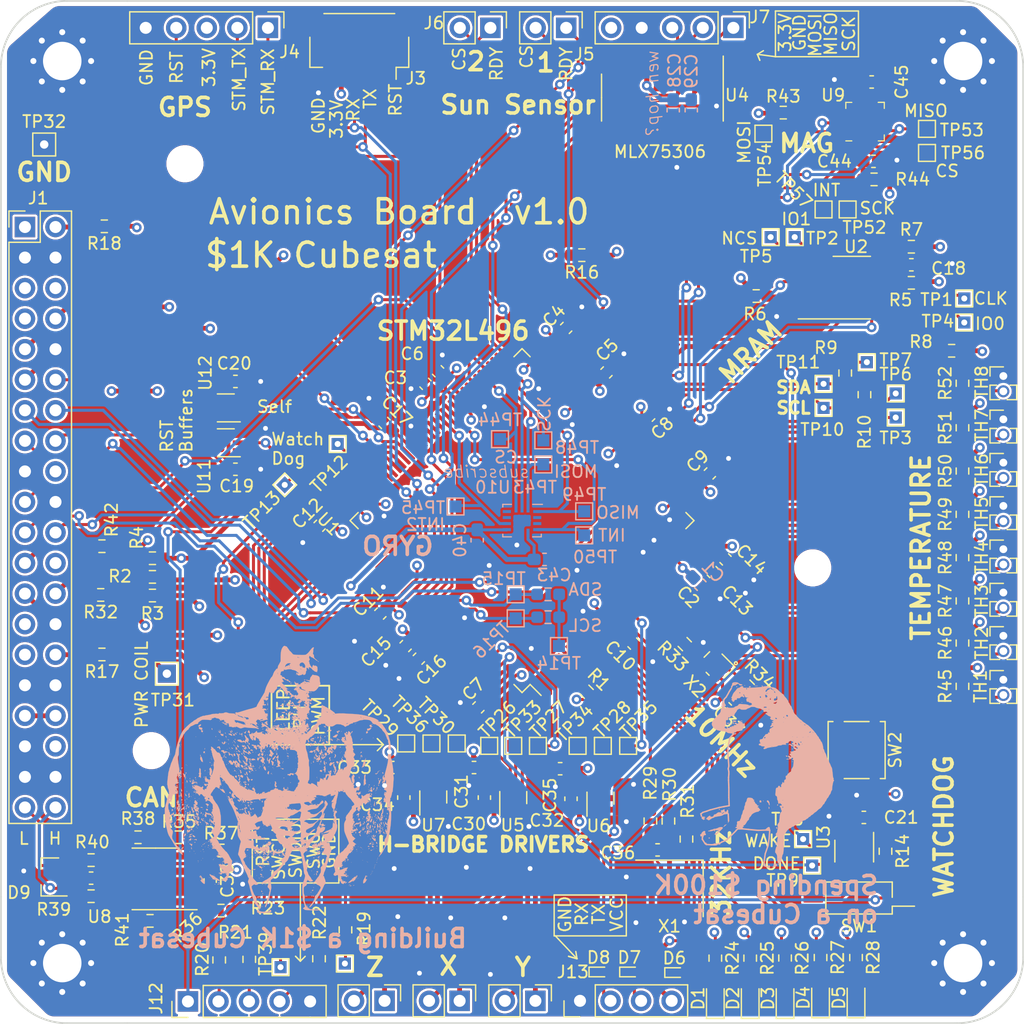
<source format=kicad_pcb>
(kicad_pcb (version 20171130) (host pcbnew 5.1.7-a382d34a8~88~ubuntu16.04.1)
  (layers (0 F.Cu signal) (1 In1.Cu power) (2 In2.Cu power) (31 B.Cu signal) (34 B.Paste user) (35 F.Paste user) (36 B.SilkS user) (37 F.SilkS user) (38 B.Mask user) (39 F.Mask user) (44 Edge.Cuts user))
  (net 0 "")
  (net 1 "Net-(D1-Pad2)")
  (net 2 /STM32L4/LED_1)
  (net 3 "Net-(D2-Pad2)")
  (net 4 /STM32L4/LED_2)
  (net 5 "Net-(D3-Pad2)")
  (net 6 /STM32L4/LED_3)
  (net 7 "Net-(D4-Pad2)")
  (net 8 /STM32L4/LED_4)
  (net 9 "Net-(D5-Pad2)")
  (net 10 /STM32L4/LED_5)
  (net 11 GND)
  (net 12 VCC)
  (net 13 /STM32L4/LPUART1_TX)
  (net 14 /STM32L4/LPUART1_RX)
  (net 15 /STM32L4/CAN_TRANSCEIVER/CANL)
  (net 16 /STM32L4/CAN_TRANSCEIVER/CANH)
  (net 17 /STM32L4/5V_ACS_COIL)
  (net 18 /STM32L4/3.3V_CLK)
  (net 19 /STM32L4/3.3V_GPS)
  (net 20 /STM32L4/3.3V_GYRO)
  (net 21 /STM32L4/USART3_RX)
  (net 22 /STM32L4/USART3_TX)
  (net 23 /STM32L4/USART3_CTS)
  (net 24 /STM32L4/AVI_RST)
  (net 25 /STM32L4/USART3_RTS)
  (net 26 /STM32L4/UART4_RX)
  (net 27 /STM32L4/UART4_TX)
  (net 28 /STM32L4/EPS_RST)
  (net 29 /STM32L4/3.3V_MRAM)
  (net 30 /STM32L4/3.3V_MAG)
  (net 31 /STM32L4/3.3V_CAN)
  (net 32 /STM32L4/3.3V_ACS_LOGIC)
  (net 33 /STM32L4/USART2_RX)
  (net 34 /STM32L4/USART2_TX)
  (net 35 /STM32L4/GPS_RESET)
  (net 36 /STM32L4/SUN_CS_2)
  (net 37 /STM32L4/SUN_FRAME_RDY_2)
  (net 38 /STM32L4/SPI3_MOSI)
  (net 39 /STM32L4/SPI3_MISO)
  (net 40 /STM32L4/SPI3_SCK)
  (net 41 "Net-(J9-Pad2)")
  (net 42 "Net-(J9-Pad1)")
  (net 43 "Net-(J10-Pad2)")
  (net 44 "Net-(J10-Pad1)")
  (net 45 "Net-(J11-Pad2)")
  (net 46 "Net-(J11-Pad1)")
  (net 47 "Net-(J12-Pad4)")
  (net 48 "Net-(J12-Pad3)")
  (net 49 "Net-(J12-Pad2)")
  (net 50 /STM32L4/RST)
  (net 51 "Net-(SW1-Pad2)")
  (net 52 "Net-(R15-Pad1)")
  (net 53 /STM32L4/ADC1_IN3)
  (net 54 /STM32L4/ADC1_IN4)
  (net 55 /STM32L4/ADC1_IN7)
  (net 56 /STM32L4/ADC1_IN8)
  (net 57 /STM32L4/ADC1_IN9)
  (net 58 /STM32L4/ADC1_IN10)
  (net 59 /STM32L4/QUADSPI_CLK)
  (net 60 /STM32L4/QUADSPI_BK1_IO1)
  (net 61 /STM32L4/QUADSPI_BK1_IO0)
  (net 62 /STM32L4/QUADSPI_BK1_NCS)
  (net 63 /STM32L4/WATCHDOG_WAKE)
  (net 64 /STM32L4/WATCHDOG_DONE)
  (net 65 /STM32L4/ACS_X_SLEEP)
  (net 66 /STM32L4/TIM15_CH1)
  (net 67 /STM32L4/ACS_Y_PH)
  (net 68 /STM32L4/ACS_Z_SLEEP)
  (net 69 /STM32L4/TIM17_CH1)
  (net 70 /STM32L4/ACS_X_PH)
  (net 71 /STM32L4/ACS_Y_SLEEP)
  (net 72 /STM32L4/TIM16_CH1)
  (net 73 /STM32L4/ACS_Z_PH)
  (net 74 "Net-(R19-Pad2)")
  (net 75 "Net-(R23-Pad2)")
  (net 76 /STM32L4/SPI2_MOSI)
  (net 77 /STM32L4/GYRO_CS)
  (net 78 /STM32L4/GYRO_INT_2)
  (net 79 /STM32L4/SPI2_SCK)
  (net 80 /STM32L4/SPI2_MISO)
  (net 81 /STM32L4/GYRO_INT_1)
  (net 82 /STM32L4/SPI1_SCK)
  (net 83 /STM32L4/SPI1_MISO)
  (net 84 /STM32L4/SPI1_MOSI)
  (net 85 /STM32L4/MAG_CS)
  (net 86 /STM32L4/MAG_INT)
  (net 87 "Net-(C10-Pad1)")
  (net 88 /STM32L4/NJRST)
  (net 89 /STM32L4/JTDO_TRACESWO)
  (net 90 "Net-(C15-Pad2)")
  (net 91 /STM32L4/JTDI)
  (net 92 /STM32L4/JTCK_SWCLK)
  (net 93 /STM32L4/JTMS_SWDIO)
  (net 94 /STM32L4/CAN1_TX)
  (net 95 /STM32L4/CAN1_RX)
  (net 96 /STM32L4/CAN_RS)
  (net 97 /STM32L4/TEMP_PWR)
  (net 98 /STM32L4/MANUAL_RST)
  (net 99 /STM32L4/SUN_FRAME_RDY_1)
  (net 100 /STM32L4/SUN_CS_1)
  (net 101 "Net-(C13-Pad1)")
  (net 102 "Net-(C1-Pad2)")
  (net 103 /STM32L4/RCC_OSC_IN)
  (net 104 /STM32L4/RCC_OSC32_IN)
  (net 105 "Net-(R1-Pad1)")
  (net 106 "Net-(C18-Pad1)")
  (net 107 "Net-(R5-Pad2)")
  (net 108 "Net-(R6-Pad2)")
  (net 109 "Net-(R35-Pad1)")
  (net 110 /STM32L4/CAN_TRANSCEIVER/Vref)
  (net 111 "Net-(R37-Pad1)")
  (net 112 "Net-(R36-Pad1)")
  (net 113 "Net-(C45-Pad2)")
  (net 114 "Net-(C45-Pad1)")
  (net 115 "Net-(R43-Pad1)")
  (net 116 /STM32L4/OSC32_TCXO/OE)
  (net 117 "Net-(C36-Pad1)")
  (net 118 "Net-(R29-Pad1)")
  (net 119 "Net-(R34-Pad1)")
  (net 120 "Net-(R33-Pad1)")
  (net 121 /STM32L4/3.3V_SUN_SENSOR)
  (net 122 "Net-(C39-Pad1)")
  (net 123 /STM32L4/TEMPERATURE_ADC/INTRNL_VDD)
  (net 124 /STM32L4/Sheet639EBCAF/5V0_2)
  (net 125 /STM32L4/ACS/PWR_COIL)
  (net 126 /STM32L4/ACS/PWR_LOGIC)
  (net 127 "Net-(C37-Pad1)")
  (net 128 "Net-(C40-Pad1)")
  (net 129 "Net-(C44-Pad1)")
  (net 130 /STM32L4/ADC1_IN11)
  (net 131 /STM32L4/ADC1_IN12)
  (net 132 /STM32L4/I2C1_SCL)
  (net 133 /STM32L4/I2C1_SDA)
  (net 134 /STM32L4/I2C4_SDA)
  (net 135 /STM32L4/I2C4_SCL)
  (net 136 /STM32L4/ADC1_IN5)
  (net 137 /STM32L4/ADC1_IN6)
  (net 138 "Net-(R10-Pad1)")
  (net 139 /STM32L4/10MHZ_OE)
  (net 140 "Net-(C28-Pad1)")
  (net 141 "Net-(TP12-Pad1)")
  (net 142 "Net-(TP13-Pad1)")
  (net 143 "Net-(R11-Pad1)")
  (module footprint_custom:small_dog (layer B.Cu) (at 161.925 117.125 180)
    (fp_text reference G*** hide)
    (fp_text value LOGO hide)
  )
  (module footprint_custom:big_dog (layer B.Cu) (at 121.9 117.5 180)
    (fp_text reference G*** hide)
    (fp_text value LOGO hide)
  )
  (module TestPoint:TestPoint_Pad_1.0x1.0mm (layer B.Cu) (at 141.2 104.1)
    (fp_text reference TP16 (at -2 1.8 45) (layer B.SilkS) (effects (justify mirror)))
    (fp_text value TP_smt_1x1)
    (pad 1 smd rect (at 0 0) (size 1 1) (layers B.Cu B.Mask) (net 132 /STM32L4/I2C1_SCL))
  )
  (module TestPoint:TestPoint_Pad_1.0x1.0mm (layer B.Cu) (at 141.2 102.1)
    (fp_text reference TP15 (at -1 -1.3) (layer B.SilkS) (effects (justify mirror)))
    (fp_text value TP_smt_1x1)
    (pad 1 smd rect (at 0 0) (size 1 1) (layers B.Cu B.Mask) (net 133 /STM32L4/I2C1_SDA))
  )
  (module TestPoint:TestPoint_Pad_1.0x1.0mm (layer B.Cu) (at 144.8 106.4)
    (fp_text reference TP14 (at 0 1.448) (layer B.SilkS) (effects (justify mirror)))
    (fp_text value TP_smt_1x1)
    (pad 1 smd rect (at 0 0) (size 1 1) (layers B.Cu B.Mask) (net 143 "Net-(R11-Pad1)"))
  )
  (module Resistor_SMD:R_0603_1608Metric_Pad0.98x0.95mm_HandSolder (layer B.Cu) (at 143.9 102.1 180)
    (fp_text reference R12 hide)
    (fp_text value DNP)
    (pad 2 smd roundrect (at 0.9125 0 180) (size 0.975 0.95) (layers B.Cu B.Paste B.Mask) (net 133 /STM32L4/I2C1_SDA))
    (pad 1 smd roundrect (at -0.9125 0 180) (size 0.975 0.95) (layers B.Cu B.Paste B.Mask) (net 143 "Net-(R11-Pad1)"))
  )
  (module Resistor_SMD:R_0603_1608Metric_Pad0.98x0.95mm_HandSolder (layer B.Cu) (at 143.9 104 180)
    (fp_text reference R11 hide)
    (fp_text value DNP)
    (pad 2 smd roundrect (at 0.9125 0 180) (size 0.975 0.95) (layers B.Cu B.Paste B.Mask) (net 132 /STM32L4/I2C1_SCL))
    (pad 1 smd roundrect (at -0.9125 0 180) (size 0.975 0.95) (layers B.Cu B.Paste B.Mask) (net 143 "Net-(R11-Pad1)"))
  )
  (module TestPoint:TestPoint_THTPad_1.0x1.0mm_Drill0.5mm (layer F.Cu) (at 122 93 45)
    (fp_text reference TP13 (at -2.828427 0.141421 45) (layer F.SilkS))
    (fp_text value TP_tht_1x1)
    (pad 1 thru_hole rect (at 0 0 45) (size 1 1) (drill 0.5) (layers *.Cu *.Mask) (net 142 "Net-(TP13-Pad1)"))
  )
  (module TestPoint:TestPoint_THTPad_1.0x1.0mm_Drill0.5mm (layer F.Cu) (at 126.4 89.6)
    (fp_text reference TP12 (at -0.7 2.5 45) (layer F.SilkS))
    (fp_text value TP_tht_1x1)
    (pad 1 thru_hole rect (at 0 0) (size 1 1) (drill 0.5) (layers *.Cu *.Mask) (net 141 "Net-(TP12-Pad1)"))
  )
  (module MountingHole:MountingHole_2.7mm (layer F.Cu) (at 110.9 115.1)
    (fp_text reference H7 hide)
    (fp_text value MountingHole)
    (pad 1 np_thru_hole circle (at 0 0) (size 2.7 2.7) (drill 2.7) (layers *.Cu *.Mask))
  )
  (module MountingHole:MountingHole_2.7mm (layer F.Cu) (at 113.7 66.3)
    (fp_text reference H6 hide)
    (fp_text value MountingHole)
    (pad 1 np_thru_hole circle (at 0 0) (size 2.7 2.7) (drill 2.7) (layers *.Cu *.Mask))
  )
  (module TestPoint:TestPoint_THTPad_1.0x1.0mm_Drill0.5mm (layer F.Cu) (at 166.8 84.6)
    (fp_text reference TP11 (at -2.1 -1.8) (layer F.SilkS))
    (fp_text value TP_tht_1x1)
    (pad 1 thru_hole rect (at 0 0) (size 1 1) (drill 0.5) (layers *.Cu *.Mask) (net 134 /STM32L4/I2C4_SDA))
  )
  (module TestPoint:TestPoint_THTPad_1.0x1.0mm_Drill0.5mm (layer F.Cu) (at 166.8 86.6)
    (fp_text reference TP10 (at -0.1 1.8) (layer F.SilkS))
    (fp_text value TP_tht_1x1)
    (pad 1 thru_hole rect (at 0 0) (size 1 1) (drill 0.5) (layers *.Cu *.Mask) (net 135 /STM32L4/I2C4_SCL))
  )
  (module TestPoint:TestPoint_THTPad_1.0x1.0mm_Drill0.5mm (layer F.Cu) (at 170.4 82.8)
    (fp_text reference TP7 (at 2.4 -0.2) (layer F.SilkS))
    (fp_text value TP_tht_1x1)
    (pad 1 thru_hole rect (at 0 0) (size 1 1) (drill 0.5) (layers *.Cu *.Mask) (net 138 "Net-(R10-Pad1)"))
  )
  (module Resistor_SMD:R_0603_1608Metric_Pad0.98x0.95mm_HandSolder (layer F.Cu) (at 170.2 85.5 270)
    (fp_text reference R10 (at 3.1 0 90) (layer F.SilkS))
    (fp_text value DNP)
    (pad 2 smd roundrect (at 0.9125 0 270) (size 0.975 0.95) (layers F.Cu F.Paste F.Mask) (net 135 /STM32L4/I2C4_SCL))
    (pad 1 smd roundrect (at -0.9125 0 270) (size 0.975 0.95) (layers F.Cu F.Paste F.Mask) (net 138 "Net-(R10-Pad1)"))
  )
  (module Resistor_SMD:R_0603_1608Metric_Pad0.98x0.95mm_HandSolder (layer F.Cu) (at 168.6 83.7 270)
    (fp_text reference R9 (at -2.1 1.6 180) (layer F.SilkS))
    (fp_text value DNP)
    (pad 2 smd roundrect (at 0.9125 0 270) (size 0.975 0.95) (layers F.Cu F.Paste F.Mask) (net 134 /STM32L4/I2C4_SDA))
    (pad 1 smd roundrect (at -0.9125 0 270) (size 0.975 0.95) (layers F.Cu F.Paste F.Mask) (net 138 "Net-(R10-Pad1)"))
  )
  (module TestPoint:TestPoint_THTPad_1.0x1.0mm_Drill0.5mm (layer F.Cu) (at 172.8 85.4)
    (fp_text reference TP6 (at 0 -1.6) (layer F.SilkS))
    (fp_text value TP_smt_1x1)
    (pad 1 thru_hole rect (at 0 0) (size 1 1) (drill 0.5) (layers *.Cu *.Mask) (net 131 /STM32L4/ADC1_IN12))
  )
  (module TestPoint:TestPoint_THTPad_1.0x1.0mm_Drill0.5mm (layer F.Cu) (at 172.8 87.4)
    (fp_text reference TP3 (at 0 1.7) (layer F.SilkS))
    (fp_text value TP_smt_1x1)
    (pad 1 thru_hole rect (at 0 0) (size 1 1) (drill 0.5) (layers *.Cu *.Mask) (net 130 /STM32L4/ADC1_IN11))
  )
  (module TestPoint:TestPoint_Pad_1.0x1.0mm (layer F.Cu) (at 175.4 63.4 270)
    (fp_text reference TP53 (at 0.1 -2.9 180) (layer F.SilkS))
    (fp_text value TP_smt_1x1)
    (pad 1 smd rect (at 0 0 270) (size 1 1) (layers F.Cu F.Mask) (net 83 /STM32L4/SPI1_MISO))
  )
  (module Connector_PinHeader_2.54mm:PinHeader_1x02_P2.54mm_Vertical (layer F.Cu) (at 142.84 135.9 270)
    (fp_text reference J10 hide)
    (fp_text value Conn_01x02)
    (pad 2 thru_hole oval (at 0 2.54 270) (size 1.7 1.7) (drill 1) (layers *.Cu *.Mask) (net 43 "Net-(J10-Pad2)"))
    (pad 1 thru_hole rect (at 0 0 270) (size 1.7 1.7) (drill 1) (layers *.Cu *.Mask) (net 44 "Net-(J10-Pad1)"))
  )
  (module Connector_PinHeader_2.54mm:PinHeader_1x02_P2.54mm_Vertical (layer F.Cu) (at 136.54 135.9 270)
    (fp_text reference J9 hide)
    (fp_text value Conn_01x02)
    (pad 2 thru_hole oval (at 0 2.54 270) (size 1.7 1.7) (drill 1) (layers *.Cu *.Mask) (net 41 "Net-(J9-Pad2)"))
    (pad 1 thru_hole rect (at 0 0 270) (size 1.7 1.7) (drill 1) (layers *.Cu *.Mask) (net 42 "Net-(J9-Pad1)"))
  )
  (module Connector_PinHeader_2.54mm:PinHeader_1x02_P2.54mm_Vertical (layer F.Cu) (at 130.3 135.9 270)
    (fp_text reference J11 hide)
    (fp_text value Conn_01x02)
    (pad 2 thru_hole oval (at 0 2.54 270) (size 1.7 1.7) (drill 1) (layers *.Cu *.Mask) (net 45 "Net-(J11-Pad2)"))
    (pad 1 thru_hole rect (at 0 0 270) (size 1.7 1.7) (drill 1) (layers *.Cu *.Mask) (net 46 "Net-(J11-Pad1)"))
  )
  (module Capacitor_SMD:C_0603_1608Metric_Pad1.08x0.95mm_HandSolder (layer F.Cu) (at 130.9375 116.5 180)
    (fp_text reference C33 (at 3.1375 0) (layer F.SilkS))
    (fp_text value 0.1uF)
    (pad 2 smd roundrect (at 0.8625 0 180) (size 1.075 0.95) (layers F.Cu F.Paste F.Mask) (net 11 GND))
    (pad 1 smd roundrect (at -0.8625 0 180) (size 1.075 0.95) (layers F.Cu F.Paste F.Mask) (net 126 /STM32L4/ACS/PWR_LOGIC))
  )
  (module MountingHole:MountingHole_2.7mm (layer F.Cu) (at 165.9 99.9)
    (fp_text reference H5 hide)
    (fp_text value MountingHole)
    (pad 1 np_thru_hole circle (at 0 0) (size 2.7 2.7) (drill 2.7) (layers *.Cu *.Mask))
  )
  (module Capacitor_SMD:C_0603_1608Metric_Pad1.08x0.95mm_HandSolder (layer F.Cu) (at 133.7 84.6 315)
    (fp_text reference C3 (at -2.12132 1.414214 180) (layer F.SilkS))
    (fp_text value 4.7uF)
    (pad 2 smd roundrect (at 0.8625 0 315) (size 1.075 0.95) (layers F.Cu F.Paste F.Mask) (net 87 "Net-(C10-Pad1)"))
    (pad 1 smd roundrect (at -0.8625 0 315) (size 1.075 0.95) (layers F.Cu F.Paste F.Mask) (net 11 GND))
  )
  (module Package_QFP:LQFP-144_20x20mm_P0.5mm (layer F.Cu) (at 141.73 95.97 135)
    (fp_text reference U1 (at 11.165216 -11.561196 135) (layer F.SilkS))
    (fp_text value STM32L496ZGTx)
    (pad 144 smd roundrect (at -8.75 -10.6625 135) (size 0.3 1.475) (layers F.Cu F.Paste F.Mask) (net 87 "Net-(C10-Pad1)"))
    (pad 143 smd roundrect (at -8.25 -10.6625 135) (size 0.3 1.475) (layers F.Cu F.Paste F.Mask) (net 11 GND))
    (pad 142 smd roundrect (at -7.75 -10.6625 135) (size 0.3 1.475) (layers F.Cu F.Paste F.Mask))
    (pad 141 smd roundrect (at -7.25 -10.6625 135) (size 0.3 1.475) (layers F.Cu F.Paste F.Mask) (net 64 /STM32L4/WATCHDOG_DONE))
    (pad 140 smd roundrect (at -6.75 -10.6625 135) (size 0.3 1.475) (layers F.Cu F.Paste F.Mask) (net 69 /STM32L4/TIM17_CH1))
    (pad 139 smd roundrect (at -6.25 -10.6625 135) (size 0.3 1.475) (layers F.Cu F.Paste F.Mask) (net 72 /STM32L4/TIM16_CH1))
    (pad 138 smd roundrect (at -5.75 -10.6625 135) (size 0.3 1.475) (layers F.Cu F.Paste F.Mask))
    (pad 137 smd roundrect (at -5.25 -10.6625 135) (size 0.3 1.475) (layers F.Cu F.Paste F.Mask) (net 73 /STM32L4/ACS_Z_PH))
    (pad 136 smd roundrect (at -4.75 -10.6625 135) (size 0.3 1.475) (layers F.Cu F.Paste F.Mask) (net 68 /STM32L4/ACS_Z_SLEEP))
    (pad 135 smd roundrect (at -4.25 -10.6625 135) (size 0.3 1.475) (layers F.Cu F.Paste F.Mask))
    (pad 134 smd roundrect (at -3.75 -10.6625 135) (size 0.3 1.475) (layers F.Cu F.Paste F.Mask) (net 88 /STM32L4/NJRST))
    (pad 133 smd roundrect (at -3.25 -10.6625 135) (size 0.3 1.475) (layers F.Cu F.Paste F.Mask) (net 89 /STM32L4/JTDO_TRACESWO))
    (pad 132 smd roundrect (at -2.75 -10.6625 135) (size 0.3 1.475) (layers F.Cu F.Paste F.Mask))
    (pad 131 smd roundrect (at -2.25 -10.6625 135) (size 0.3 1.475) (layers F.Cu F.Paste F.Mask) (net 90 "Net-(C15-Pad2)"))
    (pad 130 smd roundrect (at -1.75 -10.6625 135) (size 0.3 1.475) (layers F.Cu F.Paste F.Mask) (net 11 GND))
    (pad 129 smd roundrect (at -1.25 -10.6625 135) (size 0.3 1.475) (layers F.Cu F.Paste F.Mask) (net 132 /STM32L4/I2C1_SCL))
    (pad 128 smd roundrect (at -0.75 -10.6625 135) (size 0.3 1.475) (layers F.Cu F.Paste F.Mask) (net 133 /STM32L4/I2C1_SDA))
    (pad 127 smd roundrect (at -0.25 -10.6625 135) (size 0.3 1.475) (layers F.Cu F.Paste F.Mask))
    (pad 126 smd roundrect (at 0.25 -10.6625 135) (size 0.3 1.475) (layers F.Cu F.Paste F.Mask) (net 38 /STM32L4/SPI3_MOSI))
    (pad 125 smd roundrect (at 0.75 -10.6625 135) (size 0.3 1.475) (layers F.Cu F.Paste F.Mask) (net 39 /STM32L4/SPI3_MISO))
    (pad 124 smd roundrect (at 1.25 -10.6625 135) (size 0.3 1.475) (layers F.Cu F.Paste F.Mask) (net 40 /STM32L4/SPI3_SCK))
    (pad 123 smd roundrect (at 1.75 -10.6625 135) (size 0.3 1.475) (layers F.Cu F.Paste F.Mask) (net 37 /STM32L4/SUN_FRAME_RDY_2))
    (pad 122 smd roundrect (at 2.25 -10.6625 135) (size 0.3 1.475) (layers F.Cu F.Paste F.Mask) (net 33 /STM32L4/USART2_RX))
    (pad 121 smd roundrect (at 2.75 -10.6625 135) (size 0.3 1.475) (layers F.Cu F.Paste F.Mask) (net 87 "Net-(C10-Pad1)"))
    (pad 120 smd roundrect (at 3.25 -10.6625 135) (size 0.3 1.475) (layers F.Cu F.Paste F.Mask) (net 11 GND))
    (pad 119 smd roundrect (at 3.75 -10.6625 135) (size 0.3 1.475) (layers F.Cu F.Paste F.Mask) (net 34 /STM32L4/USART2_TX))
    (pad 118 smd roundrect (at 4.25 -10.6625 135) (size 0.3 1.475) (layers F.Cu F.Paste F.Mask))
    (pad 117 smd roundrect (at 4.75 -10.6625 135) (size 0.3 1.475) (layers F.Cu F.Paste F.Mask))
    (pad 116 smd roundrect (at 5.25 -10.6625 135) (size 0.3 1.475) (layers F.Cu F.Paste F.Mask) (net 25 /STM32L4/USART3_RTS))
    (pad 115 smd roundrect (at 5.75 -10.6625 135) (size 0.3 1.475) (layers F.Cu F.Paste F.Mask))
    (pad 114 smd roundrect (at 6.25 -10.6625 135) (size 0.3 1.475) (layers F.Cu F.Paste F.Mask))
    (pad 113 smd roundrect (at 6.75 -10.6625 135) (size 0.3 1.475) (layers F.Cu F.Paste F.Mask))
    (pad 112 smd roundrect (at 7.25 -10.6625 135) (size 0.3 1.475) (layers F.Cu F.Paste F.Mask) (net 26 /STM32L4/UART4_RX))
    (pad 111 smd roundrect (at 7.75 -10.6625 135) (size 0.3 1.475) (layers F.Cu F.Paste F.Mask) (net 27 /STM32L4/UART4_TX))
    (pad 110 smd roundrect (at 8.25 -10.6625 135) (size 0.3 1.475) (layers F.Cu F.Paste F.Mask) (net 91 /STM32L4/JTDI))
    (pad 109 smd roundrect (at 8.75 -10.6625 135) (size 0.3 1.475) (layers F.Cu F.Paste F.Mask) (net 92 /STM32L4/JTCK_SWCLK))
    (pad 108 smd roundrect (at 10.6625 -8.75 135) (size 1.475 0.3) (layers F.Cu F.Paste F.Mask) (net 87 "Net-(C10-Pad1)"))
    (pad 107 smd roundrect (at 10.6625 -8.25 135) (size 1.475 0.3) (layers F.Cu F.Paste F.Mask) (net 11 GND))
    (pad 106 smd roundrect (at 10.6625 -7.75 135) (size 1.475 0.3) (layers F.Cu F.Paste F.Mask) (net 87 "Net-(C10-Pad1)"))
    (pad 105 smd roundrect (at 10.6625 -7.25 135) (size 1.475 0.3) (layers F.Cu F.Paste F.Mask) (net 93 /STM32L4/JTMS_SWDIO))
    (pad 104 smd roundrect (at 10.6625 -6.75 135) (size 1.475 0.3) (layers F.Cu F.Paste F.Mask) (net 94 /STM32L4/CAN1_TX))
    (pad 103 smd roundrect (at 10.6625 -6.25 135) (size 1.475 0.3) (layers F.Cu F.Paste F.Mask) (net 95 /STM32L4/CAN1_RX))
    (pad 102 smd roundrect (at 10.6625 -5.75 135) (size 1.475 0.3) (layers F.Cu F.Paste F.Mask))
    (pad 101 smd roundrect (at 10.6625 -5.25 135) (size 1.475 0.3) (layers F.Cu F.Paste F.Mask))
    (pad 100 smd roundrect (at 10.6625 -4.75 135) (size 1.475 0.3) (layers F.Cu F.Paste F.Mask) (net 96 /STM32L4/CAN_RS))
    (pad 99 smd roundrect (at 10.6625 -4.25 135) (size 1.475 0.3) (layers F.Cu F.Paste F.Mask) (net 142 "Net-(TP13-Pad1)"))
    (pad 98 smd roundrect (at 10.6625 -3.75 135) (size 1.475 0.3) (layers F.Cu F.Paste F.Mask) (net 141 "Net-(TP12-Pad1)"))
    (pad 97 smd roundrect (at 10.6625 -3.25 135) (size 1.475 0.3) (layers F.Cu F.Paste F.Mask) (net 28 /STM32L4/EPS_RST))
    (pad 96 smd roundrect (at 10.6625 -2.75 135) (size 1.475 0.3) (layers F.Cu F.Paste F.Mask) (net 98 /STM32L4/MANUAL_RST))
    (pad 95 smd roundrect (at 10.6625 -2.25 135) (size 1.475 0.3) (layers F.Cu F.Paste F.Mask) (net 90 "Net-(C15-Pad2)"))
    (pad 94 smd roundrect (at 10.6625 -1.75 135) (size 1.475 0.3) (layers F.Cu F.Paste F.Mask) (net 11 GND))
    (pad 93 smd roundrect (at 10.6625 -1.25 135) (size 1.475 0.3) (layers F.Cu F.Paste F.Mask))
    (pad 92 smd roundrect (at 10.6625 -0.75 135) (size 1.475 0.3) (layers F.Cu F.Paste F.Mask))
    (pad 91 smd roundrect (at 10.6625 -0.25 135) (size 1.475 0.3) (layers F.Cu F.Paste F.Mask) (net 99 /STM32L4/SUN_FRAME_RDY_1))
    (pad 90 smd roundrect (at 10.6625 0.25 135) (size 1.475 0.3) (layers F.Cu F.Paste F.Mask))
    (pad 89 smd roundrect (at 10.6625 0.75 135) (size 1.475 0.3) (layers F.Cu F.Paste F.Mask))
    (pad 88 smd roundrect (at 10.6625 1.25 135) (size 1.475 0.3) (layers F.Cu F.Paste F.Mask) (net 78 /STM32L4/GYRO_INT_2))
    (pad 87 smd roundrect (at 10.6625 1.75 135) (size 1.475 0.3) (layers F.Cu F.Paste F.Mask) (net 81 /STM32L4/GYRO_INT_1))
    (pad 86 smd roundrect (at 10.6625 2.25 135) (size 1.475 0.3) (layers F.Cu F.Paste F.Mask))
    (pad 85 smd roundrect (at 10.6625 2.75 135) (size 1.475 0.3) (layers F.Cu F.Paste F.Mask))
    (pad 84 smd roundrect (at 10.6625 3.25 135) (size 1.475 0.3) (layers F.Cu F.Paste F.Mask) (net 87 "Net-(C10-Pad1)"))
    (pad 83 smd roundrect (at 10.6625 3.75 135) (size 1.475 0.3) (layers F.Cu F.Paste F.Mask) (net 11 GND))
    (pad 82 smd roundrect (at 10.6625 4.25 135) (size 1.475 0.3) (layers F.Cu F.Paste F.Mask))
    (pad 81 smd roundrect (at 10.6625 4.75 135) (size 1.475 0.3) (layers F.Cu F.Paste F.Mask))
    (pad 80 smd roundrect (at 10.6625 5.25 135) (size 1.475 0.3) (layers F.Cu F.Paste F.Mask) (net 23 /STM32L4/USART3_CTS))
    (pad 79 smd roundrect (at 10.6625 5.75 135) (size 1.475 0.3) (layers F.Cu F.Paste F.Mask))
    (pad 78 smd roundrect (at 10.6625 6.25 135) (size 1.475 0.3) (layers F.Cu F.Paste F.Mask) (net 77 /STM32L4/GYRO_CS))
    (pad 77 smd roundrect (at 10.6625 6.75 135) (size 1.475 0.3) (layers F.Cu F.Paste F.Mask) (net 35 /STM32L4/GPS_RESET))
    (pad 76 smd roundrect (at 10.6625 7.25 135) (size 1.475 0.3) (layers F.Cu F.Paste F.Mask) (net 76 /STM32L4/SPI2_MOSI))
    (pad 75 smd roundrect (at 10.6625 7.75 135) (size 1.475 0.3) (layers F.Cu F.Paste F.Mask) (net 80 /STM32L4/SPI2_MISO))
    (pad 74 smd roundrect (at 10.6625 8.25 135) (size 1.475 0.3) (layers F.Cu F.Paste F.Mask) (net 79 /STM32L4/SPI2_SCK))
    (pad 73 smd roundrect (at 10.6625 8.75 135) (size 1.475 0.3) (layers F.Cu F.Paste F.Mask) (net 36 /STM32L4/SUN_CS_2))
    (pad 72 smd roundrect (at 8.75 10.6625 135) (size 0.3 1.475) (layers F.Cu F.Paste F.Mask) (net 87 "Net-(C10-Pad1)"))
    (pad 71 smd roundrect (at 8.25 10.6625 135) (size 0.3 1.475) (layers F.Cu F.Paste F.Mask) (net 11 GND))
    (pad 70 smd roundrect (at 7.75 10.6625 135) (size 0.3 1.475) (layers F.Cu F.Paste F.Mask) (net 100 /STM32L4/SUN_CS_1))
    (pad 69 smd roundrect (at 7.25 10.6625 135) (size 0.3 1.475) (layers F.Cu F.Paste F.Mask))
    (pad 68 smd roundrect (at 6.75 10.6625 135) (size 0.3 1.475) (layers F.Cu F.Paste F.Mask) (net 84 /STM32L4/SPI1_MOSI))
    (pad 67 smd roundrect (at 6.25 10.6625 135) (size 0.3 1.475) (layers F.Cu F.Paste F.Mask) (net 83 /STM32L4/SPI1_MISO))
    (pad 66 smd roundrect (at 5.75 10.6625 135) (size 0.3 1.475) (layers F.Cu F.Paste F.Mask) (net 82 /STM32L4/SPI1_SCK))
    (pad 65 smd roundrect (at 5.25 10.6625 135) (size 0.3 1.475) (layers F.Cu F.Paste F.Mask))
    (pad 64 smd roundrect (at 4.75 10.6625 135) (size 0.3 1.475) (layers F.Cu F.Paste F.Mask) (net 62 /STM32L4/QUADSPI_BK1_NCS))
    (pad 63 smd roundrect (at 4.25 10.6625 135) (size 0.3 1.475) (layers F.Cu F.Paste F.Mask) (net 59 /STM32L4/QUADSPI_CLK))
    (pad 62 smd roundrect (at 3.75 10.6625 135) (size 0.3 1.475) (layers F.Cu F.Paste F.Mask) (net 87 "Net-(C10-Pad1)"))
    (pad 61 smd roundrect (at 3.25 10.6625 135) (size 0.3 1.475) (layers F.Cu F.Paste F.Mask) (net 11 GND))
    (pad 60 smd roundrect (at 2.75 10.6625 135) (size 0.3 1.475) (layers F.Cu F.Paste F.Mask))
    (pad 59 smd roundrect (at 2.25 10.6625 135) (size 0.3 1.475) (layers F.Cu F.Paste F.Mask))
    (pad 58 smd roundrect (at 1.75 10.6625 135) (size 0.3 1.475) (layers F.Cu F.Paste F.Mask) (net 97 /STM32L4/TEMP_PWR))
    (pad 57 smd roundrect (at 1.25 10.6625 135) (size 0.3 1.475) (layers F.Cu F.Paste F.Mask) (net 63 /STM32L4/WATCHDOG_WAKE))
    (pad 56 smd roundrect (at 0.75 10.6625 135) (size 0.3 1.475) (layers F.Cu F.Paste F.Mask) (net 86 /STM32L4/MAG_INT))
    (pad 55 smd roundrect (at 0.25 10.6625 135) (size 0.3 1.475) (layers F.Cu F.Paste F.Mask) (net 134 /STM32L4/I2C4_SDA))
    (pad 54 smd roundrect (at -0.25 10.6625 135) (size 0.3 1.475) (layers F.Cu F.Paste F.Mask) (net 135 /STM32L4/I2C4_SCL))
    (pad 53 smd roundrect (at -0.75 10.6625 135) (size 0.3 1.475) (layers F.Cu F.Paste F.Mask))
    (pad 52 smd roundrect (at -1.25 10.6625 135) (size 0.3 1.475) (layers F.Cu F.Paste F.Mask) (net 87 "Net-(C10-Pad1)"))
    (pad 51 smd roundrect (at -1.75 10.6625 135) (size 0.3 1.475) (layers F.Cu F.Paste F.Mask) (net 11 GND))
    (pad 50 smd roundrect (at -2.25 10.6625 135) (size 0.3 1.475) (layers F.Cu F.Paste F.Mask) (net 85 /STM32L4/MAG_CS))
    (pad 49 smd roundrect (at -2.75 10.6625 135) (size 0.3 1.475) (layers F.Cu F.Paste F.Mask))
    (pad 48 smd roundrect (at -3.25 10.6625 135) (size 0.3 1.475) (layers F.Cu F.Paste F.Mask))
    (pad 47 smd roundrect (at -3.75 10.6625 135) (size 0.3 1.475) (layers F.Cu F.Paste F.Mask) (net 61 /STM32L4/QUADSPI_BK1_IO0))
    (pad 46 smd roundrect (at -4.25 10.6625 135) (size 0.3 1.475) (layers F.Cu F.Paste F.Mask) (net 60 /STM32L4/QUADSPI_BK1_IO1))
    (pad 45 smd roundrect (at -4.75 10.6625 135) (size 0.3 1.475) (layers F.Cu F.Paste F.Mask) (net 21 /STM32L4/USART3_RX))
    (pad 44 smd roundrect (at -5.25 10.6625 135) (size 0.3 1.475) (layers F.Cu F.Paste F.Mask) (net 22 /STM32L4/USART3_TX))
    (pad 43 smd roundrect (at -5.75 10.6625 135) (size 0.3 1.475) (layers F.Cu F.Paste F.Mask) (net 131 /STM32L4/ADC1_IN12))
    (pad 42 smd roundrect (at -6.25 10.6625 135) (size 0.3 1.475) (layers F.Cu F.Paste F.Mask) (net 130 /STM32L4/ADC1_IN11))
    (pad 41 smd roundrect (at -6.75 10.6625 135) (size 0.3 1.475) (layers F.Cu F.Paste F.Mask) (net 58 /STM32L4/ADC1_IN10))
    (pad 40 smd roundrect (at -7.25 10.6625 135) (size 0.3 1.475) (layers F.Cu F.Paste F.Mask) (net 57 /STM32L4/ADC1_IN9))
    (pad 39 smd roundrect (at -7.75 10.6625 135) (size 0.3 1.475) (layers F.Cu F.Paste F.Mask) (net 87 "Net-(C10-Pad1)"))
    (pad 38 smd roundrect (at -8.25 10.6625 135) (size 0.3 1.475) (layers F.Cu F.Paste F.Mask) (net 11 GND))
    (pad 37 smd roundrect (at -8.75 10.6625 135) (size 0.3 1.475) (layers F.Cu F.Paste F.Mask) (net 56 /STM32L4/ADC1_IN8))
    (pad 36 smd roundrect (at -10.6625 8.75 135) (size 1.475 0.3) (layers F.Cu F.Paste F.Mask) (net 55 /STM32L4/ADC1_IN7))
    (pad 35 smd roundrect (at -10.6625 8.25 135) (size 1.475 0.3) (layers F.Cu F.Paste F.Mask) (net 137 /STM32L4/ADC1_IN6))
    (pad 34 smd roundrect (at -10.6625 7.75 135) (size 1.475 0.3) (layers F.Cu F.Paste F.Mask) (net 136 /STM32L4/ADC1_IN5))
    (pad 33 smd roundrect (at -10.6625 7.25 135) (size 1.475 0.3) (layers F.Cu F.Paste F.Mask) (net 101 "Net-(C13-Pad1)"))
    (pad 32 smd roundrect (at -10.6625 6.75 135) (size 1.475 0.3) (layers F.Cu F.Paste F.Mask) (net 102 "Net-(C1-Pad2)"))
    (pad 31 smd roundrect (at -10.6625 6.25 135) (size 1.475 0.3) (layers F.Cu F.Paste F.Mask) (net 11 GND))
    (pad 30 smd roundrect (at -10.6625 5.75 135) (size 1.475 0.3) (layers F.Cu F.Paste F.Mask) (net 11 GND))
    (pad 29 smd roundrect (at -10.6625 5.25 135) (size 1.475 0.3) (layers F.Cu F.Paste F.Mask) (net 54 /STM32L4/ADC1_IN4))
    (pad 28 smd roundrect (at -10.6625 4.75 135) (size 1.475 0.3) (layers F.Cu F.Paste F.Mask) (net 53 /STM32L4/ADC1_IN3))
    (pad 27 smd roundrect (at -10.6625 4.25 135) (size 1.475 0.3) (layers F.Cu F.Paste F.Mask) (net 13 /STM32L4/LPUART1_TX))
    (pad 26 smd roundrect (at -10.6625 3.75 135) (size 1.475 0.3) (layers F.Cu F.Paste F.Mask) (net 14 /STM32L4/LPUART1_RX))
    (pad 25 smd roundrect (at -10.6625 3.25 135) (size 1.475 0.3) (layers F.Cu F.Paste F.Mask) (net 50 /STM32L4/RST))
    (pad 24 smd roundrect (at -10.6625 2.75 135) (size 1.475 0.3) (layers F.Cu F.Paste F.Mask))
    (pad 23 smd roundrect (at -10.6625 2.25 135) (size 1.475 0.3) (layers F.Cu F.Paste F.Mask) (net 103 /STM32L4/RCC_OSC_IN))
    (pad 22 smd roundrect (at -10.6625 1.75 135) (size 1.475 0.3) (layers F.Cu F.Paste F.Mask) (net 139 /STM32L4/10MHZ_OE))
    (pad 21 smd roundrect (at -10.6625 1.25 135) (size 1.475 0.3) (layers F.Cu F.Paste F.Mask) (net 66 /STM32L4/TIM15_CH1))
    (pad 20 smd roundrect (at -10.6625 0.75 135) (size 1.475 0.3) (layers F.Cu F.Paste F.Mask))
    (pad 19 smd roundrect (at -10.6625 0.25 135) (size 1.475 0.3) (layers F.Cu F.Paste F.Mask))
    (pad 18 smd roundrect (at -10.6625 -0.25 135) (size 1.475 0.3) (layers F.Cu F.Paste F.Mask) (net 10 /STM32L4/LED_5))
    (pad 17 smd roundrect (at -10.6625 -0.75 135) (size 1.475 0.3) (layers F.Cu F.Paste F.Mask) (net 87 "Net-(C10-Pad1)"))
    (pad 16 smd roundrect (at -10.6625 -1.25 135) (size 1.475 0.3) (layers F.Cu F.Paste F.Mask) (net 11 GND))
    (pad 15 smd roundrect (at -10.6625 -1.75 135) (size 1.475 0.3) (layers F.Cu F.Paste F.Mask) (net 8 /STM32L4/LED_4))
    (pad 14 smd roundrect (at -10.6625 -2.25 135) (size 1.475 0.3) (layers F.Cu F.Paste F.Mask) (net 6 /STM32L4/LED_3))
    (pad 13 smd roundrect (at -10.6625 -2.75 135) (size 1.475 0.3) (layers F.Cu F.Paste F.Mask) (net 4 /STM32L4/LED_2))
    (pad 12 smd roundrect (at -10.6625 -3.25 135) (size 1.475 0.3) (layers F.Cu F.Paste F.Mask) (net 2 /STM32L4/LED_1))
    (pad 11 smd roundrect (at -10.6625 -3.75 135) (size 1.475 0.3) (layers F.Cu F.Paste F.Mask))
    (pad 10 smd roundrect (at -10.6625 -4.25 135) (size 1.475 0.3) (layers F.Cu F.Paste F.Mask))
    (pad 9 smd roundrect (at -10.6625 -4.75 135) (size 1.475 0.3) (layers F.Cu F.Paste F.Mask))
    (pad 8 smd roundrect (at -10.6625 -5.25 135) (size 1.475 0.3) (layers F.Cu F.Paste F.Mask) (net 104 /STM32L4/RCC_OSC32_IN))
    (pad 7 smd roundrect (at -10.6625 -5.75 135) (size 1.475 0.3) (layers F.Cu F.Paste F.Mask))
    (pad 6 smd roundrect (at -10.6625 -6.25 135) (size 1.475 0.3) (layers F.Cu F.Paste F.Mask) (net 105 "Net-(R1-Pad1)"))
    (pad 5 smd roundrect (at -10.6625 -6.75 135) (size 1.475 0.3) (layers F.Cu F.Paste F.Mask) (net 67 /STM32L4/ACS_Y_PH))
    (pad 4 smd roundrect (at -10.6625 -7.25 135) (size 1.475 0.3) (layers F.Cu F.Paste F.Mask) (net 71 /STM32L4/ACS_Y_SLEEP))
    (pad 3 smd roundrect (at -10.6625 -7.75 135) (size 1.475 0.3) (layers F.Cu F.Paste F.Mask) (net 70 /STM32L4/ACS_X_PH))
    (pad 2 smd roundrect (at -10.6625 -8.25 135) (size 1.475 0.3) (layers F.Cu F.Paste F.Mask) (net 65 /STM32L4/ACS_X_SLEEP))
    (pad 1 smd roundrect (at -10.6625 -8.75 135) (size 1.475 0.3) (layers F.Cu F.Paste F.Mask))
  )
  (module Capacitor_SMD:C_0603_1608Metric_Pad1.08x0.95mm_HandSolder (layer F.Cu) (at 156.55 101.3 135)
    (fp_text reference C2 (at 0 -1.43 135) (layer F.SilkS))
    (fp_text value 0.01uF)
    (pad 2 smd roundrect (at 0.8625 0 135) (size 1.075 0.95) (layers F.Cu F.Paste F.Mask) (net 102 "Net-(C1-Pad2)"))
    (pad 1 smd roundrect (at -0.8625 0 135) (size 1.075 0.95) (layers F.Cu F.Paste F.Mask) (net 11 GND))
  )
  (module Package_TO_SOT_SMD:SOT-23-6 (layer F.Cu) (at 169.35 123.45 270)
    (fp_text reference U3 (at -1.15 2.55 90) (layer F.SilkS))
    (fp_text value TPL5010)
    (pad 5 smd rect (at 1.1 0 270) (size 1.06 0.65) (layers F.Cu F.Paste F.Mask) (net 63 /STM32L4/WATCHDOG_WAKE))
    (pad 6 smd rect (at 1.1 -0.95 270) (size 1.06 0.65) (layers F.Cu F.Paste F.Mask) (net 51 "Net-(SW1-Pad2)"))
    (pad 4 smd rect (at 1.1 0.95 270) (size 1.06 0.65) (layers F.Cu F.Paste F.Mask) (net 64 /STM32L4/WATCHDOG_DONE))
    (pad 3 smd rect (at -1.1 0.95 270) (size 1.06 0.65) (layers F.Cu F.Paste F.Mask) (net 52 "Net-(R15-Pad1)"))
    (pad 2 smd rect (at -1.1 0 270) (size 1.06 0.65) (layers F.Cu F.Paste F.Mask) (net 11 GND))
    (pad 1 smd rect (at -1.1 -0.95 270) (size 1.06 0.65) (layers F.Cu F.Paste F.Mask) (net 12 VCC))
  )
  (module MountingHole:MountingHole_3.2mm_M3_Pad_Via (layer F.Cu) (at 178.4 57.76)
    (fp_text reference H1 hide)
    (fp_text value MountingHole_Pad)
    (pad 1 thru_hole circle (at 1.697056 -1.697056) (size 0.8 0.8) (drill 0.5) (layers *.Cu *.Mask) (net 11 GND))
    (pad 1 thru_hole circle (at 0 -2.4) (size 0.8 0.8) (drill 0.5) (layers *.Cu *.Mask) (net 11 GND))
    (pad 1 thru_hole circle (at -1.697056 -1.697056) (size 0.8 0.8) (drill 0.5) (layers *.Cu *.Mask) (net 11 GND))
    (pad 1 thru_hole circle (at -2.4 0) (size 0.8 0.8) (drill 0.5) (layers *.Cu *.Mask) (net 11 GND))
    (pad 1 thru_hole circle (at -1.697056 1.697056) (size 0.8 0.8) (drill 0.5) (layers *.Cu *.Mask) (net 11 GND))
    (pad 1 thru_hole circle (at 0 2.4) (size 0.8 0.8) (drill 0.5) (layers *.Cu *.Mask) (net 11 GND))
    (pad 1 thru_hole circle (at 1.697056 1.697056) (size 0.8 0.8) (drill 0.5) (layers *.Cu *.Mask) (net 11 GND))
    (pad 1 thru_hole circle (at 2.4 0) (size 0.8 0.8) (drill 0.5) (layers *.Cu *.Mask) (net 11 GND))
    (pad 1 thru_hole circle (at 0 0) (size 6.4 6.4) (drill 3.2) (layers *.Cu *.Mask) (net 11 GND))
  )
  (module Connector_PinHeader_2.54mm:PinHeader_2x20_P2.54mm_Vertical (layer F.Cu) (at 100.4 71.56)
    (fp_text reference J1 (at 1.1 -2.4 180) (layer F.SilkS))
    (fp_text value Conn_02x20_Odd_Even)
    (pad 40 thru_hole oval (at 2.54 48.26) (size 1.7 1.7) (drill 1) (layers *.Cu *.Mask) (net 16 /STM32L4/CAN_TRANSCEIVER/CANH))
    (pad 39 thru_hole oval (at 0 48.26) (size 1.7 1.7) (drill 1) (layers *.Cu *.Mask) (net 15 /STM32L4/CAN_TRANSCEIVER/CANL))
    (pad 38 thru_hole oval (at 2.54 45.72) (size 1.7 1.7) (drill 1) (layers *.Cu *.Mask) (net 11 GND))
    (pad 37 thru_hole oval (at 0 45.72) (size 1.7 1.7) (drill 1) (layers *.Cu *.Mask) (net 11 GND))
    (pad 36 thru_hole oval (at 2.54 43.18) (size 1.7 1.7) (drill 1) (layers *.Cu *.Mask))
    (pad 35 thru_hole oval (at 0 43.18) (size 1.7 1.7) (drill 1) (layers *.Cu *.Mask) (net 11 GND))
    (pad 34 thru_hole oval (at 2.54 40.64) (size 1.7 1.7) (drill 1) (layers *.Cu *.Mask) (net 124 /STM32L4/Sheet639EBCAF/5V0_2))
    (pad 33 thru_hole oval (at 0 40.64) (size 1.7 1.7) (drill 1) (layers *.Cu *.Mask) (net 124 /STM32L4/Sheet639EBCAF/5V0_2))
    (pad 32 thru_hole oval (at 2.54 38.1) (size 1.7 1.7) (drill 1) (layers *.Cu *.Mask) (net 11 GND))
    (pad 31 thru_hole oval (at 0 38.1) (size 1.7 1.7) (drill 1) (layers *.Cu *.Mask) (net 11 GND))
    (pad 30 thru_hole oval (at 2.54 35.56) (size 1.7 1.7) (drill 1) (layers *.Cu *.Mask) (net 17 /STM32L4/5V_ACS_COIL))
    (pad 29 thru_hole oval (at 0 35.56) (size 1.7 1.7) (drill 1) (layers *.Cu *.Mask))
    (pad 28 thru_hole oval (at 2.54 33.02) (size 1.7 1.7) (drill 1) (layers *.Cu *.Mask) (net 11 GND))
    (pad 27 thru_hole oval (at 0 33.02) (size 1.7 1.7) (drill 1) (layers *.Cu *.Mask))
    (pad 26 thru_hole oval (at 2.54 30.48) (size 1.7 1.7) (drill 1) (layers *.Cu *.Mask) (net 12 VCC))
    (pad 25 thru_hole oval (at 0 30.48) (size 1.7 1.7) (drill 1) (layers *.Cu *.Mask) (net 18 /STM32L4/3.3V_CLK))
    (pad 24 thru_hole oval (at 2.54 27.94) (size 1.7 1.7) (drill 1) (layers *.Cu *.Mask) (net 19 /STM32L4/3.3V_GPS))
    (pad 23 thru_hole oval (at 0 27.94) (size 1.7 1.7) (drill 1) (layers *.Cu *.Mask) (net 20 /STM32L4/3.3V_GYRO))
    (pad 22 thru_hole oval (at 2.54 25.4) (size 1.7 1.7) (drill 1) (layers *.Cu *.Mask) (net 21 /STM32L4/USART3_RX))
    (pad 21 thru_hole oval (at 0 25.4) (size 1.7 1.7) (drill 1) (layers *.Cu *.Mask) (net 22 /STM32L4/USART3_TX))
    (pad 20 thru_hole oval (at 2.54 22.86) (size 1.7 1.7) (drill 1) (layers *.Cu *.Mask) (net 11 GND))
    (pad 19 thru_hole oval (at 0 22.86) (size 1.7 1.7) (drill 1) (layers *.Cu *.Mask) (net 23 /STM32L4/USART3_CTS))
    (pad 18 thru_hole oval (at 2.54 20.32) (size 1.7 1.7) (drill 1) (layers *.Cu *.Mask))
    (pad 17 thru_hole oval (at 0 20.32) (size 1.7 1.7) (drill 1) (layers *.Cu *.Mask) (net 11 GND))
    (pad 16 thru_hole oval (at 2.54 17.78) (size 1.7 1.7) (drill 1) (layers *.Cu *.Mask) (net 24 /STM32L4/AVI_RST))
    (pad 15 thru_hole oval (at 0 17.78) (size 1.7 1.7) (drill 1) (layers *.Cu *.Mask) (net 25 /STM32L4/USART3_RTS))
    (pad 14 thru_hole oval (at 2.54 15.24) (size 1.7 1.7) (drill 1) (layers *.Cu *.Mask) (net 26 /STM32L4/UART4_RX))
    (pad 13 thru_hole oval (at 0 15.24) (size 1.7 1.7) (drill 1) (layers *.Cu *.Mask) (net 27 /STM32L4/UART4_TX))
    (pad 12 thru_hole oval (at 2.54 12.7) (size 1.7 1.7) (drill 1) (layers *.Cu *.Mask) (net 28 /STM32L4/EPS_RST))
    (pad 11 thru_hole oval (at 0 12.7) (size 1.7 1.7) (drill 1) (layers *.Cu *.Mask) (net 29 /STM32L4/3.3V_MRAM))
    (pad 10 thru_hole oval (at 2.54 10.16) (size 1.7 1.7) (drill 1) (layers *.Cu *.Mask) (net 11 GND))
    (pad 9 thru_hole oval (at 0 10.16) (size 1.7 1.7) (drill 1) (layers *.Cu *.Mask) (net 121 /STM32L4/3.3V_SUN_SENSOR))
    (pad 8 thru_hole oval (at 2.54 7.62) (size 1.7 1.7) (drill 1) (layers *.Cu *.Mask) (net 30 /STM32L4/3.3V_MAG))
    (pad 7 thru_hole oval (at 0 7.62) (size 1.7 1.7) (drill 1) (layers *.Cu *.Mask))
    (pad 6 thru_hole oval (at 2.54 5.08) (size 1.7 1.7) (drill 1) (layers *.Cu *.Mask))
    (pad 5 thru_hole oval (at 0 5.08) (size 1.7 1.7) (drill 1) (layers *.Cu *.Mask) (net 31 /STM32L4/3.3V_CAN))
    (pad 4 thru_hole oval (at 2.54 2.54) (size 1.7 1.7) (drill 1) (layers *.Cu *.Mask) (net 11 GND))
    (pad 3 thru_hole oval (at 0 2.54) (size 1.7 1.7) (drill 1) (layers *.Cu *.Mask) (net 11 GND))
    (pad 2 thru_hole oval (at 2.54 0) (size 1.7 1.7) (drill 1) (layers *.Cu *.Mask) (net 32 /STM32L4/3.3V_ACS_LOGIC))
    (pad 1 thru_hole rect (at 0 0) (size 1.7 1.7) (drill 1) (layers *.Cu *.Mask))
  )
  (module MountingHole:MountingHole_3.2mm_M3_Pad_Via (layer F.Cu) (at 178.4 132.76)
    (fp_text reference H2 hide)
    (fp_text value MountingHole_Pad)
    (pad 1 thru_hole circle (at 1.697056 -1.697056) (size 0.8 0.8) (drill 0.5) (layers *.Cu *.Mask) (net 11 GND))
    (pad 1 thru_hole circle (at 0 -2.4) (size 0.8 0.8) (drill 0.5) (layers *.Cu *.Mask) (net 11 GND))
    (pad 1 thru_hole circle (at -1.697056 -1.697056) (size 0.8 0.8) (drill 0.5) (layers *.Cu *.Mask) (net 11 GND))
    (pad 1 thru_hole circle (at -2.4 0) (size 0.8 0.8) (drill 0.5) (layers *.Cu *.Mask) (net 11 GND))
    (pad 1 thru_hole circle (at -1.697056 1.697056) (size 0.8 0.8) (drill 0.5) (layers *.Cu *.Mask) (net 11 GND))
    (pad 1 thru_hole circle (at 0 2.4) (size 0.8 0.8) (drill 0.5) (layers *.Cu *.Mask) (net 11 GND))
    (pad 1 thru_hole circle (at 1.697056 1.697056) (size 0.8 0.8) (drill 0.5) (layers *.Cu *.Mask) (net 11 GND))
    (pad 1 thru_hole circle (at 2.4 0) (size 0.8 0.8) (drill 0.5) (layers *.Cu *.Mask) (net 11 GND))
    (pad 1 thru_hole circle (at 0 0) (size 6.4 6.4) (drill 3.2) (layers *.Cu *.Mask) (net 11 GND))
  )
  (module MountingHole:MountingHole_3.2mm_M3_Pad_Via (layer F.Cu) (at 103.5 57.76)
    (fp_text reference H4 hide)
    (fp_text value MountingHole_Pad)
    (pad 1 thru_hole circle (at 1.697056 -1.697056) (size 0.8 0.8) (drill 0.5) (layers *.Cu *.Mask) (net 11 GND))
    (pad 1 thru_hole circle (at 0 -2.4) (size 0.8 0.8) (drill 0.5) (layers *.Cu *.Mask) (net 11 GND))
    (pad 1 thru_hole circle (at -1.697056 -1.697056) (size 0.8 0.8) (drill 0.5) (layers *.Cu *.Mask) (net 11 GND))
    (pad 1 thru_hole circle (at -2.4 0) (size 0.8 0.8) (drill 0.5) (layers *.Cu *.Mask) (net 11 GND))
    (pad 1 thru_hole circle (at -1.697056 1.697056) (size 0.8 0.8) (drill 0.5) (layers *.Cu *.Mask) (net 11 GND))
    (pad 1 thru_hole circle (at 0 2.4) (size 0.8 0.8) (drill 0.5) (layers *.Cu *.Mask) (net 11 GND))
    (pad 1 thru_hole circle (at 1.697056 1.697056) (size 0.8 0.8) (drill 0.5) (layers *.Cu *.Mask) (net 11 GND))
    (pad 1 thru_hole circle (at 2.4 0) (size 0.8 0.8) (drill 0.5) (layers *.Cu *.Mask) (net 11 GND))
    (pad 1 thru_hole circle (at 0 0) (size 6.4 6.4) (drill 3.2) (layers *.Cu *.Mask) (net 11 GND))
  )
  (module MountingHole:MountingHole_3.2mm_M3_Pad_Via (layer F.Cu) (at 103.5 132.76)
    (fp_text reference H3 hide)
    (fp_text value MountingHole_Pad)
    (pad 1 thru_hole circle (at 1.697056 -1.697056) (size 0.8 0.8) (drill 0.5) (layers *.Cu *.Mask) (net 11 GND))
    (pad 1 thru_hole circle (at 0 -2.4) (size 0.8 0.8) (drill 0.5) (layers *.Cu *.Mask) (net 11 GND))
    (pad 1 thru_hole circle (at -1.697056 -1.697056) (size 0.8 0.8) (drill 0.5) (layers *.Cu *.Mask) (net 11 GND))
    (pad 1 thru_hole circle (at -2.4 0) (size 0.8 0.8) (drill 0.5) (layers *.Cu *.Mask) (net 11 GND))
    (pad 1 thru_hole circle (at -1.697056 1.697056) (size 0.8 0.8) (drill 0.5) (layers *.Cu *.Mask) (net 11 GND))
    (pad 1 thru_hole circle (at 0 2.4) (size 0.8 0.8) (drill 0.5) (layers *.Cu *.Mask) (net 11 GND))
    (pad 1 thru_hole circle (at 1.697056 1.697056) (size 0.8 0.8) (drill 0.5) (layers *.Cu *.Mask) (net 11 GND))
    (pad 1 thru_hole circle (at 2.4 0) (size 0.8 0.8) (drill 0.5) (layers *.Cu *.Mask) (net 11 GND))
    (pad 1 thru_hole circle (at 0 0) (size 6.4 6.4) (drill 3.2) (layers *.Cu *.Mask) (net 11 GND))
  )
  (module footprint_custom:Oscillator_SMD_ECS_TXO-2016-xx-xxx-4Pin_2.0x1.6mm (layer F.Cu) (at 157.875914 108.00901 135)
    (fp_text reference X2 (at 0 -2.5 135) (layer F.SilkS))
    (fp_text value ECS-TXO-2016)
    (pad 2 smd rect (at 0.65 0.5 135) (size 0.8 0.7) (layers F.Cu F.Paste F.Mask) (net 11 GND))
    (pad 1 smd rect (at -0.65 0.5 135) (size 0.8 0.7) (layers F.Cu F.Paste F.Mask) (net 119 "Net-(R34-Pad1)"))
    (pad 3 smd rect (at 0.65 -0.5 135) (size 0.8 0.7) (layers F.Cu F.Paste F.Mask) (net 120 "Net-(R33-Pad1)"))
    (pad 4 smd rect (at -0.65 -0.5 135) (size 0.8 0.7) (layers F.Cu F.Paste F.Mask) (net 127 "Net-(C37-Pad1)"))
  )
  (module footprint_custom:Oscillator_SMD_SeikoEpson_TG3541CE-10Pin_3.2x2.5mm_HandSoldering (layer F.Cu) (at 153.99 126.55 180)
    (fp_text reference X1 (at 0 -3.15) (layer F.SilkS))
    (fp_text value TG-3541CE)
    (pad 5 smd rect (at 1.475 1.14 180) (size 0.5 1.5) (layers F.Cu F.Paste F.Mask) (net 11 GND))
    (pad 4 smd rect (at 0.7 1.13 180) (size 0.35 1.5) (layers F.Cu F.Paste F.Mask) (net 118 "Net-(R29-Pad1)"))
    (pad 3 smd rect (at 0 1.13 180) (size 0.35 1.5) (layers F.Cu F.Paste F.Mask) (net 117 "Net-(C36-Pad1)"))
    (pad 2 smd rect (at -0.7 1.13 180) (size 0.35 1.5) (layers F.Cu F.Paste F.Mask) (net 117 "Net-(C36-Pad1)"))
    (pad 1 smd rect (at -1.475 1.13 180) (size 0.5 1.5) (layers F.Cu F.Paste F.Mask) (net 116 /STM32L4/OSC32_TCXO/OE))
    (pad 10 smd rect (at -1.475 -1.13 180) (size 0.5 1.5) (layers F.Cu F.Paste F.Mask))
    (pad 9 smd rect (at -0.7 -1.13 180) (size 0.35 1.5) (layers F.Cu F.Paste F.Mask) (net 11 GND))
    (pad 7 smd rect (at 0.7 -1.13 180) (size 0.35 1.5) (layers F.Cu F.Paste F.Mask) (net 11 GND))
    (pad 6 smd rect (at 1.475 -1.13 180) (size 0.5 1.5) (layers F.Cu F.Paste F.Mask))
    (pad 8 smd rect (at 0 -1.13 180) (size 0.35 1.5) (layers F.Cu F.Paste F.Mask) (net 11 GND))
  )
  (module Package_TO_SOT_SMD:SOT-353_SC-70-5_Handsoldering (layer F.Cu) (at 117.1 86.6 180)
    (fp_text reference U12 (at 1.7 2.9 90) (layer F.SilkS))
    (fp_text value 74LVC1G07)
    (pad 5 smd rect (at 1.33 -0.65 180) (size 1.5 0.4) (layers F.Cu F.Paste F.Mask) (net 12 VCC))
    (pad 4 smd rect (at 1.33 0.65 180) (size 1.5 0.4) (layers F.Cu F.Paste F.Mask) (net 24 /STM32L4/AVI_RST))
    (pad 3 smd rect (at -1.33 0.65 180) (size 1.5 0.4) (layers F.Cu F.Paste F.Mask) (net 11 GND))
    (pad 2 smd rect (at -1.33 0 180) (size 1.5 0.4) (layers F.Cu F.Paste F.Mask) (net 98 /STM32L4/MANUAL_RST))
    (pad 1 smd rect (at -1.33 -0.65 180) (size 1.5 0.4) (layers F.Cu F.Paste F.Mask))
  )
  (module Package_TO_SOT_SMD:SOT-353_SC-70-5_Handsoldering (layer F.Cu) (at 117.1 89.5 180)
    (fp_text reference U11 (at 1.8 -2.8 90) (layer F.SilkS))
    (fp_text value 74LVC1G07)
    (pad 5 smd rect (at 1.33 -0.65 180) (size 1.5 0.4) (layers F.Cu F.Paste F.Mask) (net 12 VCC))
    (pad 4 smd rect (at 1.33 0.65 180) (size 1.5 0.4) (layers F.Cu F.Paste F.Mask) (net 24 /STM32L4/AVI_RST))
    (pad 3 smd rect (at -1.33 0.65 180) (size 1.5 0.4) (layers F.Cu F.Paste F.Mask) (net 11 GND))
    (pad 2 smd rect (at -1.33 0 180) (size 1.5 0.4) (layers F.Cu F.Paste F.Mask) (net 50 /STM32L4/RST))
    (pad 1 smd rect (at -1.33 -0.65 180) (size 1.5 0.4) (layers F.Cu F.Paste F.Mask))
  )
  (module Package_LGA:Bosch_LGA-14_3x2.5mm_P0.5mm (layer B.Cu) (at 141.73 95.97 180)
    (fp_text reference U10 (at 2.43 2.77) (layer B.SilkS) (effects (justify mirror)))
    (fp_text value BMG250)
    (pad 11 smd rect (at 1.2625 0.75 180) (size 0.675 0.25) (layers B.Cu B.Paste B.Mask))
    (pad 10 smd rect (at 1.2625 0.25 180) (size 0.675 0.25) (layers B.Cu B.Paste B.Mask))
    (pad 9 smd rect (at 1.2625 -0.25 180) (size 0.675 0.25) (layers B.Cu B.Paste B.Mask) (net 78 /STM32L4/GYRO_INT_2))
    (pad 8 smd rect (at 1.2625 -0.75 180) (size 0.675 0.25) (layers B.Cu B.Paste B.Mask) (net 128 "Net-(C40-Pad1)"))
    (pad 4 smd rect (at -1.2625 -0.75 180) (size 0.675 0.25) (layers B.Cu B.Paste B.Mask) (net 81 /STM32L4/GYRO_INT_1))
    (pad 3 smd rect (at -1.2625 -0.25 180) (size 0.675 0.25) (layers B.Cu B.Paste B.Mask))
    (pad 2 smd rect (at -1.2625 0.25 180) (size 0.675 0.25) (layers B.Cu B.Paste B.Mask))
    (pad 1 smd rect (at -1.2625 0.75 180) (size 0.675 0.25) (layers B.Cu B.Paste B.Mask) (net 80 /STM32L4/SPI2_MISO))
    (pad 7 smd rect (at 0.5 -1.0125 180) (size 0.25 0.675) (layers B.Cu B.Paste B.Mask) (net 11 GND))
    (pad 6 smd rect (at 0 -1.0125 180) (size 0.25 0.675) (layers B.Cu B.Paste B.Mask) (net 11 GND))
    (pad 5 smd rect (at -0.5 -1.0125 180) (size 0.25 0.675) (layers B.Cu B.Paste B.Mask) (net 128 "Net-(C40-Pad1)"))
    (pad 12 smd rect (at 0.5 1.0125 180) (size 0.25 0.675) (layers B.Cu B.Paste B.Mask) (net 77 /STM32L4/GYRO_CS))
    (pad 14 smd rect (at -0.5 1.0125 180) (size 0.25 0.675) (layers B.Cu B.Paste B.Mask) (net 76 /STM32L4/SPI2_MOSI))
    (pad 13 smd rect (at 0 1.0125 180) (size 0.25 0.675) (layers B.Cu B.Paste B.Mask) (net 79 /STM32L4/SPI2_SCK))
  )
  (module Package_LGA:LGA-16_3x3mm_P0.5mm (layer F.Cu) (at 170.25 62.8 90)
    (fp_text reference U9 (at 2.2 -2.65 180) (layer F.SilkS))
    (fp_text value MMC5983MA)
    (pad 10 smd rect (at 1.275 0.25 180) (size 0.3 0.45) (layers F.Cu F.Paste F.Mask) (net 113 "Net-(C45-Pad2)"))
    (pad 11 smd rect (at 1.275 -0.25 180) (size 0.3 0.45) (layers F.Cu F.Paste F.Mask) (net 11 GND))
    (pad 12 smd rect (at 1.275 -0.75 180) (size 0.3 0.45) (layers F.Cu F.Paste F.Mask))
    (pad 9 smd rect (at 1.275 0.75 180) (size 0.3 0.45) (layers F.Cu F.Paste F.Mask) (net 114 "Net-(C45-Pad1)"))
    (pad 5 smd rect (at -0.75 1.275 90) (size 0.3 0.45) (layers F.Cu F.Paste F.Mask) (net 83 /STM32L4/SPI1_MISO))
    (pad 7 smd rect (at 0.25 1.275 90) (size 0.3 0.45) (layers F.Cu F.Paste F.Mask))
    (pad 6 smd rect (at -0.25 1.275 90) (size 0.3 0.45) (layers F.Cu F.Paste F.Mask))
    (pad 8 smd rect (at 0.75 1.275 90) (size 0.3 0.45) (layers F.Cu F.Paste F.Mask))
    (pad 4 smd rect (at -1.275 0.75 180) (size 0.3 0.45) (layers F.Cu F.Paste F.Mask) (net 85 /STM32L4/MAG_CS))
    (pad 3 smd rect (at -1.275 0.25 180) (size 0.3 0.45) (layers F.Cu F.Paste F.Mask))
    (pad 2 smd rect (at -1.275 -0.25 180) (size 0.3 0.45) (layers F.Cu F.Paste F.Mask) (net 129 "Net-(C44-Pad1)"))
    (pad 1 smd rect (at -1.275 -0.75 180) (size 0.3 0.45) (layers F.Cu F.Paste F.Mask) (net 82 /STM32L4/SPI1_SCK))
    (pad 14 smd rect (at 0.25 -1.275 90) (size 0.3 0.45) (layers F.Cu F.Paste F.Mask))
    (pad 15 smd rect (at -0.25 -1.275 90) (size 0.3 0.45) (layers F.Cu F.Paste F.Mask) (net 86 /STM32L4/MAG_INT))
    (pad 16 smd rect (at -0.75 -1.275 90) (size 0.3 0.45) (layers F.Cu F.Paste F.Mask) (net 84 /STM32L4/SPI1_MOSI))
    (pad 13 smd rect (at 0.75 -1.275 90) (size 0.3 0.45) (layers F.Cu F.Paste F.Mask) (net 115 "Net-(R43-Pad1)"))
  )
  (module Package_SO:SOIC-8_3.9x4.9mm_P1.27mm (layer F.Cu) (at 111.26 125.76 180)
    (fp_text reference U8 (at 4.66 -3.14) (layer F.SilkS))
    (fp_text value SN65HVD230)
    (pad 8 smd roundrect (at 2.475 -1.905 180) (size 1.95 0.6) (layers F.Cu F.Paste F.Mask) (net 109 "Net-(R35-Pad1)"))
    (pad 7 smd roundrect (at 2.475 -0.635 180) (size 1.95 0.6) (layers F.Cu F.Paste F.Mask) (net 16 /STM32L4/CAN_TRANSCEIVER/CANH))
    (pad 6 smd roundrect (at 2.475 0.635 180) (size 1.95 0.6) (layers F.Cu F.Paste F.Mask) (net 15 /STM32L4/CAN_TRANSCEIVER/CANL))
    (pad 5 smd roundrect (at 2.475 1.905 180) (size 1.95 0.6) (layers F.Cu F.Paste F.Mask) (net 110 /STM32L4/CAN_TRANSCEIVER/Vref))
    (pad 4 smd roundrect (at -2.475 1.905 180) (size 1.95 0.6) (layers F.Cu F.Paste F.Mask) (net 111 "Net-(R37-Pad1)"))
    (pad 3 smd roundrect (at -2.475 0.635 180) (size 1.95 0.6) (layers F.Cu F.Paste F.Mask) (net 31 /STM32L4/3.3V_CAN))
    (pad 2 smd roundrect (at -2.475 -0.635 180) (size 1.95 0.6) (layers F.Cu F.Paste F.Mask) (net 11 GND))
    (pad 1 smd roundrect (at -2.475 -1.905 180) (size 1.95 0.6) (layers F.Cu F.Paste F.Mask) (net 112 "Net-(R36-Pad1)"))
  )
  (module Package_SON:WSON-8-1EP_2x2mm_P0.5mm_EP0.9x1.6mm (layer F.Cu) (at 134.35 118.95 90)
    (fp_text reference U7 (at -2.35 0 180) (layer F.SilkS))
    (fp_text value DRV8838)
    (pad 6 smd rect (at 0.95 0.25 90) (size 0.5 0.25) (layers F.Cu F.Paste F.Mask) (net 73 /STM32L4/ACS_Z_PH))
    (pad 5 smd rect (at 0.95 0.75 90) (size 0.5 0.25) (layers F.Cu F.Paste F.Mask) (net 69 /STM32L4/TIM17_CH1))
    (pad 4 smd rect (at -0.95 0.75 90) (size 0.5 0.25) (layers F.Cu F.Paste F.Mask) (net 11 GND))
    (pad 2 smd rect (at -0.95 -0.25 90) (size 0.5 0.25) (layers F.Cu F.Paste F.Mask) (net 45 "Net-(J11-Pad2)"))
    (pad 1 smd rect (at -0.95 -0.75 90) (size 0.5 0.25) (layers F.Cu F.Paste F.Mask) (net 125 /STM32L4/ACS/PWR_COIL))
    (pad 9 smd rect (at 0 0 90) (size 0.9 1.6) (layers F.Cu F.Mask) (net 11 GND))
    (pad 8 smd rect (at 0.95 -0.75 90) (size 0.5 0.25) (layers F.Cu F.Paste F.Mask) (net 126 /STM32L4/ACS/PWR_LOGIC))
    (pad 7 smd rect (at 0.95 -0.25 90) (size 0.5 0.25) (layers F.Cu F.Paste F.Mask) (net 68 /STM32L4/ACS_Z_SLEEP))
    (pad 3 smd rect (at -0.95 0.25 90) (size 0.5 0.25) (layers F.Cu F.Paste F.Mask) (net 46 "Net-(J11-Pad1)"))
  )
  (module Package_SON:WSON-8-1EP_2x2mm_P0.5mm_EP0.9x1.6mm (layer F.Cu) (at 148.25 119.05 90)
    (fp_text reference U6 (at -2.3 -0.15 180) (layer F.SilkS))
    (fp_text value DRV8838)
    (pad 6 smd rect (at 0.95 0.25 90) (size 0.5 0.25) (layers F.Cu F.Paste F.Mask) (net 67 /STM32L4/ACS_Y_PH))
    (pad 5 smd rect (at 0.95 0.75 90) (size 0.5 0.25) (layers F.Cu F.Paste F.Mask) (net 66 /STM32L4/TIM15_CH1))
    (pad 4 smd rect (at -0.95 0.75 90) (size 0.5 0.25) (layers F.Cu F.Paste F.Mask) (net 11 GND))
    (pad 2 smd rect (at -0.95 -0.25 90) (size 0.5 0.25) (layers F.Cu F.Paste F.Mask) (net 43 "Net-(J10-Pad2)"))
    (pad 1 smd rect (at -0.95 -0.75 90) (size 0.5 0.25) (layers F.Cu F.Paste F.Mask) (net 125 /STM32L4/ACS/PWR_COIL))
    (pad 9 smd rect (at 0 0 90) (size 0.9 1.6) (layers F.Cu F.Mask) (net 11 GND))
    (pad 8 smd rect (at 0.95 -0.75 90) (size 0.5 0.25) (layers F.Cu F.Paste F.Mask) (net 126 /STM32L4/ACS/PWR_LOGIC))
    (pad 7 smd rect (at 0.95 -0.25 90) (size 0.5 0.25) (layers F.Cu F.Paste F.Mask) (net 71 /STM32L4/ACS_Y_SLEEP))
    (pad 3 smd rect (at -0.95 0.25 90) (size 0.5 0.25) (layers F.Cu F.Paste F.Mask) (net 44 "Net-(J10-Pad1)"))
  )
  (module Package_SON:WSON-8-1EP_2x2mm_P0.5mm_EP0.9x1.6mm (layer F.Cu) (at 141 119 90)
    (fp_text reference U5 (at -2.3 -0.05 180) (layer F.SilkS))
    (fp_text value DRV8838)
    (pad 6 smd rect (at 0.95 0.25 90) (size 0.5 0.25) (layers F.Cu F.Paste F.Mask) (net 70 /STM32L4/ACS_X_PH))
    (pad 5 smd rect (at 0.95 0.75 90) (size 0.5 0.25) (layers F.Cu F.Paste F.Mask) (net 72 /STM32L4/TIM16_CH1))
    (pad 4 smd rect (at -0.95 0.75 90) (size 0.5 0.25) (layers F.Cu F.Paste F.Mask) (net 11 GND))
    (pad 2 smd rect (at -0.95 -0.25 90) (size 0.5 0.25) (layers F.Cu F.Paste F.Mask) (net 41 "Net-(J9-Pad2)"))
    (pad 1 smd rect (at -0.95 -0.75 90) (size 0.5 0.25) (layers F.Cu F.Paste F.Mask) (net 125 /STM32L4/ACS/PWR_COIL))
    (pad 9 smd rect (at 0 0 90) (size 0.9 1.6) (layers F.Cu F.Mask) (net 11 GND))
    (pad 8 smd rect (at 0.95 -0.75 90) (size 0.5 0.25) (layers F.Cu F.Paste F.Mask) (net 126 /STM32L4/ACS/PWR_LOGIC))
    (pad 7 smd rect (at 0.95 -0.25 90) (size 0.5 0.25) (layers F.Cu F.Paste F.Mask) (net 65 /STM32L4/ACS_X_SLEEP))
    (pad 3 smd rect (at -0.95 0.25 90) (size 0.5 0.25) (layers F.Cu F.Paste F.Mask) (net 42 "Net-(J9-Pad1)"))
  )
  (module Package_SO:SOIC-16_3.9x9.9mm_P1.27mm (layer F.Cu) (at 153.4 60.8 270)
    (fp_text reference U4 (at -0.2 -6.2 180) (layer F.SilkS))
    (fp_text value MLX75306)
    (pad 16 smd roundrect (at 2.475 -4.445 270) (size 1.95 0.6) (layers F.Cu F.Paste F.Mask))
    (pad 15 smd roundrect (at 2.475 -3.175 270) (size 1.95 0.6) (layers F.Cu F.Paste F.Mask))
    (pad 14 smd roundrect (at 2.475 -1.905 270) (size 1.95 0.6) (layers F.Cu F.Paste F.Mask))
    (pad 13 smd roundrect (at 2.475 -0.635 270) (size 1.95 0.6) (layers F.Cu F.Paste F.Mask))
    (pad 12 smd roundrect (at 2.475 0.635 270) (size 1.95 0.6) (layers F.Cu F.Paste F.Mask))
    (pad 11 smd roundrect (at 2.475 1.905 270) (size 1.95 0.6) (layers F.Cu F.Paste F.Mask))
    (pad 10 smd roundrect (at 2.475 3.175 270) (size 1.95 0.6) (layers F.Cu F.Paste F.Mask))
    (pad 9 smd roundrect (at 2.475 4.445 270) (size 1.95 0.6) (layers F.Cu F.Paste F.Mask))
    (pad 8 smd roundrect (at -2.475 4.445 270) (size 1.95 0.6) (layers F.Cu F.Paste F.Mask) (net 100 /STM32L4/SUN_CS_1))
    (pad 7 smd roundrect (at -2.475 3.175 270) (size 1.95 0.6) (layers F.Cu F.Paste F.Mask) (net 99 /STM32L4/SUN_FRAME_RDY_1))
    (pad 6 smd roundrect (at -2.475 1.905 270) (size 1.95 0.6) (layers F.Cu F.Paste F.Mask) (net 140 "Net-(C28-Pad1)"))
    (pad 5 smd roundrect (at -2.475 0.635 270) (size 1.95 0.6) (layers F.Cu F.Paste F.Mask) (net 140 "Net-(C28-Pad1)"))
    (pad 4 smd roundrect (at -2.475 -0.635 270) (size 1.95 0.6) (layers F.Cu F.Paste F.Mask) (net 11 GND))
    (pad 3 smd roundrect (at -2.475 -1.905 270) (size 1.95 0.6) (layers F.Cu F.Paste F.Mask) (net 38 /STM32L4/SPI3_MOSI))
    (pad 2 smd roundrect (at -2.475 -3.175 270) (size 1.95 0.6) (layers F.Cu F.Paste F.Mask) (net 39 /STM32L4/SPI3_MISO))
    (pad 1 smd roundrect (at -2.475 -4.445 270) (size 1.95 0.6) (layers F.Cu F.Paste F.Mask) (net 40 /STM32L4/SPI3_SCK))
  )
  (module Package_DFN_QFN:DFN-8-1EP_6x5mm_P1.27mm_EP2x2mm (layer F.Cu) (at 167.7 76.6)
    (fp_text reference U2 (at 1.8 -3.4) (layer F.SilkS))
    (fp_text value MR25H10)
    (pad 8 smd rect (at 2.9 -1.905 270) (size 0.5 1.1) (layers F.Cu F.Paste F.Mask) (net 106 "Net-(C18-Pad1)"))
    (pad 7 smd rect (at 2.9 -0.635 270) (size 0.5 1.1) (layers F.Cu F.Paste F.Mask) (net 107 "Net-(R5-Pad2)"))
    (pad 6 smd rect (at 2.9 0.635 270) (size 0.5 1.1) (layers F.Cu F.Paste F.Mask) (net 59 /STM32L4/QUADSPI_CLK))
    (pad 5 smd rect (at 2.9 1.905 270) (size 0.5 1.1) (layers F.Cu F.Paste F.Mask) (net 61 /STM32L4/QUADSPI_BK1_IO0))
    (pad 4 smd rect (at -2.9 1.905 270) (size 0.5 1.1) (layers F.Cu F.Paste F.Mask) (net 11 GND))
    (pad 3 smd rect (at -2.9 0.635 270) (size 0.5 1.1) (layers F.Cu F.Paste F.Mask) (net 108 "Net-(R6-Pad2)"))
    (pad 2 smd rect (at -2.9 -0.635 270) (size 0.5 1.1) (layers F.Cu F.Paste F.Mask) (net 60 /STM32L4/QUADSPI_BK1_IO1))
    (pad 1 smd rect (at -2.9 -1.905 270) (size 0.5 1.1) (layers F.Cu F.Paste F.Mask) (net 62 /STM32L4/QUADSPI_BK1_NCS))
    (pad 9 smd rect (at 0 0 270) (size 2 2) (layers F.Cu F.Mask) (net 11 GND))
  )
  (module TestPoint:TestPoint_Pad_1.0x1.0mm (layer F.Cu) (at 166.8 70.1)
    (fp_text reference TP57 (at -2.5 -1.6 135) (layer F.SilkS))
    (fp_text value TP_smt_1x1)
    (pad 1 smd rect (at 0 0) (size 1 1) (layers F.Cu F.Mask) (net 86 /STM32L4/MAG_INT))
  )
  (module TestPoint:TestPoint_Pad_1.0x1.0mm (layer F.Cu) (at 175.4 65.4 270)
    (fp_text reference TP56 (at 0 -3 180) (layer F.SilkS))
    (fp_text value TP_smt_1x1)
    (pad 1 smd rect (at 0 0 270) (size 1 1) (layers F.Cu F.Mask) (net 85 /STM32L4/MAG_CS))
  )
  (module TestPoint:TestPoint_Pad_1.0x1.0mm (layer F.Cu) (at 161.8 63.8 270)
    (fp_text reference TP54 (at 2.6 -0.1 270) (layer F.SilkS))
    (fp_text value TP_smt_1x1)
    (pad 1 smd rect (at 0 0 270) (size 1 1) (layers F.Cu F.Mask) (net 84 /STM32L4/SPI1_MOSI))
  )
  (module TestPoint:TestPoint_Pad_1.0x1.0mm (layer F.Cu) (at 168.8 70.1)
    (fp_text reference TP52 (at 1.4 1.5 180) (layer F.SilkS))
    (fp_text value TP_smt_1x1)
    (pad 1 smd rect (at 0 0) (size 1 1) (layers F.Cu F.Mask) (net 82 /STM32L4/SPI1_SCK))
  )
  (module TestPoint:TestPoint_Pad_1.0x1.0mm (layer B.Cu) (at 146.9 97.2)
    (fp_text reference TP50 (at 0.9 1.8 180) (layer B.SilkS) (effects (justify mirror)))
    (fp_text value TP_smt_1x1)
    (pad 1 smd rect (at 0 0) (size 1 1) (layers B.Cu B.Mask) (net 81 /STM32L4/GYRO_INT_1))
  )
  (module TestPoint:TestPoint_Pad_1.0x1.0mm (layer B.Cu) (at 146.9 95.2 180)
    (fp_text reference TP49 (at 0 1.4) (layer B.SilkS) (effects (justify mirror)))
    (fp_text value TP_smt_1x1)
    (pad 1 smd rect (at 0 0 180) (size 1 1) (layers B.Cu B.Mask) (net 80 /STM32L4/SPI2_MISO))
  )
  (module TestPoint:TestPoint_Pad_1.0x1.0mm (layer B.Cu) (at 143.5 89.3)
    (fp_text reference TP48 (at 2.8 0.6 180) (layer B.SilkS) (effects (justify mirror)))
    (fp_text value TP_smt_1x1)
    (pad 1 smd rect (at 0 0) (size 1 1) (layers B.Cu B.Mask) (net 79 /STM32L4/SPI2_SCK))
  )
  (module TestPoint:TestPoint_Pad_1.0x1.0mm (layer B.Cu) (at 136.2 94.8)
    (fp_text reference TP45 (at -2.7 0.1) (layer B.SilkS) (effects (justify mirror)))
    (fp_text value TP_smt_1x1)
    (pad 1 smd rect (at 0 0) (size 1 1) (layers B.Cu B.Mask) (net 78 /STM32L4/GYRO_INT_2))
  )
  (module TestPoint:TestPoint_Pad_1.0x1.0mm (layer B.Cu) (at 139.9 89.2)
    (fp_text reference TP44 (at 0 -1.6) (layer B.SilkS) (effects (justify mirror)))
    (fp_text value TP_smt_1x1)
    (pad 1 smd rect (at 0 0) (size 1 1) (layers B.Cu B.Mask) (net 77 /STM32L4/GYRO_CS))
  )
  (module TestPoint:TestPoint_Pad_1.0x1.0mm (layer B.Cu) (at 143.5 91.3)
    (fp_text reference TP43 (at -0.7 1.9) (layer B.SilkS) (effects (justify mirror)))
    (fp_text value TP_smt_1x1)
    (pad 1 smd rect (at 0 0) (size 1 1) (layers B.Cu B.Mask) (net 76 /STM32L4/SPI2_MOSI))
  )
  (module TestPoint:TestPoint_THTPad_1.0x1.0mm_Drill0.5mm (layer F.Cu) (at 121.65 133.1 90)
    (fp_text reference TP39 (at 1.1 -1.25 90) (layer F.SilkS))
    (fp_text value TP_1.5x1.5)
    (pad 1 thru_hole rect (at 0 0 90) (size 1 1) (drill 0.5) (layers *.Cu *.Mask) (net 75 "Net-(R23-Pad2)"))
  )
  (module TestPoint:TestPoint_THTPad_1.0x1.0mm_Drill0.5mm (layer F.Cu) (at 127 132.8 90)
    (fp_text reference TP37 hide)
    (fp_text value TP_1.5x1.5)
    (pad 1 thru_hole rect (at 0 0 90) (size 1 1) (drill 0.5) (layers *.Cu *.Mask) (net 74 "Net-(R19-Pad2)"))
  )
  (module TestPoint:TestPoint_Pad_1.0x1.0mm (layer F.Cu) (at 134.2 114.5 180)
    (fp_text reference TP36 (at 1.8 2.4 315) (layer F.SilkS))
    (fp_text value TP_smt_1x1)
    (pad 1 smd rect (at 0 0 180) (size 1 1) (layers F.Cu F.Mask) (net 73 /STM32L4/ACS_Z_PH))
  )
  (module TestPoint:TestPoint_Pad_1.0x1.0mm (layer F.Cu) (at 150.55 114.7 180)
    (fp_text reference TP35 (at -0.9 2.2 45) (layer F.SilkS))
    (fp_text value TP_smt_1x1)
    (pad 1 smd rect (at 0 0 180) (size 1 1) (layers F.Cu F.Mask) (net 66 /STM32L4/TIM15_CH1))
  )
  (module TestPoint:TestPoint_Pad_1.0x1.0mm (layer F.Cu) (at 146.35 114.7 180)
    (fp_text reference TP34 (at 0.25 1.9 225) (layer F.SilkS))
    (fp_text value TP_smt_1x1)
    (pad 1 smd rect (at 0 0 180) (size 1 1) (layers F.Cu F.Mask) (net 71 /STM32L4/ACS_Y_SLEEP))
  )
  (module TestPoint:TestPoint_Pad_1.0x1.0mm (layer F.Cu) (at 141 114.7 180)
    (fp_text reference TP33 (at -0.8 2.2 45) (layer F.SilkS))
    (fp_text value TP_smt_1x1)
    (pad 1 smd rect (at 0 0 180) (size 1 1) (layers F.Cu F.Mask) (net 70 /STM32L4/ACS_X_PH))
  )
  (module TestPoint:TestPoint_THTPad_1.5x1.5mm_Drill0.7mm (layer F.Cu) (at 102 64.7 180)
    (fp_text reference TP32 (at 0 1.9) (layer F.SilkS))
    (fp_text value TP_1.5x1.5)
    (pad 1 thru_hole rect (at 0 0 180) (size 1.5 1.5) (drill 0.7) (layers *.Cu *.Mask) (net 11 GND))
  )
  (module TestPoint:TestPoint_THTPad_1.5x1.5mm_Drill0.7mm (layer F.Cu) (at 112.2 108.7)
    (fp_text reference TP31 (at 0.5 2.2) (layer F.SilkS))
    (fp_text value TP_1.5x1.5)
    (pad 1 thru_hole rect (at 0 0) (size 1.5 1.5) (drill 0.7) (layers *.Cu *.Mask) (net 125 /STM32L4/ACS/PWR_COIL))
  )
  (module TestPoint:TestPoint_Pad_1.0x1.0mm (layer F.Cu) (at 136.3 114.5 90)
    (fp_text reference TP30 (at 2.3 -1.7 315) (layer F.SilkS))
    (fp_text value TP_smt_1x1)
    (pad 1 smd rect (at 0 0 90) (size 1 1) (layers F.Cu F.Mask) (net 69 /STM32L4/TIM17_CH1))
  )
  (module TestPoint:TestPoint_Pad_1.0x1.0mm (layer F.Cu) (at 132.1 114.5 180)
    (fp_text reference TP29 (at 2.2 2.1 315) (layer F.SilkS))
    (fp_text value TP_smt_1x1)
    (pad 1 smd rect (at 0 0 180) (size 1 1) (layers F.Cu F.Mask) (net 68 /STM32L4/ACS_Z_SLEEP))
  )
  (module TestPoint:TestPoint_Pad_1.0x1.0mm (layer F.Cu) (at 148.45 114.7 180)
    (fp_text reference TP28 (at -0.8 2.2 45) (layer F.SilkS))
    (fp_text value TP_smt_1x1)
    (pad 1 smd rect (at 0 0 180) (size 1 1) (layers F.Cu F.Mask) (net 67 /STM32L4/ACS_Y_PH))
  )
  (module TestPoint:TestPoint_Pad_1.0x1.0mm (layer F.Cu) (at 143.05 114.7 180)
    (fp_text reference TP27 (at -0.9 2.2 45) (layer F.SilkS))
    (fp_text value TP_smt_1x1)
    (pad 1 smd rect (at 0 0 180) (size 1 1) (layers F.Cu F.Mask) (net 72 /STM32L4/TIM16_CH1))
  )
  (module TestPoint:TestPoint_Pad_1.0x1.0mm (layer F.Cu) (at 139 114.7 180)
    (fp_text reference TP26 (at -0.7 2.2 45) (layer F.SilkS))
    (fp_text value TP_smt_1x1)
    (pad 1 smd rect (at 0 0 180) (size 1 1) (layers F.Cu F.Mask) (net 65 /STM32L4/ACS_X_SLEEP))
  )
  (module TestPoint:TestPoint_THTPad_1.0x1.0mm_Drill0.5mm (layer F.Cu) (at 165.85 124.65 270)
    (fp_text reference TP9 (at 1.25 2.45 180) (layer F.SilkS))
    (fp_text value TP_smt_1x1)
    (pad 1 thru_hole rect (at 0 0 270) (size 1 1) (drill 0.5) (layers *.Cu *.Mask) (net 64 /STM32L4/WATCHDOG_DONE))
  )
  (module TestPoint:TestPoint_THTPad_1.0x1.0mm_Drill0.5mm (layer F.Cu) (at 165.1 122.45 270)
    (fp_text reference TP8 (at -1.65 1.3 180) (layer F.SilkS))
    (fp_text value TP_smt_1x1)
    (pad 1 thru_hole rect (at 0 0 270) (size 1 1) (drill 0.5) (layers *.Cu *.Mask) (net 63 /STM32L4/WATCHDOG_WAKE))
  )
  (module TestPoint:TestPoint_THTPad_1.0x1.0mm_Drill0.5mm (layer F.Cu) (at 162.4 72.4)
    (fp_text reference TP5 (at -1.2 1.6) (layer F.SilkS))
    (fp_text value TP_smt_1x1)
    (pad 1 thru_hole rect (at 0 0) (size 1 1) (drill 0.5) (layers *.Cu *.Mask) (net 62 /STM32L4/QUADSPI_BK1_NCS))
  )
  (module TestPoint:TestPoint_THTPad_1.0x1.0mm_Drill0.5mm (layer F.Cu) (at 178.5 79.5)
    (fp_text reference TP4 (at -2.2 -0.1) (layer F.SilkS))
    (fp_text value TP_smt_1x1)
    (pad 1 thru_hole rect (at 0 0) (size 1 1) (drill 0.5) (layers *.Cu *.Mask) (net 61 /STM32L4/QUADSPI_BK1_IO0))
  )
  (module TestPoint:TestPoint_THTPad_1.0x1.0mm_Drill0.5mm (layer F.Cu) (at 164.4 72.4)
    (fp_text reference TP2 (at 2.3 0.1) (layer F.SilkS))
    (fp_text value TP_smt_1x1)
    (pad 1 thru_hole rect (at 0 0) (size 1 1) (drill 0.5) (layers *.Cu *.Mask) (net 60 /STM32L4/QUADSPI_BK1_IO1))
  )
  (module TestPoint:TestPoint_THTPad_1.0x1.0mm_Drill0.5mm (layer F.Cu) (at 178.5 77.5)
    (fp_text reference TP1 (at -2.3 0.1) (layer F.SilkS))
    (fp_text value TP_smt_1x1)
    (pad 1 thru_hole rect (at 0 0) (size 1 1) (drill 0.5) (layers *.Cu *.Mask) (net 59 /STM32L4/QUADSPI_CLK))
  )
  (module Connector_PinHeader_1.27mm:PinHeader_1x02_P1.27mm_Vertical (layer F.Cu) (at 181.75 83.95)
    (fp_text reference TH8 (at -1.8 0.5 270) (layer F.SilkS))
    (fp_text value Thermistor_NTC)
    (pad 2 thru_hole oval (at 0 1.27) (size 1 1) (drill 0.65) (layers *.Cu *.Mask) (net 58 /STM32L4/ADC1_IN10))
    (pad 1 thru_hole rect (at 0 0) (size 1 1) (drill 0.65) (layers *.Cu *.Mask) (net 11 GND))
  )
  (module Connector_PinHeader_1.27mm:PinHeader_1x02_P1.27mm_Vertical (layer F.Cu) (at 181.75 87.55)
    (fp_text reference TH7 (at -1.8 0.5 270) (layer F.SilkS))
    (fp_text value Thermistor_NTC)
    (pad 2 thru_hole oval (at 0 1.27) (size 1 1) (drill 0.65) (layers *.Cu *.Mask) (net 57 /STM32L4/ADC1_IN9))
    (pad 1 thru_hole rect (at 0 0) (size 1 1) (drill 0.65) (layers *.Cu *.Mask) (net 11 GND))
  )
  (module Connector_PinHeader_1.27mm:PinHeader_1x02_P1.27mm_Vertical (layer F.Cu) (at 181.75 91.15)
    (fp_text reference TH6 (at -1.8 0.6 270) (layer F.SilkS))
    (fp_text value Thermistor_NTC)
    (pad 2 thru_hole oval (at 0 1.27) (size 1 1) (drill 0.65) (layers *.Cu *.Mask) (net 56 /STM32L4/ADC1_IN8))
    (pad 1 thru_hole rect (at 0 0) (size 1 1) (drill 0.65) (layers *.Cu *.Mask) (net 11 GND))
  )
  (module Connector_PinHeader_1.27mm:PinHeader_1x02_P1.27mm_Vertical (layer F.Cu) (at 181.75 94.75)
    (fp_text reference TH5 (at -1.8 0.6 270) (layer F.SilkS))
    (fp_text value Thermistor_NTC)
    (pad 2 thru_hole oval (at 0 1.27) (size 1 1) (drill 0.65) (layers *.Cu *.Mask) (net 55 /STM32L4/ADC1_IN7))
    (pad 1 thru_hole rect (at 0 0) (size 1 1) (drill 0.65) (layers *.Cu *.Mask) (net 11 GND))
  )
  (module Connector_PinHeader_1.27mm:PinHeader_1x02_P1.27mm_Vertical (layer F.Cu) (at 181.75 98.35)
    (fp_text reference TH4 (at -1.8 0.7 270) (layer F.SilkS))
    (fp_text value Thermistor_NTC)
    (pad 2 thru_hole oval (at 0 1.27) (size 1 1) (drill 0.65) (layers *.Cu *.Mask) (net 137 /STM32L4/ADC1_IN6))
    (pad 1 thru_hole rect (at 0 0) (size 1 1) (drill 0.65) (layers *.Cu *.Mask) (net 11 GND))
  )
  (module Connector_PinHeader_1.27mm:PinHeader_1x02_P1.27mm_Vertical (layer F.Cu) (at 181.75 101.95)
    (fp_text reference TH3 (at -1.8 0.7 270) (layer F.SilkS))
    (fp_text value Thermistor_NTC)
    (pad 2 thru_hole oval (at 0 1.27) (size 1 1) (drill 0.65) (layers *.Cu *.Mask) (net 136 /STM32L4/ADC1_IN5))
    (pad 1 thru_hole rect (at 0 0) (size 1 1) (drill 0.65) (layers *.Cu *.Mask) (net 11 GND))
  )
  (module Connector_PinHeader_1.27mm:PinHeader_1x02_P1.27mm_Vertical (layer F.Cu) (at 181.75 105.55)
    (fp_text reference TH2 (at -1.8 0.6 270) (layer F.SilkS))
    (fp_text value Thermistor_NTC)
    (pad 2 thru_hole oval (at 0 1.27) (size 1 1) (drill 0.65) (layers *.Cu *.Mask) (net 54 /STM32L4/ADC1_IN4))
    (pad 1 thru_hole rect (at 0 0) (size 1 1) (drill 0.65) (layers *.Cu *.Mask) (net 11 GND))
  )
  (module Connector_PinHeader_1.27mm:PinHeader_1x02_P1.27mm_Vertical (layer F.Cu) (at 181.75 109.2)
    (fp_text reference TH1 (at -1.9 0.55 270) (layer F.SilkS))
    (fp_text value Thermistor_NTC)
    (pad 2 thru_hole oval (at 0 1.27) (size 1 1) (drill 0.65) (layers *.Cu *.Mask) (net 53 /STM32L4/ADC1_IN3))
    (pad 1 thru_hole rect (at 0 0) (size 1 1) (drill 0.65) (layers *.Cu *.Mask) (net 11 GND))
  )
  (module Button_Switch_SMD:SW_SPST_TL3305A (layer F.Cu) (at 169.55 115.05 270)
    (fp_text reference SW2 (at 0 -3.2 90) (layer F.SilkS))
    (fp_text value SW_Push)
    (pad 2 smd rect (at -3.6 1.5 270) (size 1.6 1.4) (layers F.Cu F.Paste F.Mask) (net 52 "Net-(R15-Pad1)"))
    (pad 2 smd rect (at 3.6 1.5 270) (size 1.6 1.4) (layers F.Cu F.Paste F.Mask) (net 52 "Net-(R15-Pad1)"))
    (pad 1 smd rect (at -3.6 -1.5 270) (size 1.6 1.4) (layers F.Cu F.Paste F.Mask) (net 12 VCC))
    (pad 1 smd rect (at 3.6 -1.5 270) (size 1.6 1.4) (layers F.Cu F.Paste F.Mask) (net 12 VCC))
  )
  (module Button_Switch_SMD:SW_DIP_SPSTx01_Slide_Copal_CHS-01B_W7.62mm_P1.27mm (layer F.Cu) (at 169.75 127.35 180)
    (fp_text reference SW1 (at 0 -2.33) (layer F.SilkS))
    (fp_text value SW_DIP_x01)
    (pad 2 smd rect (at 3.81 0 180) (size 1.6 0.76) (layers F.Cu F.Paste F.Mask) (net 51 "Net-(SW1-Pad2)"))
    (pad 1 smd rect (at -3.81 0 180) (size 1.6 0.76) (layers F.Cu F.Paste F.Mask) (net 50 /STM32L4/RST))
  )
  (module Resistor_SMD:R_0603_1608Metric_Pad0.98x0.95mm_HandSolder (layer F.Cu) (at 178.35 84.55 90)
    (fp_text reference R52 (at 0 -1.43 90) (layer F.SilkS))
    (fp_text value 47K)
    (pad 2 smd roundrect (at 0.9125 0 90) (size 0.975 0.95) (layers F.Cu F.Paste F.Mask) (net 123 /STM32L4/TEMPERATURE_ADC/INTRNL_VDD))
    (pad 1 smd roundrect (at -0.9125 0 90) (size 0.975 0.95) (layers F.Cu F.Paste F.Mask) (net 58 /STM32L4/ADC1_IN10))
  )
  (module Resistor_SMD:R_0603_1608Metric_Pad0.98x0.95mm_HandSolder (layer F.Cu) (at 178.35 88.25 90)
    (fp_text reference R51 (at 0 -1.43 90) (layer F.SilkS))
    (fp_text value 47K)
    (pad 2 smd roundrect (at 0.9125 0 90) (size 0.975 0.95) (layers F.Cu F.Paste F.Mask) (net 123 /STM32L4/TEMPERATURE_ADC/INTRNL_VDD))
    (pad 1 smd roundrect (at -0.9125 0 90) (size 0.975 0.95) (layers F.Cu F.Paste F.Mask) (net 57 /STM32L4/ADC1_IN9))
  )
  (module Resistor_SMD:R_0603_1608Metric_Pad0.98x0.95mm_HandSolder (layer F.Cu) (at 178.35 91.85 90)
    (fp_text reference R50 (at 0 -1.43 90) (layer F.SilkS))
    (fp_text value 47K)
    (pad 2 smd roundrect (at 0.9125 0 90) (size 0.975 0.95) (layers F.Cu F.Paste F.Mask) (net 123 /STM32L4/TEMPERATURE_ADC/INTRNL_VDD))
    (pad 1 smd roundrect (at -0.9125 0 90) (size 0.975 0.95) (layers F.Cu F.Paste F.Mask) (net 56 /STM32L4/ADC1_IN8))
  )
  (module Resistor_SMD:R_0603_1608Metric_Pad0.98x0.95mm_HandSolder (layer F.Cu) (at 178.35 95.45 90)
    (fp_text reference R49 (at 0 -1.43 90) (layer F.SilkS))
    (fp_text value 47K)
    (pad 2 smd roundrect (at 0.9125 0 90) (size 0.975 0.95) (layers F.Cu F.Paste F.Mask) (net 123 /STM32L4/TEMPERATURE_ADC/INTRNL_VDD))
    (pad 1 smd roundrect (at -0.9125 0 90) (size 0.975 0.95) (layers F.Cu F.Paste F.Mask) (net 55 /STM32L4/ADC1_IN7))
  )
  (module Resistor_SMD:R_0603_1608Metric_Pad0.98x0.95mm_HandSolder (layer F.Cu) (at 178.35 99.05 90)
    (fp_text reference R48 (at 0 -1.43 90) (layer F.SilkS))
    (fp_text value 47K)
    (pad 2 smd roundrect (at 0.9125 0 90) (size 0.975 0.95) (layers F.Cu F.Paste F.Mask) (net 123 /STM32L4/TEMPERATURE_ADC/INTRNL_VDD))
    (pad 1 smd roundrect (at -0.9125 0 90) (size 0.975 0.95) (layers F.Cu F.Paste F.Mask) (net 137 /STM32L4/ADC1_IN6))
  )
  (module Resistor_SMD:R_0603_1608Metric_Pad0.98x0.95mm_HandSolder (layer F.Cu) (at 178.35 102.65 90)
    (fp_text reference R47 (at 0 -1.43 90) (layer F.SilkS))
    (fp_text value 47K)
    (pad 2 smd roundrect (at 0.9125 0 90) (size 0.975 0.95) (layers F.Cu F.Paste F.Mask) (net 123 /STM32L4/TEMPERATURE_ADC/INTRNL_VDD))
    (pad 1 smd roundrect (at -0.9125 0 90) (size 0.975 0.95) (layers F.Cu F.Paste F.Mask) (net 136 /STM32L4/ADC1_IN5))
  )
  (module Resistor_SMD:R_0603_1608Metric_Pad0.98x0.95mm_HandSolder (layer F.Cu) (at 178.35 106.15 90)
    (fp_text reference R46 (at 0 -1.43 90) (layer F.SilkS))
    (fp_text value 47K)
    (pad 2 smd roundrect (at 0.9125 0 90) (size 0.975 0.95) (layers F.Cu F.Paste F.Mask) (net 123 /STM32L4/TEMPERATURE_ADC/INTRNL_VDD))
    (pad 1 smd roundrect (at -0.9125 0 90) (size 0.975 0.95) (layers F.Cu F.Paste F.Mask) (net 54 /STM32L4/ADC1_IN4))
  )
  (module Resistor_SMD:R_0603_1608Metric_Pad0.98x0.95mm_HandSolder (layer F.Cu) (at 178.35 109.75 90)
    (fp_text reference R45 (at 0 -1.43 90) (layer F.SilkS))
    (fp_text value 47K)
    (pad 2 smd roundrect (at 0.9125 0 90) (size 0.975 0.95) (layers F.Cu F.Paste F.Mask) (net 123 /STM32L4/TEMPERATURE_ADC/INTRNL_VDD))
    (pad 1 smd roundrect (at -0.9125 0 90) (size 0.975 0.95) (layers F.Cu F.Paste F.Mask) (net 53 /STM32L4/ADC1_IN3))
  )
  (module Resistor_SMD:R_0603_1608Metric_Pad0.98x0.95mm_HandSolder (layer F.Cu) (at 171 67.6)
    (fp_text reference R44 (at 3.2 0) (layer F.SilkS))
    (fp_text value 0)
    (pad 2 smd roundrect (at 0.9125 0) (size 0.975 0.95) (layers F.Cu F.Paste F.Mask) (net 30 /STM32L4/3.3V_MAG))
    (pad 1 smd roundrect (at -0.9125 0) (size 0.975 0.95) (layers F.Cu F.Paste F.Mask) (net 129 "Net-(C44-Pad1)"))
  )
  (module Resistor_SMD:R_0603_1608Metric_Pad0.98x0.95mm_HandSolder (layer F.Cu) (at 163.45 62.05 180)
    (fp_text reference R43 (at 0 1.35) (layer F.SilkS))
    (fp_text value 0)
    (pad 2 smd roundrect (at 0.9125 0 180) (size 0.975 0.95) (layers F.Cu F.Paste F.Mask) (net 30 /STM32L4/3.3V_MAG))
    (pad 1 smd roundrect (at -0.9125 0 180) (size 0.975 0.95) (layers F.Cu F.Paste F.Mask) (net 115 "Net-(R43-Pad1)"))
  )
  (module Resistor_SMD:R_0603_1608Metric_Pad0.98x0.95mm_HandSolder (layer F.Cu) (at 106.8 98.1 180)
    (fp_text reference R42 (at -0.8 2.2 90) (layer F.SilkS))
    (fp_text value 0)
    (pad 2 smd roundrect (at 0.9125 0 180) (size 0.975 0.95) (layers F.Cu F.Paste F.Mask) (net 20 /STM32L4/3.3V_GYRO))
    (pad 1 smd roundrect (at -0.9125 0 180) (size 0.975 0.95) (layers F.Cu F.Paste F.Mask) (net 128 "Net-(C40-Pad1)"))
  )
  (module Resistor_SMD:R_0603_1608Metric_Pad0.98x0.95mm_HandSolder (layer F.Cu) (at 110.8 129.25 180)
    (fp_text reference R41 (at 2.3 -0.75 90) (layer F.SilkS))
    (fp_text value 100K)
    (pad 2 smd roundrect (at 0.9125 0 180) (size 0.975 0.95) (layers F.Cu F.Paste F.Mask) (net 109 "Net-(R35-Pad1)"))
    (pad 1 smd roundrect (at -0.9125 0 180) (size 0.975 0.95) (layers F.Cu F.Paste F.Mask) (net 31 /STM32L4/3.3V_CAN))
  )
  (module Resistor_SMD:R_0603_1608Metric_Pad0.98x0.95mm_HandSolder (layer F.Cu) (at 105.9 124.2)
    (fp_text reference R40 (at 0.1 -1.5) (layer F.SilkS))
    (fp_text value 60.4)
    (pad 2 smd roundrect (at 0.9125 0) (size 0.975 0.95) (layers F.Cu F.Paste F.Mask) (net 15 /STM32L4/CAN_TRANSCEIVER/CANL))
    (pad 1 smd roundrect (at -0.9125 0) (size 0.975 0.95) (layers F.Cu F.Paste F.Mask) (net 122 "Net-(C39-Pad1)"))
  )
  (module Resistor_SMD:R_0603_1608Metric_Pad0.98x0.95mm_HandSolder (layer F.Cu) (at 105.9 127.2 180)
    (fp_text reference R39 (at 3.1 -1.1) (layer F.SilkS))
    (fp_text value 60.4)
    (pad 2 smd roundrect (at 0.9125 0 180) (size 0.975 0.95) (layers F.Cu F.Paste F.Mask) (net 122 "Net-(C39-Pad1)"))
    (pad 1 smd roundrect (at -0.9125 0 180) (size 0.975 0.95) (layers F.Cu F.Paste F.Mask) (net 16 /STM32L4/CAN_TRANSCEIVER/CANH))
  )
  (module Resistor_SMD:R_0603_1608Metric_Pad0.98x0.95mm_HandSolder (layer F.Cu) (at 109.8 122.3 180)
    (fp_text reference R38 (at 0 1.55) (layer F.SilkS))
    (fp_text value 0)
    (pad 2 smd roundrect (at 0.9125 0 180) (size 0.975 0.95) (layers F.Cu F.Paste F.Mask) (net 110 /STM32L4/CAN_TRANSCEIVER/Vref))
    (pad 1 smd roundrect (at -0.9125 0 180) (size 0.975 0.95) (layers F.Cu F.Paste F.Mask) (net 122 "Net-(C39-Pad1)"))
  )
  (module Resistor_SMD:R_0603_1608Metric_Pad0.98x0.95mm_HandSolder (layer F.Cu) (at 116.7 123.4)
    (fp_text reference R37 (at 0 -1.43) (layer F.SilkS))
    (fp_text value 0)
    (pad 2 smd roundrect (at 0.9125 0) (size 0.975 0.95) (layers F.Cu F.Paste F.Mask) (net 95 /STM32L4/CAN1_RX))
    (pad 1 smd roundrect (at -0.9125 0) (size 0.975 0.95) (layers F.Cu F.Paste F.Mask) (net 111 "Net-(R37-Pad1)"))
  )
  (module Resistor_SMD:R_0603_1608Metric_Pad0.98x0.95mm_HandSolder (layer F.Cu) (at 116.7 128.4)
    (fp_text reference R36 (at -2.8 1.4 225) (layer F.SilkS))
    (fp_text value 0)
    (pad 2 smd roundrect (at 0.9125 0) (size 0.975 0.95) (layers F.Cu F.Paste F.Mask) (net 94 /STM32L4/CAN1_TX))
    (pad 1 smd roundrect (at -0.9125 0) (size 0.975 0.95) (layers F.Cu F.Paste F.Mask) (net 112 "Net-(R36-Pad1)"))
  )
  (module Resistor_SMD:R_0603_1608Metric_Pad0.98x0.95mm_HandSolder (layer F.Cu) (at 113.15 122.3)
    (fp_text reference R35 (at 0.05 -1.3) (layer F.SilkS))
    (fp_text value 0)
    (pad 2 smd roundrect (at 0.9125 0) (size 0.975 0.95) (layers F.Cu F.Paste F.Mask) (net 96 /STM32L4/CAN_RS))
    (pad 1 smd roundrect (at -0.9125 0) (size 0.975 0.95) (layers F.Cu F.Paste F.Mask) (net 109 "Net-(R35-Pad1)"))
  )
  (module Resistor_SMD:R_0603_1608Metric_Pad0.98x0.95mm_HandSolder (layer F.Cu) (at 160.49221 109.776777 315)
    (fp_text reference R34 (at 0 -1.43 135) (layer F.SilkS))
    (fp_text value 0)
    (pad 2 smd roundrect (at 0.9125 0 315) (size 0.975 0.95) (layers F.Cu F.Paste F.Mask) (net 139 /STM32L4/10MHZ_OE))
    (pad 1 smd roundrect (at -0.9125 0 315) (size 0.975 0.95) (layers F.Cu F.Paste F.Mask) (net 119 "Net-(R34-Pad1)"))
  )
  (module Resistor_SMD:R_0603_1608Metric_Pad0.98x0.95mm_HandSolder (layer F.Cu) (at 155.259619 106.241243 135)
    (fp_text reference R33 (at 0 -1.43 135) (layer F.SilkS))
    (fp_text value 0)
    (pad 2 smd roundrect (at 0.9125 0 135) (size 0.975 0.95) (layers F.Cu F.Paste F.Mask) (net 103 /STM32L4/RCC_OSC_IN))
    (pad 1 smd roundrect (at -0.9125 0 135) (size 0.975 0.95) (layers F.Cu F.Paste F.Mask) (net 120 "Net-(R33-Pad1)"))
  )
  (module Resistor_SMD:R_0603_1608Metric_Pad0.98x0.95mm_HandSolder (layer F.Cu) (at 106.7 102.15 180)
    (fp_text reference R32 (at 0 -1.43) (layer F.SilkS))
    (fp_text value 0)
    (pad 2 smd roundrect (at 0.9125 0 180) (size 0.975 0.95) (layers F.Cu F.Paste F.Mask) (net 18 /STM32L4/3.3V_CLK))
    (pad 1 smd roundrect (at -0.9125 0 180) (size 0.975 0.95) (layers F.Cu F.Paste F.Mask) (net 127 "Net-(C37-Pad1)"))
  )
  (module Resistor_SMD:R_0603_1608Metric_Pad0.98x0.95mm_HandSolder (layer F.Cu) (at 155.4 122.45 90)
    (fp_text reference R31 (at 3.15 0.1 90) (layer F.SilkS))
    (fp_text value 0)
    (pad 1 smd roundrect (at -0.9125 0 90) (size 0.975 0.95) (layers F.Cu F.Paste F.Mask) (net 116 /STM32L4/OSC32_TCXO/OE))
    (pad 2 smd roundrect (at 0.9125 0 90) (size 0.975 0.95) (layers F.Cu F.Paste F.Mask) (net 117 "Net-(C36-Pad1)"))
  )
  (module Resistor_SMD:R_0603_1608Metric_Pad0.98x0.95mm_HandSolder (layer F.Cu) (at 153.9 120.95 90)
    (fp_text reference R30 (at 3.05 0.1 90) (layer F.SilkS))
    (fp_text value 0)
    (pad 1 smd roundrect (at -0.9125 0 90) (size 0.975 0.95) (layers F.Cu F.Paste F.Mask) (net 117 "Net-(C36-Pad1)"))
    (pad 2 smd roundrect (at 0.9125 0 90) (size 0.975 0.95) (layers F.Cu F.Paste F.Mask) (net 12 VCC))
  )
  (module Resistor_SMD:R_0603_1608Metric_Pad0.98x0.95mm_HandSolder (layer F.Cu) (at 152.4 120.95 90)
    (fp_text reference R29 (at 3.15 0 90) (layer F.SilkS))
    (fp_text value 0)
    (pad 1 smd roundrect (at -0.9125 0 90) (size 0.975 0.95) (layers F.Cu F.Paste F.Mask) (net 118 "Net-(R29-Pad1)"))
    (pad 2 smd roundrect (at 0.9125 0 90) (size 0.975 0.95) (layers F.Cu F.Paste F.Mask) (net 104 /STM32L4/RCC_OSC32_IN))
  )
  (module Resistor_SMD:R_0603_1608Metric_Pad0.98x0.95mm_HandSolder (layer F.Cu) (at 169.5 132.3 270)
    (fp_text reference R28 (at 0 -1.43 90) (layer F.SilkS))
    (fp_text value 330)
    (pad 2 smd roundrect (at 0.9125 0 270) (size 0.975 0.95) (layers F.Cu F.Paste F.Mask) (net 9 "Net-(D5-Pad2)"))
    (pad 1 smd roundrect (at -0.9125 0 270) (size 0.975 0.95) (layers F.Cu F.Paste F.Mask) (net 12 VCC))
  )
  (module Resistor_SMD:R_0603_1608Metric_Pad0.98x0.95mm_HandSolder (layer F.Cu) (at 166.55 132.3 270)
    (fp_text reference R27 (at 0 -1.43 90) (layer F.SilkS))
    (fp_text value 330)
    (pad 2 smd roundrect (at 0.9125 0 270) (size 0.975 0.95) (layers F.Cu F.Paste F.Mask) (net 7 "Net-(D4-Pad2)"))
    (pad 1 smd roundrect (at -0.9125 0 270) (size 0.975 0.95) (layers F.Cu F.Paste F.Mask) (net 12 VCC))
  )
  (module Resistor_SMD:R_0603_1608Metric_Pad0.98x0.95mm_HandSolder (layer F.Cu) (at 163.6 132.3375 270)
    (fp_text reference R26 (at 0 -1.43 90) (layer F.SilkS))
    (fp_text value 330)
    (pad 2 smd roundrect (at 0.9125 0 270) (size 0.975 0.95) (layers F.Cu F.Paste F.Mask) (net 5 "Net-(D3-Pad2)"))
    (pad 1 smd roundrect (at -0.9125 0 270) (size 0.975 0.95) (layers F.Cu F.Paste F.Mask) (net 12 VCC))
  )
  (module Resistor_SMD:R_0603_1608Metric_Pad0.98x0.95mm_HandSolder (layer F.Cu) (at 160.7 132.35 270)
    (fp_text reference R25 (at 0 -1.43 90) (layer F.SilkS))
    (fp_text value 330)
    (pad 2 smd roundrect (at 0.9125 0 270) (size 0.975 0.95) (layers F.Cu F.Paste F.Mask) (net 3 "Net-(D2-Pad2)"))
    (pad 1 smd roundrect (at -0.9125 0 270) (size 0.975 0.95) (layers F.Cu F.Paste F.Mask) (net 12 VCC))
  )
  (module Resistor_SMD:R_0603_1608Metric_Pad0.98x0.95mm_HandSolder (layer F.Cu) (at 157.8 132.35 270)
    (fp_text reference R24 (at 0 -1.43 90) (layer F.SilkS))
    (fp_text value 330)
    (pad 2 smd roundrect (at 0.9125 0 270) (size 0.975 0.95) (layers F.Cu F.Paste F.Mask) (net 1 "Net-(D1-Pad2)"))
    (pad 1 smd roundrect (at -0.9125 0 270) (size 0.975 0.95) (layers F.Cu F.Paste F.Mask) (net 12 VCC))
  )
  (module Resistor_SMD:R_0603_1608Metric_Pad0.98x0.95mm_HandSolder (layer F.Cu) (at 121.7 130.4 270)
    (fp_text reference R23 (at -2.2 1.1 180) (layer F.SilkS))
    (fp_text value 49.9)
    (pad 2 smd roundrect (at 0.9125 0 270) (size 0.975 0.95) (layers F.Cu F.Paste F.Mask) (net 75 "Net-(R23-Pad2)"))
    (pad 1 smd roundrect (at -0.9125 0 270) (size 0.975 0.95) (layers F.Cu F.Paste F.Mask) (net 91 /STM32L4/JTDI))
  )
  (module Resistor_SMD:R_0603_1608Metric_Pad0.98x0.95mm_HandSolder (layer F.Cu) (at 124.85 132.4 270)
    (fp_text reference R22 (at -3 -0.05 90) (layer F.SilkS))
    (fp_text value 49.9)
    (pad 2 smd roundrect (at 0.9125 0 270) (size 0.975 0.95) (layers F.Cu F.Paste F.Mask) (net 47 "Net-(J12-Pad4)"))
    (pad 1 smd roundrect (at -0.9125 0 270) (size 0.975 0.95) (layers F.Cu F.Paste F.Mask) (net 89 /STM32L4/JTDO_TRACESWO))
  )
  (module Resistor_SMD:R_0603_1608Metric_Pad0.98x0.95mm_HandSolder (layer F.Cu) (at 119.05 132.45 270)
    (fp_text reference R21 (at -2.25 1.15) (layer F.SilkS))
    (fp_text value 49.9)
    (pad 2 smd roundrect (at 0.9125 0 270) (size 0.975 0.95) (layers F.Cu F.Paste F.Mask) (net 48 "Net-(J12-Pad3)"))
    (pad 1 smd roundrect (at -0.9125 0 270) (size 0.975 0.95) (layers F.Cu F.Paste F.Mask) (net 93 /STM32L4/JTMS_SWDIO))
  )
  (module Resistor_SMD:R_0603_1608Metric_Pad0.98x0.95mm_HandSolder (layer F.Cu) (at 116.55 132.5 270)
    (fp_text reference R20 (at -0.05 1.4 90) (layer F.SilkS))
    (fp_text value 49.9)
    (pad 2 smd roundrect (at 0.9125 0 270) (size 0.975 0.95) (layers F.Cu F.Paste F.Mask) (net 49 "Net-(J12-Pad2)"))
    (pad 1 smd roundrect (at -0.9125 0 270) (size 0.975 0.95) (layers F.Cu F.Paste F.Mask) (net 92 /STM32L4/JTCK_SWCLK))
  )
  (module Resistor_SMD:R_0603_1608Metric_Pad0.98x0.95mm_HandSolder (layer F.Cu) (at 127.05 130 270)
    (fp_text reference R19 (at -0.1 -1.55 90) (layer F.SilkS))
    (fp_text value 49.9)
    (pad 2 smd roundrect (at 0.9125 0 270) (size 0.975 0.95) (layers F.Cu F.Paste F.Mask) (net 74 "Net-(R19-Pad2)"))
    (pad 1 smd roundrect (at -0.9125 0 270) (size 0.975 0.95) (layers F.Cu F.Paste F.Mask) (net 88 /STM32L4/NJRST))
  )
  (module Resistor_SMD:R_0603_1608Metric_Pad0.98x0.95mm_HandSolder (layer F.Cu) (at 107 71.5 180)
    (fp_text reference R18 (at 0 -1.43) (layer F.SilkS))
    (fp_text value 0)
    (pad 2 smd roundrect (at 0.9125 0 180) (size 0.975 0.95) (layers F.Cu F.Paste F.Mask) (net 32 /STM32L4/3.3V_ACS_LOGIC))
    (pad 1 smd roundrect (at -0.9125 0 180) (size 0.975 0.95) (layers F.Cu F.Paste F.Mask) (net 126 /STM32L4/ACS/PWR_LOGIC))
  )
  (module Resistor_SMD:R_0603_1608Metric_Pad0.98x0.95mm_HandSolder (layer F.Cu) (at 106.8 107.1 180)
    (fp_text reference R17 (at 0 -1.43) (layer F.SilkS))
    (fp_text value 0)
    (pad 2 smd roundrect (at 0.9125 0 180) (size 0.975 0.95) (layers F.Cu F.Paste F.Mask) (net 17 /STM32L4/5V_ACS_COIL))
    (pad 1 smd roundrect (at -0.9125 0 180) (size 0.975 0.95) (layers F.Cu F.Paste F.Mask) (net 125 /STM32L4/ACS/PWR_COIL))
  )
  (module Resistor_SMD:R_0603_1608Metric_Pad0.98x0.95mm_HandSolder (layer F.Cu) (at 146.7 73.9 180)
    (fp_text reference R16 (at 0 -1.43) (layer F.SilkS))
    (fp_text value 0)
    (pad 2 smd roundrect (at 0.9125 0 180) (size 0.975 0.95) (layers F.Cu F.Paste F.Mask) (net 121 /STM32L4/3.3V_SUN_SENSOR))
    (pad 1 smd roundrect (at -0.9125 0 180) (size 0.975 0.95) (layers F.Cu F.Paste F.Mask) (net 140 "Net-(C28-Pad1)"))
  )
  (module Resistor_SMD:R_0603_1608Metric_Pad0.98x0.95mm_HandSolder (layer F.Cu) (at 165.85 119.65 270)
    (fp_text reference R15 (at -3.15 -0.05 90) (layer F.SilkS))
    (fp_text value 8.85K)
    (pad 2 smd roundrect (at 0.9125 0 270) (size 0.975 0.95) (layers F.Cu F.Paste F.Mask) (net 11 GND))
    (pad 1 smd roundrect (at -0.9125 0 270) (size 0.975 0.95) (layers F.Cu F.Paste F.Mask) (net 52 "Net-(R15-Pad1)"))
  )
  (module Resistor_SMD:R_0603_1608Metric_Pad0.98x0.95mm_HandSolder (layer F.Cu) (at 171.95 123.4625 270)
    (fp_text reference R14 (at 0 -1.43 90) (layer F.SilkS))
    (fp_text value 100K)
    (pad 2 smd roundrect (at 0.9125 0 270) (size 0.975 0.95) (layers F.Cu F.Paste F.Mask) (net 50 /STM32L4/RST))
    (pad 1 smd roundrect (at -0.9125 0 270) (size 0.975 0.95) (layers F.Cu F.Paste F.Mask) (net 12 VCC))
  )
  (module Resistor_SMD:R_0603_1608Metric_Pad0.98x0.95mm_HandSolder (layer F.Cu) (at 177.45 81.85 180)
    (fp_text reference R8 (at 2.55 0.75) (layer F.SilkS))
    (fp_text value 0)
    (pad 2 smd roundrect (at 0.9125 0 180) (size 0.975 0.95) (layers F.Cu F.Paste F.Mask) (net 97 /STM32L4/TEMP_PWR))
    (pad 1 smd roundrect (at -0.9125 0 180) (size 0.975 0.95) (layers F.Cu F.Paste F.Mask) (net 123 /STM32L4/TEMPERATURE_ADC/INTRNL_VDD))
  )
  (module Resistor_SMD:R_0603_1608Metric_Pad0.98x0.95mm_HandSolder (layer F.Cu) (at 174.1 73.2)
    (fp_text reference R7 (at 0 -1.43) (layer F.SilkS))
    (fp_text value 10m)
    (pad 2 smd roundrect (at 0.9125 0) (size 0.975 0.95) (layers F.Cu F.Paste F.Mask) (net 29 /STM32L4/3.3V_MRAM))
    (pad 1 smd roundrect (at -0.9125 0) (size 0.975 0.95) (layers F.Cu F.Paste F.Mask) (net 106 "Net-(C18-Pad1)"))
  )
  (module Resistor_SMD:R_0603_1608Metric_Pad0.98x0.95mm_HandSolder (layer F.Cu) (at 161.2 77.3)
    (fp_text reference R6 (at -0.1 1.5) (layer F.SilkS))
    (fp_text value 100K)
    (pad 2 smd roundrect (at 0.9125 0) (size 0.975 0.95) (layers F.Cu F.Paste F.Mask) (net 108 "Net-(R6-Pad2)"))
    (pad 1 smd roundrect (at -0.9125 0) (size 0.975 0.95) (layers F.Cu F.Paste F.Mask) (net 29 /STM32L4/3.3V_MRAM))
  )
  (module Resistor_SMD:R_0603_1608Metric_Pad0.98x0.95mm_HandSolder (layer F.Cu) (at 174.1 76.2 180)
    (fp_text reference R5 (at 0.9 -1.43) (layer F.SilkS))
    (fp_text value 100K)
    (pad 2 smd roundrect (at 0.9125 0 180) (size 0.975 0.95) (layers F.Cu F.Paste F.Mask) (net 107 "Net-(R5-Pad2)"))
    (pad 1 smd roundrect (at -0.9125 0 180) (size 0.975 0.95) (layers F.Cu F.Paste F.Mask) (net 29 /STM32L4/3.3V_MRAM))
  )
  (module Resistor_SMD:R_0603_1608Metric_Pad0.98x0.95mm_HandSolder (layer F.Cu) (at 111 99.1)
    (fp_text reference R4 (at -1.3 -1.7 90) (layer F.SilkS))
    (fp_text value 10m)
    (pad 2 smd roundrect (at 0.9125 0) (size 0.975 0.95) (layers F.Cu F.Paste F.Mask) (net 90 "Net-(C15-Pad2)"))
    (pad 1 smd roundrect (at -0.9125 0) (size 0.975 0.95) (layers F.Cu F.Paste F.Mask) (net 12 VCC))
  )
  (module Resistor_SMD:R_0603_1608Metric_Pad0.98x0.95mm_HandSolder (layer F.Cu) (at 111 102.2)
    (fp_text reference R3 (at 0 1.5) (layer F.SilkS))
    (fp_text value 10m)
    (pad 2 smd roundrect (at 0.9125 0) (size 0.975 0.95) (layers F.Cu F.Paste F.Mask) (net 101 "Net-(C13-Pad1)"))
    (pad 1 smd roundrect (at -0.9125 0) (size 0.975 0.95) (layers F.Cu F.Paste F.Mask) (net 12 VCC))
  )
  (module Resistor_SMD:R_0603_1608Metric_Pad0.98x0.95mm_HandSolder (layer F.Cu) (at 111 100.65)
    (fp_text reference R2 (at -2.7 -0.05) (layer F.SilkS))
    (fp_text value 10m)
    (pad 2 smd roundrect (at 0.9125 0) (size 0.975 0.95) (layers F.Cu F.Paste F.Mask) (net 87 "Net-(C10-Pad1)"))
    (pad 1 smd roundrect (at -0.9125 0) (size 0.975 0.95) (layers F.Cu F.Paste F.Mask) (net 12 VCC))
  )
  (module Resistor_SMD:R_0603_1608Metric_Pad0.98x0.95mm_HandSolder (layer F.Cu) (at 147.1 110.2 315)
    (fp_text reference R1 (at 0 -1.43 135) (layer F.SilkS))
    (fp_text value 0)
    (pad 2 smd roundrect (at 0.9125 0 315) (size 0.975 0.95) (layers F.Cu F.Paste F.Mask) (net 87 "Net-(C10-Pad1)"))
    (pad 1 smd roundrect (at -0.9125 0 315) (size 0.975 0.95) (layers F.Cu F.Paste F.Mask) (net 105 "Net-(R1-Pad1)"))
  )
  (module Connector_PinHeader_2.54mm:PinHeader_1x04_P2.54mm_Vertical (layer F.Cu) (at 146.55 135.9 90)
    (fp_text reference J13 (at 2.4 -0.6) (layer F.SilkS))
    (fp_text value Conn_01x04_Male)
    (pad 4 thru_hole oval (at 0 7.62 90) (size 1.7 1.7) (drill 1) (layers *.Cu *.Mask) (net 12 VCC))
    (pad 3 thru_hole oval (at 0 5.08 90) (size 1.7 1.7) (drill 1) (layers *.Cu *.Mask) (net 13 /STM32L4/LPUART1_TX))
    (pad 2 thru_hole oval (at 0 2.54 90) (size 1.7 1.7) (drill 1) (layers *.Cu *.Mask) (net 14 /STM32L4/LPUART1_RX))
    (pad 1 thru_hole rect (at 0 0 90) (size 1.7 1.7) (drill 1) (layers *.Cu *.Mask) (net 11 GND))
  )
  (module Connector_PinHeader_2.54mm:PinHeader_1x05_P2.54mm_Vertical (layer F.Cu) (at 113.95 135.95 90)
    (fp_text reference J12 (at 0.25 -2.65 270) (layer F.SilkS))
    (fp_text value Conn_01x05)
    (pad 5 thru_hole oval (at 0 10.16 90) (size 1.7 1.7) (drill 1) (layers *.Cu *.Mask) (net 11 GND))
    (pad 4 thru_hole oval (at 0 7.62 90) (size 1.7 1.7) (drill 1) (layers *.Cu *.Mask) (net 47 "Net-(J12-Pad4)"))
    (pad 3 thru_hole oval (at 0 5.08 90) (size 1.7 1.7) (drill 1) (layers *.Cu *.Mask) (net 48 "Net-(J12-Pad3)"))
    (pad 2 thru_hole oval (at 0 2.54 90) (size 1.7 1.7) (drill 1) (layers *.Cu *.Mask) (net 49 "Net-(J12-Pad2)"))
    (pad 1 thru_hole rect (at 0 0 90) (size 1.7 1.7) (drill 1) (layers *.Cu *.Mask) (net 50 /STM32L4/RST))
  )
  (module Connector_PinHeader_2.54mm:PinHeader_1x05_P2.54mm_Vertical (layer F.Cu) (at 159.3 55 270)
    (fp_text reference J7 (at -0.9 -2.2) (layer F.SilkS))
    (fp_text value Conn_01x05)
    (pad 5 thru_hole oval (at 0 10.16 270) (size 1.7 1.7) (drill 1) (layers *.Cu *.Mask) (net 140 "Net-(C28-Pad1)"))
    (pad 4 thru_hole oval (at 0 7.62 270) (size 1.7 1.7) (drill 1) (layers *.Cu *.Mask) (net 11 GND))
    (pad 3 thru_hole oval (at 0 5.08 270) (size 1.7 1.7) (drill 1) (layers *.Cu *.Mask) (net 38 /STM32L4/SPI3_MOSI))
    (pad 2 thru_hole oval (at 0 2.54 270) (size 1.7 1.7) (drill 1) (layers *.Cu *.Mask) (net 39 /STM32L4/SPI3_MISO))
    (pad 1 thru_hole rect (at 0 0 270) (size 1.7 1.7) (drill 1) (layers *.Cu *.Mask) (net 40 /STM32L4/SPI3_SCK))
  )
  (module Connector_PinHeader_2.54mm:PinHeader_1x02_P2.54mm_Vertical (layer F.Cu) (at 139.1 55 270)
    (fp_text reference J6 (at -0.4 4.7 180) (layer F.SilkS))
    (fp_text value Conn_01x02)
    (pad 2 thru_hole oval (at 0 2.54 270) (size 1.7 1.7) (drill 1) (layers *.Cu *.Mask) (net 36 /STM32L4/SUN_CS_2))
    (pad 1 thru_hole rect (at 0 0 270) (size 1.7 1.7) (drill 1) (layers *.Cu *.Mask) (net 37 /STM32L4/SUN_FRAME_RDY_2))
  )
  (module Connector_PinHeader_2.54mm:PinHeader_1x02_P2.54mm_Vertical (layer F.Cu) (at 145.4 55 270)
    (fp_text reference J5 (at 2.2 -1.5 180) (layer F.SilkS))
    (fp_text value Conn_01x02)
    (pad 2 thru_hole oval (at 0 2.54 270) (size 1.7 1.7) (drill 1) (layers *.Cu *.Mask) (net 100 /STM32L4/SUN_CS_1))
    (pad 1 thru_hole rect (at 0 0 270) (size 1.7 1.7) (drill 1) (layers *.Cu *.Mask) (net 99 /STM32L4/SUN_FRAME_RDY_1))
  )
  (module Connector_PinHeader_2.54mm:PinHeader_1x05_P2.54mm_Vertical (layer F.Cu) (at 120.6 55 270)
    (fp_text reference J4 (at 2 -1.8 180) (layer F.SilkS))
    (fp_text value Conn_01x05)
    (pad 5 thru_hole oval (at 0 10.16 270) (size 1.7 1.7) (drill 1) (layers *.Cu *.Mask) (net 11 GND))
    (pad 4 thru_hole oval (at 0 7.62 270) (size 1.7 1.7) (drill 1) (layers *.Cu *.Mask) (net 35 /STM32L4/GPS_RESET))
    (pad 3 thru_hole oval (at 0 5.08 270) (size 1.7 1.7) (drill 1) (layers *.Cu *.Mask) (net 19 /STM32L4/3.3V_GPS))
    (pad 2 thru_hole oval (at 0 2.54 270) (size 1.7 1.7) (drill 1) (layers *.Cu *.Mask) (net 34 /STM32L4/USART2_TX))
    (pad 1 thru_hole rect (at 0 0 270) (size 1.7 1.7) (drill 1) (layers *.Cu *.Mask) (net 33 /STM32L4/USART2_RX))
  )
  (module Connector_JST:JST_SH_SM06B-SRSS-TB_1x06-1MP_P1.00mm_Horizontal (layer F.Cu) (at 128.2 56.5 180)
    (fp_text reference J3 (at -4.7 -2.7) (layer F.SilkS))
    (fp_text value "JST socket 6-pin 1mm pitch JST SH SM06B-SRSS-TB")
    (pad MP smd roundrect (at 3.8 1.875 180) (size 1.2 1.8) (layers F.Cu F.Paste F.Mask) (roundrect_rratio 0.2083325))
    (pad MP smd roundrect (at -3.8 1.875 180) (size 1.2 1.8) (layers F.Cu F.Paste F.Mask) (roundrect_rratio 0.2083325))
    (pad 6 smd roundrect (at 2.5 -2 180) (size 0.6 1.55) (layers F.Cu F.Paste F.Mask) (net 11 GND))
    (pad 5 smd roundrect (at 1.5 -2 180) (size 0.6 1.55) (layers F.Cu F.Paste F.Mask) (net 19 /STM32L4/3.3V_GPS))
    (pad 4 smd roundrect (at 0.5 -2 180) (size 0.6 1.55) (layers F.Cu F.Paste F.Mask) (net 33 /STM32L4/USART2_RX))
    (pad 3 smd roundrect (at -0.5 -2 180) (size 0.6 1.55) (layers F.Cu F.Paste F.Mask) (net 34 /STM32L4/USART2_TX))
    (pad 2 smd roundrect (at -1.5 -2 180) (size 0.6 1.55) (layers F.Cu F.Paste F.Mask))
    (pad 1 smd roundrect (at -2.5 -2 180) (size 0.6 1.55) (layers F.Cu F.Paste F.Mask) (net 35 /STM32L4/GPS_RESET))
  )
  (module Package_TO_SOT_SMD:SOT-23 (layer F.Cu) (at 102.5 125.6 180)
    (fp_text reference D9 (at 2.6 -1.3) (layer F.SilkS))
    (fp_text value NUP2105L)
    (pad 3 smd rect (at 1 0 180) (size 0.9 0.8) (layers F.Cu F.Paste F.Mask) (net 11 GND))
    (pad 2 smd rect (at -1 0.95 180) (size 0.9 0.8) (layers F.Cu F.Paste F.Mask) (net 15 /STM32L4/CAN_TRANSCEIVER/CANL))
    (pad 1 smd rect (at -1 -0.95 180) (size 0.9 0.8) (layers F.Cu F.Paste F.Mask) (net 16 /STM32L4/CAN_TRANSCEIVER/CANH))
  )
  (module Diode_SMD:D_SOD-923 (layer F.Cu) (at 148.1 133.5)
    (fp_text reference D8 (at 0 -1.2) (layer F.SilkS))
    (fp_text value ESD9B5.0ST5G)
    (pad 2 smd rect (at 0.42 0 180) (size 0.36 0.25) (layers F.Cu F.Paste F.Mask) (net 14 /STM32L4/LPUART1_RX))
    (pad 1 smd rect (at -0.42 0 180) (size 0.36 0.25) (layers F.Cu F.Paste F.Mask) (net 11 GND))
  )
  (module Diode_SMD:D_SOD-923 (layer F.Cu) (at 150.65 133.5)
    (fp_text reference D7 (at 0 -1.2) (layer F.SilkS))
    (fp_text value ESD9B5.0ST5G)
    (pad 2 smd rect (at 0.42 0 180) (size 0.36 0.25) (layers F.Cu F.Paste F.Mask) (net 13 /STM32L4/LPUART1_TX))
    (pad 1 smd rect (at -0.42 0 180) (size 0.36 0.25) (layers F.Cu F.Paste F.Mask) (net 11 GND))
  )
  (module Diode_SMD:D_SOD-923 (layer F.Cu) (at 154.4 133.55)
    (fp_text reference D6 (at 0 -1.2) (layer F.SilkS))
    (fp_text value ESD9B5.0ST5G)
    (pad 2 smd rect (at 0.42 0 180) (size 0.36 0.25) (layers F.Cu F.Paste F.Mask) (net 11 GND))
    (pad 1 smd rect (at -0.42 0 180) (size 0.36 0.25) (layers F.Cu F.Paste F.Mask) (net 12 VCC))
  )
  (module LED_SMD:LED_0603_1608Metric_Pad1.05x0.95mm_HandSolder (layer F.Cu) (at 169.5 135.65 90)
    (fp_text reference D5 (at 0 -1.43 90) (layer F.SilkS))
    (fp_text value LED_SMD_YELLOW)
    (pad 2 smd roundrect (at 0.875 0 90) (size 1.05 0.95) (layers F.Cu F.Paste F.Mask) (net 9 "Net-(D5-Pad2)"))
    (pad 1 smd roundrect (at -0.875 0 90) (size 1.05 0.95) (layers F.Cu F.Paste F.Mask) (net 10 /STM32L4/LED_5))
  )
  (module LED_SMD:LED_0603_1608Metric_Pad1.05x0.95mm_HandSolder (layer F.Cu) (at 166.55 135.65 90)
    (fp_text reference D4 (at 0 -1.43 90) (layer F.SilkS))
    (fp_text value LED_SMD_YELLOW)
    (pad 2 smd roundrect (at 0.875 0 90) (size 1.05 0.95) (layers F.Cu F.Paste F.Mask) (net 7 "Net-(D4-Pad2)"))
    (pad 1 smd roundrect (at -0.875 0 90) (size 1.05 0.95) (layers F.Cu F.Paste F.Mask) (net 8 /STM32L4/LED_4))
  )
  (module LED_SMD:LED_0603_1608Metric_Pad1.05x0.95mm_HandSolder (layer F.Cu) (at 163.6 135.7 90)
    (fp_text reference D3 (at 0 -1.43 90) (layer F.SilkS))
    (fp_text value LED_SMD_YELLOW)
    (pad 2 smd roundrect (at 0.875 0 90) (size 1.05 0.95) (layers F.Cu F.Paste F.Mask) (net 5 "Net-(D3-Pad2)"))
    (pad 1 smd roundrect (at -0.875 0 90) (size 1.05 0.95) (layers F.Cu F.Paste F.Mask) (net 6 /STM32L4/LED_3))
  )
  (module LED_SMD:LED_0603_1608Metric_Pad1.05x0.95mm_HandSolder (layer F.Cu) (at 160.7 135.7 90)
    (fp_text reference D2 (at 0 -1.43 90) (layer F.SilkS))
    (fp_text value LED_SMD_GREEN)
    (pad 2 smd roundrect (at 0.875 0 90) (size 1.05 0.95) (layers F.Cu F.Paste F.Mask) (net 3 "Net-(D2-Pad2)"))
    (pad 1 smd roundrect (at -0.875 0 90) (size 1.05 0.95) (layers F.Cu F.Paste F.Mask) (net 4 /STM32L4/LED_2))
  )
  (module LED_SMD:LED_0603_1608Metric_Pad1.05x0.95mm_HandSolder (layer F.Cu) (at 157.8 135.7 90)
    (fp_text reference D1 (at 0 -1.43 90) (layer F.SilkS))
    (fp_text value LED_SMD_RED)
    (pad 2 smd roundrect (at 0.875 0 90) (size 1.05 0.95) (layers F.Cu F.Paste F.Mask) (net 1 "Net-(D1-Pad2)"))
    (pad 1 smd roundrect (at -0.875 0 90) (size 1.05 0.95) (layers F.Cu F.Paste F.Mask) (net 2 /STM32L4/LED_1))
  )
  (module Capacitor_SMD:C_0603_1608Metric_Pad1.08x0.95mm_HandSolder (layer F.Cu) (at 170.8 59.5 180)
    (fp_text reference C45 (at -2.5 0 90) (layer F.SilkS))
    (fp_text value 10uF)
    (pad 2 smd roundrect (at 0.8625 0 180) (size 1.075 0.95) (layers F.Cu F.Paste F.Mask) (net 113 "Net-(C45-Pad2)"))
    (pad 1 smd roundrect (at -0.8625 0 180) (size 1.075 0.95) (layers F.Cu F.Paste F.Mask) (net 114 "Net-(C45-Pad1)"))
  )
  (module Capacitor_SMD:C_0603_1608Metric_Pad1.08x0.95mm_HandSolder (layer F.Cu) (at 170.95 66.1)
    (fp_text reference C44 (at -3.25 0 180) (layer F.SilkS))
    (fp_text value 1uF)
    (pad 2 smd roundrect (at 0.8625 0) (size 1.075 0.95) (layers F.Cu F.Paste F.Mask) (net 11 GND))
    (pad 1 smd roundrect (at -0.8625 0) (size 1.075 0.95) (layers F.Cu F.Paste F.Mask) (net 129 "Net-(C44-Pad1)"))
  )
  (module Capacitor_SMD:C_0603_1608Metric_Pad1.08x0.95mm_HandSolder (layer B.Cu) (at 143.6 99.2)
    (fp_text reference C43 (at 0.8 1.3) (layer B.SilkS) (effects (justify mirror)))
    (fp_text value 0.1uF)
    (pad 2 smd roundrect (at 0.8625 0) (size 1.075 0.95) (layers B.Cu B.Paste B.Mask) (net 11 GND))
    (pad 1 smd roundrect (at -0.8625 0) (size 1.075 0.95) (layers B.Cu B.Paste B.Mask) (net 128 "Net-(C40-Pad1)"))
  )
  (module Capacitor_SMD:C_0603_1608Metric_Pad1.08x0.95mm_HandSolder (layer B.Cu) (at 138 97.6 270)
    (fp_text reference C40 (at 0 1.43 270) (layer B.SilkS) (effects (justify mirror)))
    (fp_text value 0.1uF)
    (pad 2 smd roundrect (at 0.8625 0 270) (size 1.075 0.95) (layers B.Cu B.Paste B.Mask) (net 11 GND))
    (pad 1 smd roundrect (at -0.8625 0 270) (size 1.075 0.95) (layers B.Cu B.Paste B.Mask) (net 128 "Net-(C40-Pad1)"))
  )
  (module Capacitor_SMD:C_0603_1608Metric_Pad1.08x0.95mm_HandSolder (layer F.Cu) (at 105.9 125.7 180)
    (fp_text reference C39 hide)
    (fp_text value 4.7nF)
    (pad 2 smd roundrect (at 0.8625 0 180) (size 1.075 0.95) (layers F.Cu F.Paste F.Mask) (net 11 GND))
    (pad 1 smd roundrect (at -0.8625 0 180) (size 1.075 0.95) (layers F.Cu F.Paste F.Mask) (net 122 "Net-(C39-Pad1)"))
  )
  (module Capacitor_SMD:C_0603_1608Metric_Pad1.08x0.95mm_HandSolder (layer F.Cu) (at 115.8 125.9 270)
    (fp_text reference C38 (at 0 -1.43 90) (layer F.SilkS))
    (fp_text value 0.1uF)
    (pad 2 smd roundrect (at 0.8625 0 270) (size 1.075 0.95) (layers F.Cu F.Paste F.Mask) (net 11 GND))
    (pad 1 smd roundrect (at -0.8625 0 270) (size 1.075 0.95) (layers F.Cu F.Paste F.Mask) (net 31 /STM32L4/3.3V_CAN))
  )
  (module Capacitor_SMD:C_0603_1608Metric_Pad1.08x0.95mm_HandSolder (layer F.Cu) (at 159.4 110.85 315)
    (fp_text reference C37 (at 0.883883 1.59099 135) (layer F.SilkS))
    (fp_text value 0.1uF)
    (pad 2 smd roundrect (at 0.8625 0 315) (size 1.075 0.95) (layers F.Cu F.Paste F.Mask) (net 11 GND))
    (pad 1 smd roundrect (at -0.8625 0 315) (size 1.075 0.95) (layers F.Cu F.Paste F.Mask) (net 127 "Net-(C37-Pad1)"))
  )
  (module Capacitor_SMD:C_0603_1608Metric_Pad1.08x0.95mm_HandSolder (layer F.Cu) (at 153 123.35 180)
    (fp_text reference C36 (at 3.3 -0.25) (layer F.SilkS))
    (fp_text value 0.1uF)
    (pad 1 smd roundrect (at -0.8625 0 180) (size 1.075 0.95) (layers F.Cu F.Paste F.Mask) (net 117 "Net-(C36-Pad1)"))
    (pad 2 smd roundrect (at 0.8625 0 180) (size 1.075 0.95) (layers F.Cu F.Paste F.Mask) (net 11 GND))
  )
  (module Capacitor_SMD:C_0603_1608Metric_Pad1.08x0.95mm_HandSolder (layer F.Cu) (at 144.9 116.6 180)
    (fp_text reference C35 (at 0.85 -2.2 90) (layer F.SilkS))
    (fp_text value 0.1uF)
    (pad 2 smd roundrect (at 0.8625 0 180) (size 1.075 0.95) (layers F.Cu F.Paste F.Mask) (net 11 GND))
    (pad 1 smd roundrect (at -0.8625 0 180) (size 1.075 0.95) (layers F.Cu F.Paste F.Mask) (net 126 /STM32L4/ACS/PWR_LOGIC))
  )
  (module Capacitor_SMD:C_0603_1608Metric_Pad1.08x0.95mm_HandSolder (layer F.Cu) (at 131.9 119 90)
    (fp_text reference C34 (at -0.6 -2.2 180) (layer F.SilkS))
    (fp_text value 0.1uF)
    (pad 2 smd roundrect (at 0.8625 0 90) (size 1.075 0.95) (layers F.Cu F.Paste F.Mask) (net 11 GND))
    (pad 1 smd roundrect (at -0.8625 0 90) (size 1.075 0.95) (layers F.Cu F.Paste F.Mask) (net 125 /STM32L4/ACS/PWR_COIL))
  )
  (module Capacitor_SMD:C_0603_1608Metric_Pad1.08x0.95mm_HandSolder (layer F.Cu) (at 145.8 119.1 90)
    (fp_text reference C32 (at -1.8 -2 180) (layer F.SilkS))
    (fp_text value 0.1uF)
    (pad 2 smd roundrect (at 0.8625 0 90) (size 1.075 0.95) (layers F.Cu F.Paste F.Mask) (net 11 GND))
    (pad 1 smd roundrect (at -0.8625 0 90) (size 1.075 0.95) (layers F.Cu F.Paste F.Mask) (net 125 /STM32L4/ACS/PWR_COIL))
  )
  (module Capacitor_SMD:C_0603_1608Metric_Pad1.08x0.95mm_HandSolder (layer F.Cu) (at 137.7375 116.5 180)
    (fp_text reference C31 (at 1.0375 -2 90) (layer F.SilkS))
    (fp_text value 0.1uF)
    (pad 2 smd roundrect (at 0.8625 0 180) (size 1.075 0.95) (layers F.Cu F.Paste F.Mask) (net 11 GND))
    (pad 1 smd roundrect (at -0.8625 0 180) (size 1.075 0.95) (layers F.Cu F.Paste F.Mask) (net 126 /STM32L4/ACS/PWR_LOGIC))
  )
  (module Capacitor_SMD:C_0603_1608Metric_Pad1.08x0.95mm_HandSolder (layer F.Cu) (at 138.6 119 90)
    (fp_text reference C30 (at -2.2 -1.3 180) (layer F.SilkS))
    (fp_text value 0.1uF)
    (pad 2 smd roundrect (at 0.8625 0 90) (size 1.075 0.95) (layers F.Cu F.Paste F.Mask) (net 11 GND))
    (pad 1 smd roundrect (at -0.8625 0 90) (size 1.075 0.95) (layers F.Cu F.Paste F.Mask) (net 125 /STM32L4/ACS/PWR_COIL))
  )
  (module Capacitor_SMD:C_0603_1608Metric_Pad1.08x0.95mm_HandSolder (layer B.Cu) (at 155.8 61.8375 270)
    (fp_text reference C29 (at -3.2375 0 270) (layer B.SilkS) (effects (justify mirror)))
    (fp_text value 0.1uF)
    (pad 2 smd roundrect (at 0.8625 0 270) (size 1.075 0.95) (layers B.Cu B.Paste B.Mask) (net 11 GND))
    (pad 1 smd roundrect (at -0.8625 0 270) (size 1.075 0.95) (layers B.Cu B.Paste B.Mask) (net 140 "Net-(C28-Pad1)"))
  )
  (module Capacitor_SMD:C_0603_1608Metric_Pad1.08x0.95mm_HandSolder (layer B.Cu) (at 154.3 61.8375 270)
    (fp_text reference C28 (at -3.3 -0.1 270) (layer B.SilkS) (effects (justify mirror)))
    (fp_text value 1uF)
    (pad 2 smd roundrect (at 0.8625 0 270) (size 1.075 0.95) (layers B.Cu B.Paste B.Mask) (net 11 GND))
    (pad 1 smd roundrect (at -0.8625 0 270) (size 1.075 0.95) (layers B.Cu B.Paste B.Mask) (net 140 "Net-(C28-Pad1)"))
  )
  (module Capacitor_SMD:C_0603_1608Metric_Pad1.08x0.95mm_HandSolder (layer F.Cu) (at 170.15 120.65 180)
    (fp_text reference C21 (at -3.1 0) (layer F.SilkS))
    (fp_text value 0.1uF)
    (pad 2 smd roundrect (at 0.8625 0 180) (size 1.075 0.95) (layers F.Cu F.Paste F.Mask) (net 11 GND))
    (pad 1 smd roundrect (at -0.8625 0 180) (size 1.075 0.95) (layers F.Cu F.Paste F.Mask) (net 12 VCC))
  )
  (module Capacitor_SMD:C_0603_1608Metric_Pad1.08x0.95mm_HandSolder (layer F.Cu) (at 117.9 84.4 180)
    (fp_text reference C20 (at 0.1 1.5) (layer F.SilkS))
    (fp_text value 0.1uF)
    (pad 2 smd roundrect (at 0.8625 0 180) (size 1.075 0.95) (layers F.Cu F.Paste F.Mask) (net 12 VCC))
    (pad 1 smd roundrect (at -0.8625 0 180) (size 1.075 0.95) (layers F.Cu F.Paste F.Mask) (net 11 GND))
  )
  (module Capacitor_SMD:C_0603_1608Metric_Pad1.08x0.95mm_HandSolder (layer F.Cu) (at 117.9 91.7 180)
    (fp_text reference C19 (at -0.1 -1.4) (layer F.SilkS))
    (fp_text value 0.1uF)
    (pad 2 smd roundrect (at 0.8625 0 180) (size 1.075 0.95) (layers F.Cu F.Paste F.Mask) (net 12 VCC))
    (pad 1 smd roundrect (at -0.8625 0 180) (size 1.075 0.95) (layers F.Cu F.Paste F.Mask) (net 11 GND))
  )
  (module Capacitor_SMD:C_0603_1608Metric_Pad1.08x0.95mm_HandSolder (layer F.Cu) (at 174.1 74.7)
    (fp_text reference C18 (at 3.1 0.3) (layer F.SilkS))
    (fp_text value 0.1uF)
    (pad 2 smd roundrect (at 0.8625 0) (size 1.075 0.95) (layers F.Cu F.Paste F.Mask) (net 11 GND))
    (pad 1 smd roundrect (at -0.8625 0) (size 1.075 0.95) (layers F.Cu F.Paste F.Mask) (net 106 "Net-(C18-Pad1)"))
  )
  (module Capacitor_SMD:C_0603_1608Metric_Pad1.08x0.95mm_HandSolder (layer F.Cu) (at 130.3 87.85 315)
    (fp_text reference C17 (at 0 -1.43 135) (layer F.SilkS))
    (fp_text value 0.1uF)
    (pad 2 smd roundrect (at 0.8625 0 315) (size 1.075 0.95) (layers F.Cu F.Paste F.Mask) (net 90 "Net-(C15-Pad2)"))
    (pad 1 smd roundrect (at -0.8625 0 315) (size 1.075 0.95) (layers F.Cu F.Paste F.Mask) (net 11 GND))
  )
  (module Capacitor_SMD:C_0603_1608Metric_Pad1.08x0.95mm_HandSolder (layer F.Cu) (at 133.15 107.45 45)
    (fp_text reference C16 (at 0.070711 1.414214 45) (layer F.SilkS))
    (fp_text value 0.1uF)
    (pad 2 smd roundrect (at 0.8625 0 45) (size 1.075 0.95) (layers F.Cu F.Paste F.Mask) (net 90 "Net-(C15-Pad2)"))
    (pad 1 smd roundrect (at -0.8625 0 45) (size 1.075 0.95) (layers F.Cu F.Paste F.Mask) (net 11 GND))
  )
  (module Capacitor_SMD:C_0603_1608Metric_Pad1.08x0.95mm_HandSolder (layer F.Cu) (at 132.05 106.4 45)
    (fp_text reference C15 (at -2.085965 -1.378858 45) (layer F.SilkS))
    (fp_text value 4.7uF)
    (pad 2 smd roundrect (at 0.8625 0 45) (size 1.075 0.95) (layers F.Cu F.Paste F.Mask) (net 90 "Net-(C15-Pad2)"))
    (pad 1 smd roundrect (at -0.8625 0 45) (size 1.075 0.95) (layers F.Cu F.Paste F.Mask) (net 11 GND))
  )
  (module Capacitor_SMD:C_0603_1608Metric_Pad1.08x0.95mm_HandSolder (layer F.Cu) (at 158.65 99.2 315)
    (fp_text reference C14 (at 1.52028 -1.52028 135) (layer F.SilkS))
    (fp_text value 1uF)
    (pad 2 smd roundrect (at 0.8625 0 315) (size 1.075 0.95) (layers F.Cu F.Paste F.Mask) (net 11 GND))
    (pad 1 smd roundrect (at -0.8625 0 315) (size 1.075 0.95) (layers F.Cu F.Paste F.Mask) (net 101 "Net-(C13-Pad1)"))
  )
  (module Capacitor_SMD:C_0603_1608Metric_Pad1.08x0.95mm_HandSolder (layer F.Cu) (at 157.6 100.25 315)
    (fp_text reference C13 (at 3.075914 0.247487 135) (layer F.SilkS))
    (fp_text value 0.01uF)
    (pad 2 smd roundrect (at 0.8625 0 315) (size 1.075 0.95) (layers F.Cu F.Paste F.Mask) (net 11 GND))
    (pad 1 smd roundrect (at -0.8625 0 315) (size 1.075 0.95) (layers F.Cu F.Paste F.Mask) (net 101 "Net-(C13-Pad1)"))
  )
  (module Capacitor_SMD:C_0603_1608Metric_Pad1.08x0.95mm_HandSolder (layer F.Cu) (at 124.9 96.4 45)
    (fp_text reference C12 (at 0 -1.43 45) (layer F.SilkS))
    (fp_text value 0.1uF)
    (pad 2 smd roundrect (at 0.8625 0 45) (size 1.075 0.95) (layers F.Cu F.Paste F.Mask) (net 87 "Net-(C10-Pad1)"))
    (pad 1 smd roundrect (at -0.8625 0 45) (size 1.075 0.95) (layers F.Cu F.Paste F.Mask) (net 11 GND))
  )
  (module Capacitor_SMD:C_0603_1608Metric_Pad1.08x0.95mm_HandSolder (layer F.Cu) (at 129.95 103.7 45)
    (fp_text reference C11 (at 0 -1.43 45) (layer F.SilkS))
    (fp_text value 0.1uF)
    (pad 2 smd roundrect (at 0.8625 0 45) (size 1.075 0.95) (layers F.Cu F.Paste F.Mask) (net 87 "Net-(C10-Pad1)"))
    (pad 1 smd roundrect (at -0.8625 0 45) (size 1.075 0.95) (layers F.Cu F.Paste F.Mask) (net 11 GND))
  )
  (module Capacitor_SMD:C_0603_1608Metric_Pad1.08x0.95mm_HandSolder (layer F.Cu) (at 151 106.2 315)
    (fp_text reference C10 (at -0.070711 1.484924 135) (layer F.SilkS))
    (fp_text value 0.1uF)
    (pad 2 smd roundrect (at 0.8625 0 315) (size 1.075 0.95) (layers F.Cu F.Paste F.Mask) (net 11 GND))
    (pad 1 smd roundrect (at -0.8625 0 315) (size 1.075 0.95) (layers F.Cu F.Paste F.Mask) (net 87 "Net-(C10-Pad1)"))
  )
  (module Capacitor_SMD:C_0603_1608Metric_Pad1.08x0.95mm_HandSolder (layer F.Cu) (at 157.35 92.05 45)
    (fp_text reference C9 (at 0 -1.43 45) (layer F.SilkS))
    (fp_text value 0.1uF)
    (pad 2 smd roundrect (at 0.8625 0 45) (size 1.075 0.95) (layers F.Cu F.Paste F.Mask) (net 11 GND))
    (pad 1 smd roundrect (at -0.8625 0 45) (size 1.075 0.95) (layers F.Cu F.Paste F.Mask) (net 87 "Net-(C10-Pad1)"))
  )
  (module Capacitor_SMD:C_0603_1608Metric_Pad1.08x0.95mm_HandSolder (layer F.Cu) (at 152.3 87.25 45)
    (fp_text reference C8 (at 0.035355 1.52028 45) (layer F.SilkS))
    (fp_text value 0.1uF)
    (pad 2 smd roundrect (at 0.8625 0 45) (size 1.075 0.95) (layers F.Cu F.Paste F.Mask) (net 11 GND))
    (pad 1 smd roundrect (at -0.8625 0 45) (size 1.075 0.95) (layers F.Cu F.Paste F.Mask) (net 87 "Net-(C10-Pad1)"))
  )
  (module Capacitor_SMD:C_0603_1608Metric_Pad1.08x0.95mm_HandSolder (layer F.Cu) (at 138.1 111.5 225)
    (fp_text reference C7 (at -0.777817 1.343503 45) (layer F.SilkS))
    (fp_text value 0.1uF)
    (pad 2 smd roundrect (at 0.8625 0 225) (size 1.075 0.95) (layers F.Cu F.Paste F.Mask) (net 11 GND))
    (pad 1 smd roundrect (at -0.8625 0 225) (size 1.075 0.95) (layers F.Cu F.Paste F.Mask) (net 87 "Net-(C10-Pad1)"))
  )
  (module Capacitor_SMD:C_0603_1608Metric_Pad1.08x0.95mm_HandSolder (layer F.Cu) (at 134.75 83.55 135)
    (fp_text reference C6 (at 2.545584 -0.494975 180) (layer F.SilkS))
    (fp_text value 0.1uF)
    (pad 2 smd roundrect (at 0.8625 0 135) (size 1.075 0.95) (layers F.Cu F.Paste F.Mask) (net 11 GND))
    (pad 1 smd roundrect (at -0.8625 0 135) (size 1.075 0.95) (layers F.Cu F.Paste F.Mask) (net 87 "Net-(C10-Pad1)"))
  )
  (module Capacitor_SMD:C_0603_1608Metric_Pad1.08x0.95mm_HandSolder (layer F.Cu) (at 148.75 83.65 45)
    (fp_text reference C5 (at 1.343503 -1.272792 45) (layer F.SilkS))
    (fp_text value 0.1uF)
    (pad 2 smd roundrect (at 0.8625 0 45) (size 1.075 0.95) (layers F.Cu F.Paste F.Mask) (net 11 GND))
    (pad 1 smd roundrect (at -0.8625 0 45) (size 1.075 0.95) (layers F.Cu F.Paste F.Mask) (net 87 "Net-(C10-Pad1)"))
  )
  (module Capacitor_SMD:C_0603_1608Metric_Pad1.08x0.95mm_HandSolder (layer F.Cu) (at 145.4 79.95 45)
    (fp_text reference C4 (at 0 -1.43 45) (layer F.SilkS))
    (fp_text value 0.1uF)
    (pad 2 smd roundrect (at 0.8625 0 45) (size 1.075 0.95) (layers F.Cu F.Paste F.Mask) (net 11 GND))
    (pad 1 smd roundrect (at -0.8625 0 45) (size 1.075 0.95) (layers F.Cu F.Paste F.Mask) (net 87 "Net-(C10-Pad1)"))
  )
  (module Capacitor_SMD:C_0603_1608Metric_Pad1.08x0.95mm_HandSolder (layer B.Cu) (at 156.55988 101.30988 135)
    (fp_text reference C1 (at 0.049328 1.52028 315) (layer B.SilkS) (effects (justify mirror)))
    (fp_text value 0.01uF)
    (pad 2 smd roundrect (at 0.8625 0 135) (size 1.075 0.95) (layers B.Cu B.Paste B.Mask) (net 102 "Net-(C1-Pad2)"))
    (pad 1 smd roundrect (at -0.8625 0 135) (size 1.075 0.95) (layers B.Cu B.Paste B.Mask) (net 11 GND))
  )
  (gr_text "wen hop?" (at 152.575 60.375 90) (layer B.SilkS) (effects (font (size 1 1) (thickness 0.1) italic) (justify mirror)))
  (gr_line (start 158.5 110.95) (end 158.45 111.85) (layer B.SilkS) (width 0.12))
  (gr_line (start 158.525 110.85) (end 158.5 110.95) (layer B.SilkS) (width 0.12))
  (gr_line (start 158.575 110.775) (end 158.525 110.85) (layer B.SilkS) (width 0.12))
  (gr_line (start 158.7 110.65) (end 158.575 110.775) (layer B.SilkS) (width 0.12))
  (gr_line (start 158.875 110.35) (end 158.7 110.65) (layer B.SilkS) (width 0.12))
  (gr_line (start 158.95 110.2) (end 158.875 110.35) (layer B.SilkS) (width 0.12))
  (gr_line (start 159.125 109.925) (end 158.95 110.2) (layer B.SilkS) (width 0.12))
  (gr_line (start 159.3 113.725) (end 159.225 113.5) (layer B.SilkS) (width 0.12))
  (gr_line (start 159.225 113.8) (end 159.3 113.725) (layer B.SilkS) (width 0.12))
  (gr_line (start 159 114.05) (end 159.225 113.8) (layer B.SilkS) (width 0.12))
  (gr_line (start 158.85 114.925) (end 159 114.05) (layer B.SilkS) (width 0.12))
  (gr_line (start 158.85 115.375) (end 158.85 114.925) (layer B.SilkS) (width 0.12))
  (gr_line (start 158.925 116.375) (end 158.85 115.375) (layer B.SilkS) (width 0.12))
  (gr_line (start 158.875 116.6) (end 158.925 116.375) (layer B.SilkS) (width 0.12))
  (gr_line (start 158.925 116.85) (end 158.875 116.6) (layer B.SilkS) (width 0.12))
  (gr_line (start 158.925 117.05) (end 158.925 116.85) (layer B.SilkS) (width 0.12))
  (gr_line (start 158.9 117.325) (end 158.925 117.05) (layer B.SilkS) (width 0.12))
  (gr_line (start 158.9 117.55) (end 158.9 117.325) (layer B.SilkS) (width 0.12))
  (gr_line (start 158.925 118.175) (end 158.9 117.55) (layer B.SilkS) (width 0.12))
  (gr_line (start 158.925 119) (end 158.925 118.175) (layer B.SilkS) (width 0.12))
  (gr_line (start 158.95 119.675) (end 158.925 119) (layer B.SilkS) (width 0.12))
  (gr_line (start 158.525 119.75) (end 158.95 119.675) (layer B.SilkS) (width 0.12))
  (gr_line (start 158.125 119.825) (end 158.525 119.75) (layer B.SilkS) (width 0.12))
  (gr_line (start 157.375 120.025) (end 158.125 119.825) (layer B.SilkS) (width 0.12))
  (gr_line (start 157.1 120.125) (end 157.375 120.025) (layer B.SilkS) (width 0.12))
  (gr_line (start 156.775 120.225) (end 157.1 120.125) (layer B.SilkS) (width 0.12))
  (gr_line (start 156.6 120.35) (end 156.775 120.225) (layer B.SilkS) (width 0.12))
  (gr_line (start 156.65 120.55) (end 156.6 120.35) (layer B.SilkS) (width 0.12))
  (gr_line (start 158.9 120.95) (end 158.875 120.35) (layer B.SilkS) (width 0.12))
  (gr_line (start 157.4 121.75) (end 158.3 121.525) (layer B.SilkS) (width 0.12))
  (gr_line (start 156.9 121.875) (end 156.875 121.9) (layer B.SilkS) (width 0.12))
  (gr_line (start 156.725 122.325) (end 156.9 121.875) (layer B.SilkS) (width 0.12))
  (gr_line (start 156.725 122.475) (end 156.725 122.325) (layer B.SilkS) (width 0.12))
  (gr_line (start 156.95 122.825) (end 156.725 122.475) (layer B.SilkS) (width 0.12))
  (gr_line (start 157.05 122.9) (end 156.95 122.825) (layer B.SilkS) (width 0.12))
  (gr_line (start 157.5 122.925) (end 157.05 122.9) (layer B.SilkS) (width 0.12))
  (gr_line (start 157.7 122.9) (end 157.5 122.925) (layer B.SilkS) (width 0.12))
  (gr_line (start 158.125 122.825) (end 157.7 122.9) (layer B.SilkS) (width 0.12))
  (gr_line (start 158.325 122.7) (end 158.125 122.825) (layer B.SilkS) (width 0.12))
  (gr_line (start 158.75 122.525) (end 158.325 122.7) (layer B.SilkS) (width 0.12))
  (gr_line (start 159.675 121.6) (end 159.525 121.725) (layer B.SilkS) (width 0.12))
  (gr_line (start 160.075 121.6) (end 159.675 121.6) (layer B.SilkS) (width 0.12))
  (gr_line (start 160.55 121.65) (end 160.075 121.6) (layer B.SilkS) (width 0.12))
  (gr_line (start 161.375 121.725) (end 160.55 121.65) (layer B.SilkS) (width 0.12))
  (gr_line (start 162 121.7) (end 161.375 121.725) (layer B.SilkS) (width 0.12))
  (gr_line (start 162.325 121.725) (end 162 121.7) (layer B.SilkS) (width 0.12))
  (gr_line (start 162.275 122.4) (end 162.325 121.725) (layer B.SilkS) (width 0.12))
  (gr_line (start 162.2 122.95) (end 162.275 122.4) (layer B.SilkS) (width 0.12))
  (gr_line (start 161.95 123.675) (end 162.2 122.95) (layer B.SilkS) (width 0.12))
  (gr_line (start 161.875 124.2) (end 161.95 123.675) (layer B.SilkS) (width 0.12))
  (gr_line (start 161.85 124.475) (end 161.875 124.2) (layer B.SilkS) (width 0.12))
  (gr_line (start 159.525 121.75) (end 158.75 122.525) (layer B.SilkS) (width 0.12))
  (gr_text subscribe (at 138.8 91.9) (layer B.SilkS) (effects (font (size 1 1) (thickness 0.1) italic) (justify mirror)))
  (gr_text "Spending $100K \non a Cubesat" (at 171.5 127.5) (layer B.SilkS) (effects (font (size 1.5 1.5) (thickness 0.3)) (justify left mirror)))
  (gr_text "Building a $1K Cubesat" (at 123.5 130.7) (layer B.SilkS) (effects (font (size 1.5 1.5) (thickness 0.3)) (justify mirror)))
  (gr_text SCL (at 147 104.7) (layer B.SilkS) (effects (font (size 1 1)) (justify mirror)))
  (gr_text SDA (at 147 101.7) (layer B.SilkS) (effects (font (size 1 1)) (justify mirror)))
  (gr_text INT2 (at 133.7 96.3) (layer B.SilkS) (effects (font (size 1 1)) (justify mirror)))
  (gr_text CS (at 140.4 90.7) (layer B.SilkS) (effects (font (size 1 1)) (justify mirror)))
  (gr_text SCK (at 143.5 87.1 270) (layer B.SilkS) (effects (font (size 1 1)) (justify mirror)))
  (gr_text MOSI (at 146.2 91.9) (layer B.SilkS) (effects (font (size 1 1)) (justify mirror)))
  (gr_text MISO (at 149.7 95.3) (layer B.SilkS) (effects (font (size 1 1)) (justify mirror)))
  (gr_text INT (at 149.2 97.2) (layer B.SilkS) (effects (font (size 1 1)) (justify mirror)))
  (gr_text IO0 (at 179.3 79.6) (layer F.SilkS) (effects (font (size 1 1)) (justify left)))
  (gr_text CLK (at 179.2 77.5) (layer F.SilkS) (effects (font (size 1 1)) (justify left)))
  (gr_text IO1 (at 163.2 70.9) (layer F.SilkS) (effects (font (size 1 1)) (justify left)))
  (gr_text NCS (at 158.2 72.5) (layer F.SilkS) (effects (font (size 1 1)) (justify left)))
  (gr_text "Watch\nDog" (at 120.8 90) (layer F.SilkS) (effects (font (size 1 1)) (justify left)))
  (gr_text Self (at 119.6 86.5) (layer F.SilkS) (effects (font (size 1 1)) (justify left)))
  (gr_line (start 130.2 114.6) (end 129.7 115.1) (layer F.SilkS) (width 0.12))
  (gr_line (start 129.7 114.1) (end 130.2 114.6) (layer F.SilkS) (width 0.12))
  (gr_line (start 130.2 114.6) (end 129.7 114.1) (layer F.SilkS) (width 0.12))
  (gr_line (start 125.7 114.6) (end 130.2 114.6) (layer F.SilkS) (width 0.12))
  (gr_line (start 120.9 109.7) (end 120.9 114.6) (layer F.SilkS) (width 0.15))
  (gr_line (start 125.7 109.7) (end 120.9 109.7) (layer F.SilkS) (width 0.15))
  (gr_line (start 125.7 114.6) (end 125.7 109.7) (layer F.SilkS) (width 0.15))
  (gr_line (start 120.9 114.6) (end 125.7 114.6) (layer F.SilkS) (width 0.15))
  (gr_text PWM (at 124.8 112.199999 90) (layer F.SilkS) (effects (font (size 1 1))))
  (gr_text PH (at 123.3 112.3 90) (layer F.SilkS) (effects (font (size 1 1))))
  (gr_text SLEEP (at 121.9 112.199999 90) (layer F.SilkS) (effects (font (size 1 1))))
  (gr_text DONE (at 162.9 124.5) (layer F.SilkS) (effects (font (size 1 1))))
  (gr_text WAKE (at 162.2 122.6) (layer F.SilkS) (effects (font (size 1 1))))
  (gr_text L (at 100.3 122.4) (layer F.SilkS) (effects (font (size 1 1))))
  (gr_text H (at 102.9 122.4) (layer F.SilkS) (effects (font (size 1 1))))
  (gr_text MOSI (at 160.2 66.4 90) (layer F.SilkS) (effects (font (size 1 1)) (justify left)))
  (gr_text INT (at 165.8 68.5) (layer F.SilkS) (effects (font (size 1 1)) (justify left)))
  (gr_text SCK (at 169.7 70) (layer F.SilkS) (effects (font (size 1 1)) (justify left)))
  (gr_text MISO (at 173.4 61.9) (layer F.SilkS) (effects (font (size 1 1)) (justify left)))
  (gr_text CS (at 176 66.9) (layer F.SilkS) (effects (font (size 1 1)) (justify left)))
  (gr_text "RST \nBuffers" (at 113 90.4 90) (layer F.SilkS) (effects (font (size 1 1)) (justify left)))
  (gr_text "$1K Cubesat" (at 115.2 73.9) (layer F.SilkS) (effects (font (size 2 2) (thickness 0.3)) (justify left)))
  (gr_text RX (at 127.7 61.8 90) (layer F.SilkS) (effects (font (size 1 1))))
  (gr_text TX (at 129.1 60.9 90) (layer F.SilkS) (effects (font (size 1 1))))
  (gr_text 3.3V (at 126.3 62.6 90) (layer F.SilkS) (effects (font (size 1 1))))
  (gr_text RST (at 131.2 61 90) (layer F.SilkS) (effects (font (size 1 1))))
  (gr_text GND (at 124.8 62.3 90) (layer F.SilkS) (effects (font (size 1 1))))
  (gr_text "PWR COIL" (at 110.1 109.6 90) (layer F.SilkS) (effects (font (size 1 1))))
  (gr_line (start 123.3 132.6) (end 123.7 132.2) (layer F.SilkS) (width 0.12))
  (gr_line (start 122.9 132.2) (end 123.3 132.6) (layer F.SilkS) (width 0.12))
  (gr_line (start 123.3 132.6) (end 122.9 132.2) (layer F.SilkS) (width 0.12))
  (gr_line (start 123.3 126.1) (end 123.3 132.6) (layer F.SilkS) (width 0.12))
  (gr_line (start 119.3 120.8) (end 119.3 126.1) (layer F.SilkS) (width 0.12))
  (gr_line (start 126.5 120.8) (end 119.3 120.8) (layer F.SilkS) (width 0.12))
  (gr_line (start 126.5 126.1) (end 126.5 120.8) (layer F.SilkS) (width 0.12))
  (gr_line (start 119.3 126.1) (end 126.5 126.1) (layer F.SilkS) (width 0.12))
  (gr_text RST (at 120.2 123.4 90) (layer F.SilkS) (effects (font (size 1 1))))
  (gr_text SWO (at 124.4 123.4 90) (layer F.SilkS) (effects (font (size 1 1))))
  (gr_text GND (at 125.7 123.4 90) (layer F.SilkS) (effects (font (size 1 1))))
  (gr_text SWDIO (at 122.9 123.4 90) (layer F.SilkS) (effects (font (size 1 1))))
  (gr_text SWCLK (at 121.5 123.4 90) (layer F.SilkS) (effects (font (size 1 1))))
  (gr_line (start 146.3 132.4) (end 146.2 131.8) (layer F.SilkS) (width 0.12))
  (gr_line (start 145.6 132.2) (end 146.3 132.4) (layer F.SilkS) (width 0.12))
  (gr_line (start 146.3 132.4) (end 145.6 132.2) (layer F.SilkS) (width 0.12))
  (gr_line (start 144.5 130.5) (end 146.3 132.4) (layer F.SilkS) (width 0.12))
  (gr_line (start 150.4 127.1) (end 144.4 127.1) (layer F.SilkS) (width 0.12))
  (gr_line (start 150.4 130.5) (end 150.4 127.1) (layer F.SilkS) (width 0.12))
  (gr_line (start 144.4 130.5) (end 150.4 130.5) (layer F.SilkS) (width 0.12))
  (gr_line (start 144.4 127.1) (end 144.4 130.5) (layer F.SilkS) (width 0.12))
  (gr_text VCC (at 149.6 128.7 90) (layer F.SilkS) (effects (font (size 1 1))))
  (gr_text TX (at 148.1 128.7 90) (layer F.SilkS) (effects (font (size 1 1))))
  (gr_text RX (at 146.7 128.7 90) (layer F.SilkS) (effects (font (size 1 1))))
  (gr_text GND (at 145.3 128.7 90) (layer F.SilkS) (effects (font (size 1 1))))
  (gr_line (start 161.3 57.2) (end 161.8 56.9) (layer F.SilkS) (width 0.12))
  (gr_line (start 161.5 57.7) (end 161.3 57.2) (layer F.SilkS) (width 0.12))
  (gr_line (start 161.3 57.2) (end 161.5 57.7) (layer F.SilkS) (width 0.12))
  (gr_line (start 162.8 57.4) (end 161.3 57.2) (layer F.SilkS) (width 0.12))
  (gr_line (start 162.8 53.6) (end 162.8 57.4) (layer F.SilkS) (width 0.12))
  (gr_line (start 169.7 53.6) (end 162.8 53.6) (layer F.SilkS) (width 0.12))
  (gr_line (start 169.7 57.4) (end 169.7 53.6) (layer F.SilkS) (width 0.12))
  (gr_line (start 162.8 57.4) (end 169.7 57.4) (layer F.SilkS) (width 0.12))
  (gr_text 3.3V (at 163.6 55.4 90) (layer F.SilkS) (effects (font (size 1 1))))
  (gr_text GND (at 164.8 55.4 90) (layer F.SilkS) (effects (font (size 1 1))))
  (gr_text MOSI (at 166.1 55.6 90) (layer F.SilkS) (effects (font (size 1 1))))
  (gr_text MISO (at 167.4 55.5 90) (layer F.SilkS) (effects (font (size 1 1))))
  (gr_text SCK (at 168.9 55.5 90) (layer F.SilkS) (effects (font (size 1 1))))
  (gr_text "Avionics Board  v1.0" (at 115.5 70.3) (layer F.SilkS) (effects (font (size 2 2) (thickness 0.3)) (justify left)))
  (gr_text STM_RX (at 120.6 59.5 90) (layer F.SilkS) (effects (font (size 1 1))))
  (gr_text STM_TX (at 118.2 59.3 90) (layer F.SilkS) (effects (font (size 1 1))))
  (gr_text 3.3V (at 115.7 58.3 90) (layer F.SilkS) (effects (font (size 1 1))))
  (gr_text RST (at 113 58.3 90) (layer F.SilkS) (effects (font (size 1 1))))
  (gr_text GND (at 110.5 58.3 90) (layer F.SilkS) (effects (font (size 1 1))))
  (gr_text RDY (at 145.4 58 90) (layer F.SilkS) (effects (font (size 1 1))))
  (gr_text CS (at 142.1 57.4 90) (layer F.SilkS) (effects (font (size 1 1))))
  (gr_text RDY (at 139.6 58 90) (layer F.SilkS) (effects (font (size 1 1))))
  (gr_text CS (at 136.5 57.6 90) (layer F.SilkS) (effects (font (size 1 1))))
  (gr_text "H-BRIDGE DRIVERS" (at 138.5 122.9) (layer F.SilkS) (effects (font (size 1.2 1.2) (thickness 0.3))))
  (gr_text 10MHz (at 158.3 114.3 315) (layer F.SilkS) (effects (font (size 1.5 1.5) (thickness 0.3))))
  (gr_text 32KHz (at 158.3 125.3 90) (layer F.SilkS) (effects (font (size 1.5 1.5) (thickness 0.3))))
  (gr_text TEMPERATURE (at 174.9 98.2 90) (layer F.SilkS) (effects (font (size 1.5 1.5) (thickness 0.3))))
  (gr_text STM32L496 (at 136 80.2) (layer F.SilkS) (effects (font (size 1.5 1.5) (thickness 0.3))))
  (gr_text MRAM (at 160.753553 81.987868 45) (layer F.SilkS) (effects (font (size 1.5 1.5) (thickness 0.3))))
  (gr_text MAG (at 165.4 64.6) (layer F.SilkS) (effects (font (size 1.5 1.5) (thickness 0.3))))
  (gr_text GYRO (at 131.4 98.1) (layer B.SilkS) (effects (font (size 1.5 1.5) (thickness 0.3)) (justify mirror)))
  (gr_text WATCHDOG (at 176.8 121.4 90) (layer F.SilkS) (effects (font (size 1.5 1.5) (thickness 0.3))))
  (gr_text CAN (at 110.9 119) (layer F.SilkS) (effects (font (size 1.5 1.5) (thickness 0.3))))
  (gr_text "Sun Sensor" (at 141.4 61.4) (layer F.SilkS) (effects (font (size 1.5 1.5) (thickness 0.3))))
  (gr_text 2 (at 137.9 57.8) (layer F.SilkS) (effects (font (size 1.5 1.5) (thickness 0.3))))
  (gr_text 1 (at 143.7 57.9) (layer F.SilkS) (effects (font (size 1.5 1.5) (thickness 0.3))))
  (gr_text MLX75306 (at 153.2 65.3) (layer F.SilkS) (effects (font (size 1 1))))
  (gr_text GPS (at 113.7 61.6) (layer F.SilkS) (effects (font (size 1.5 1.5) (thickness 0.3))))
  (gr_text SCL (at 164.3 86.6) (layer F.SilkS) (effects (font (size 1 1) (thickness 0.25))))
  (gr_text SDA (at 164.3 84.9) (layer F.SilkS) (effects (font (size 1 1) (thickness 0.25))))
  (gr_text Y (at 141.8 133.1) (layer F.SilkS) (effects (font (size 1.5 1.5) (thickness 0.3))))
  (gr_text X (at 135.6 133) (layer F.SilkS) (effects (font (size 1.5 1.5) (thickness 0.3))))
  (gr_text Z (at 129.5 133.1) (layer F.SilkS) (effects (font (size 1.5 1.5) (thickness 0.3))))
  (gr_text GND (at 102 67) (layer F.SilkS) (effects (font (size 1.5 1.5) (thickness 0.3))))
  (gr_arc (start 103.9 58.26) (end 103.9 52.76) (angle -90) (layer Edge.Cuts) (width 0.15))
  (gr_arc (start 177.9 58.26) (end 183.4 58.26) (angle -90) (layer Edge.Cuts) (width 0.15))
  (gr_arc (start 103.9 132.26) (end 98.4 132.26) (angle -90) (layer Edge.Cuts) (width 0.15))
  (gr_line (start 108.9 52.76) (end 177.9 52.76) (layer Edge.Cuts) (width 0.15))
  (gr_line (start 98.4 127.26) (end 98.4 58.26) (layer Edge.Cuts) (width 0.15))
  (gr_line (start 108.9 137.76) (end 103.9 137.76) (layer Edge.Cuts) (width 0.15))
  (gr_line (start 98.4 127.26) (end 98.4 132.26) (layer Edge.Cuts) (width 0.15))
  (gr_line (start 108.9 52.76) (end 103.9 52.76) (layer Edge.Cuts) (width 0.15))
  (gr_arc (start 177.9 132.26) (end 177.9 137.76) (angle -90) (layer Edge.Cuts) (width 0.15))
  (gr_line (start 177.9 137.76) (end 108.9 137.76) (layer Edge.Cuts) (width 0.15))
  (gr_line (start 183.4 127.26) (end 183.4 132.26) (layer Edge.Cuts) (width 0.15))
  (gr_line (start 183.4 127.26) (end 183.4 58.26) (layer Edge.Cuts) (width 0.15))
  (segment (start 157.8 133.2625) (end 157.8 134.825) (width 0.25) (layer F.Cu) (net 1))
  (segment (start 157.1 115.959232) (end 146.971429 105.830661) (width 0.25) (layer F.Cu) (net 2))
  (segment (start 146.971429 105.830661) (end 146.971429 105.807623) (width 0.25) (layer F.Cu) (net 2))
  (segment (start 157.1 129.3) (end 157.1 115.959232) (width 0.25) (layer F.Cu) (net 2))
  (segment (start 157 129.4) (end 157.1 129.3) (width 0.25) (layer F.Cu) (net 2))
  (segment (start 156.99999 135.77499) (end 156.99999 130.54802) (width 0.25) (layer F.Cu) (net 2))
  (segment (start 157.8 136.575) (end 156.99999 135.77499) (width 0.25) (layer F.Cu) (net 2))
  (segment (start 156.99999 130.54802) (end 157.000009 130.548001) (width 0.25) (layer F.Cu) (net 2))
  (segment (start 157.000009 129.400009) (end 157 129.4) (width 0.25) (layer F.Cu) (net 2))
  (segment (start 157.000009 130.548001) (end 157.000009 129.400009) (width 0.25) (layer F.Cu) (net 2))
  (segment (start 160.7 133.2625) (end 160.7 134.825) (width 0.25) (layer F.Cu) (net 3))
  (segment (start 148.049978 106.2728) (end 148.049978 106.179066) (width 0.25) (layer F.Cu) (net 4))
  (segment (start 157.550011 128.950011) (end 157.550011 115.772832) (width 0.25) (layer F.Cu) (net 4))
  (segment (start 159.3 130.7) (end 157.550011 128.950011) (width 0.25) (layer F.Cu) (net 4))
  (segment (start 157.550011 115.772832) (end 148.049978 106.2728) (width 0.25) (layer F.Cu) (net 4))
  (segment (start 160.7 136.575) (end 159.3 135.175) (width 0.25) (layer F.Cu) (net 4))
  (segment (start 148.049978 106.179066) (end 147.324982 105.45407) (width 0.25) (layer F.Cu) (net 4))
  (segment (start 159.3 135.175) (end 159.3 130.7) (width 0.25) (layer F.Cu) (net 4))
  (segment (start 163.6 133.25) (end 163.6 134.825) (width 0.25) (layer F.Cu) (net 5))
  (segment (start 163.6 136.575) (end 163.125 136.575) (width 0.25) (layer F.Cu) (net 6))
  (segment (start 148.499989 105.921969) (end 147.678536 105.100516) (width 0.25) (layer F.Cu) (net 6))
  (segment (start 163.125 136.575) (end 162.15 135.6) (width 0.25) (layer F.Cu) (net 6))
  (segment (start 162.15 130.45) (end 158.000022 126.300022) (width 0.25) (layer F.Cu) (net 6))
  (segment (start 162.15 135.6) (end 162.15 130.45) (width 0.25) (layer F.Cu) (net 6))
  (segment (start 158.000022 115.586432) (end 148.499989 106.0864) (width 0.25) (layer F.Cu) (net 6))
  (segment (start 148.499989 106.0864) (end 148.499989 105.921969) (width 0.25) (layer F.Cu) (net 6))
  (segment (start 158.000022 126.300022) (end 158.000022 115.586432) (width 0.25) (layer F.Cu) (net 6))
  (segment (start 166.55 133.2125) (end 166.55 134.775) (width 0.25) (layer F.Cu) (net 7))
  (segment (start 165.05 130.85) (end 158.450033 124.250033) (width 0.25) (layer F.Cu) (net 8))
  (segment (start 148.635378 105.335378) (end 148.635378 105.314911) (width 0.25) (layer F.Cu) (net 8))
  (segment (start 158.450033 124.250033) (end 158.450033 115.400032) (width 0.25) (layer F.Cu) (net 8))
  (segment (start 166.075 136.525) (end 165.05 135.5) (width 0.25) (layer F.Cu) (net 8))
  (segment (start 148.06743 104.746963) (end 148.032089 104.746963) (width 0.25) (layer F.Cu) (net 8))
  (segment (start 166.55 136.525) (end 166.075 136.525) (width 0.25) (layer F.Cu) (net 8))
  (segment (start 148.95 105.65) (end 148.635378 105.335378) (width 0.25) (layer F.Cu) (net 8))
  (segment (start 148.95 105.9) (end 148.95 105.65) (width 0.25) (layer F.Cu) (net 8))
  (segment (start 165.05 135.5) (end 165.05 130.85) (width 0.25) (layer F.Cu) (net 8))
  (segment (start 148.635378 105.314911) (end 148.06743 104.746963) (width 0.25) (layer F.Cu) (net 8))
  (segment (start 158.450033 115.400032) (end 148.95 105.9) (width 0.25) (layer F.Cu) (net 8))
  (segment (start 169.5 133.2125) (end 169.5 134.775) (width 0.25) (layer F.Cu) (net 9))
  (segment (start 167.7 134.725) (end 169.5 136.525) (width 0.25) (layer F.Cu) (net 10))
  (segment (start 153.643205 107.711819) (end 153.643205 109.943205) (width 0.25) (layer F.Cu) (net 10))
  (segment (start 153.643205 109.943205) (end 158.900044 115.200044) (width 0.25) (layer F.Cu) (net 10))
  (segment (start 149.703398 104.296952) (end 150.228338 104.296952) (width 0.25) (layer F.Cu) (net 10))
  (segment (start 149.092749 103.686303) (end 149.703398 104.296952) (width 0.25) (layer F.Cu) (net 10))
  (segment (start 166.848001 129.474999) (end 167.7 130.326998) (width 0.25) (layer F.Cu) (net 10))
  (segment (start 167.7 130.326998) (end 167.7 134.725) (width 0.25) (layer F.Cu) (net 10))
  (segment (start 158.900044 115.200044) (end 158.900044 123.900044) (width 0.25) (layer F.Cu) (net 10))
  (segment (start 158.900044 123.900044) (end 164.474999 129.474999) (width 0.25) (layer F.Cu) (net 10))
  (segment (start 150.228338 104.296952) (end 153.643205 107.711819) (width 0.25) (layer F.Cu) (net 10))
  (segment (start 164.474999 129.474999) (end 166.848001 129.474999) (width 0.25) (layer F.Cu) (net 10))
  (segment (start 101.7 125.7) (end 101.5 125.5) (width 0.25) (layer F.Cu) (net 11))
  (segment (start 105.0375 125.7) (end 101.7 125.7) (width 0.25) (layer F.Cu) (net 11))
  (via (at 100.3 125.1) (size 0.8) (drill 0.4) (layers F.Cu B.Cu) (net 11))
  (segment (start 100.8 125.6) (end 100.3 125.1) (width 0.25) (layer F.Cu) (net 11))
  (segment (start 101.5 125.6) (end 100.8 125.6) (width 0.25) (layer F.Cu) (net 11))
  (segment (start 169.2875 120.65) (end 169.2875 121.4875) (width 0.25) (layer F.Cu) (net 11))
  (segment (start 169.350001 121.55) (end 169.35 122.35) (width 0.25) (layer F.Cu) (net 11))
  (segment (start 169.2875 121.4875) (end 169.350001 121.55) (width 0.25) (layer F.Cu) (net 11))
  (via (at 167.249999 120.55) (size 0.8) (drill 0.4) (layers F.Cu B.Cu) (net 11))
  (segment (start 167.2375 120.562499) (end 167.249999 120.55) (width 0.25) (layer F.Cu) (net 11))
  (segment (start 165.85 120.5625) (end 167.2375 120.562499) (width 0.25) (layer F.Cu) (net 11))
  (via (at 169.55 118.8) (size 0.8) (drill 0.4) (layers F.Cu B.Cu) (net 11))
  (segment (start 169.2875 119.0625) (end 169.55 118.8) (width 0.25) (layer F.Cu) (net 11))
  (segment (start 169.2875 120.65) (end 169.2875 119.0625) (width 0.25) (layer F.Cu) (net 11))
  (via (at 120 84.4) (size 0.8) (drill 0.4) (layers F.Cu B.Cu) (net 11))
  (segment (start 118.7625 84.4) (end 120 84.4) (width 0.25) (layer F.Cu) (net 11))
  (via (at 120 91.7) (size 0.8) (drill 0.4) (layers F.Cu B.Cu) (net 11))
  (segment (start 118.7625 91.7) (end 120 91.7) (width 0.25) (layer F.Cu) (net 11))
  (via (at 141.3 98) (size 0.8) (drill 0.4) (layers F.Cu B.Cu) (net 11))
  (segment (start 141.73 97.57) (end 141.3 98) (width 0.25) (layer B.Cu) (net 11))
  (segment (start 141.73 96.9825) (end 141.73 97.57) (width 0.25) (layer B.Cu) (net 11))
  (via (at 158.9 90.8) (size 0.8) (drill 0.4) (layers F.Cu B.Cu) (net 11))
  (segment (start 158.25988 91.44012) (end 158.9 90.8) (width 0.25) (layer F.Cu) (net 11))
  (segment (start 157.95988 91.44012) (end 158.25988 91.44012) (width 0.25) (layer F.Cu) (net 11))
  (via (at 154 86.7) (size 0.8) (drill 0.4) (layers F.Cu B.Cu) (net 11))
  (segment (start 153.94012 86.64012) (end 154 86.7) (width 0.25) (layer F.Cu) (net 11))
  (segment (start 152.90988 86.64012) (end 153.94012 86.64012) (width 0.25) (layer F.Cu) (net 11))
  (via (at 150.2 82.1) (size 0.8) (drill 0.4) (layers F.Cu B.Cu) (net 11))
  (segment (start 149.35988 82.94012) (end 150.2 82.1) (width 0.25) (layer F.Cu) (net 11))
  (segment (start 149.35988 83.04012) (end 149.35988 82.94012) (width 0.25) (layer F.Cu) (net 11))
  (via (at 146.7 78.2) (size 0.8) (drill 0.4) (layers F.Cu B.Cu) (net 11))
  (segment (start 146.00988 78.89012) (end 146.7 78.2) (width 0.25) (layer F.Cu) (net 11))
  (segment (start 146.00988 79.34012) (end 146.00988 78.89012) (width 0.25) (layer F.Cu) (net 11))
  (via (at 152.6 107.7) (size 0.8) (drill 0.4) (layers F.Cu B.Cu) (net 11))
  (segment (start 151.70988 106.80988) (end 152.6 107.7) (width 0.4) (layer F.Cu) (net 11))
  (segment (start 151.60988 106.80988) (end 151.70988 106.80988) (width 0.4) (layer F.Cu) (net 11))
  (segment (start 129.718637 95.05001) (end 130.258579 95.589952) (width 0.25) (layer F.Cu) (net 11))
  (segment (start 129.142748 95.05001) (end 129.718637 95.05001) (width 0.25) (layer F.Cu) (net 11))
  (via (at 130.258579 95.589952) (size 0.8) (drill 0.4) (layers F.Cu B.Cu) (net 11))
  (segment (start 128.356843 94.264105) (end 129.142748 95.05001) (width 0.25) (layer F.Cu) (net 11))
  (via (at 123.5 97.8) (size 0.8) (drill 0.4) (layers F.Cu B.Cu) (net 11))
  (segment (start 124.29012 97.00988) (end 123.5 97.8) (width 0.25) (layer F.Cu) (net 11))
  (segment (start 172.8 66.1) (end 172.9 66) (width 0.25) (layer F.Cu) (net 11))
  (segment (start 171.8125 66.1) (end 172.8 66.1) (width 0.25) (layer F.Cu) (net 11))
  (via (at 172.9 66) (size 0.8) (drill 0.4) (layers F.Cu B.Cu) (net 11))
  (via (at 167.7 59.3) (size 0.8) (drill 0.4) (layers F.Cu B.Cu) (net 11))
  (segment (start 168.25 59.3) (end 167.7 59.3) (width 0.25) (layer F.Cu) (net 11))
  (segment (start 170 61.05) (end 168.25 59.3) (width 0.25) (layer F.Cu) (net 11))
  (segment (start 170 61.525) (end 170 61.05) (width 0.25) (layer F.Cu) (net 11))
  (segment (start 177.4 74.7) (end 177.5 74.6) (width 0.4) (layer F.Cu) (net 11))
  (via (at 177.5 74.6) (size 0.8) (drill 0.4) (layers F.Cu B.Cu) (net 11))
  (segment (start 174.9625 74.7) (end 177.4 74.7) (width 0.4) (layer F.Cu) (net 11))
  (via (at 145.906139 87.986186) (size 0.8) (drill 0.4) (layers F.Cu B.Cu) (net 11))
  (segment (start 146.025001 87.867324) (end 145.906139 87.986186) (width 0.25) (layer F.Cu) (net 11))
  (segment (start 146.025001 87.078805) (end 146.025001 87.867324) (width 0.25) (layer F.Cu) (net 11))
  (segment (start 146.971429 86.132377) (end 146.025001 87.078805) (width 0.25) (layer F.Cu) (net 11))
  (via (at 161.580858 112.980858) (size 0.8) (drill 0.4) (layers F.Cu B.Cu) (net 11))
  (segment (start 160.05988 111.45988) (end 161.580858 112.980858) (width 0.25) (layer F.Cu) (net 11))
  (segment (start 160.00988 111.45988) (end 160.05988 111.45988) (width 0.25) (layer F.Cu) (net 11))
  (segment (start 154.035 57.355) (end 154.035 58.325) (width 0.25) (layer F.Cu) (net 11))
  (segment (start 151.68 55) (end 154.035 57.355) (width 0.25) (layer F.Cu) (net 11))
  (via (at 135.1 82.2) (size 0.8) (drill 0.4) (layers F.Cu B.Cu) (net 11))
  (segment (start 134.35988 82.94012) (end 135.1 82.2) (width 0.25) (layer F.Cu) (net 11))
  (segment (start 134.14012 82.94012) (end 134.35988 82.94012) (width 0.25) (layer F.Cu) (net 11))
  (via (at 138.6 86.5) (size 0.8) (drill 0.4) (layers F.Cu B.Cu) (net 11))
  (segment (start 137.5633 86.5) (end 138.6 86.5) (width 0.25) (layer F.Cu) (net 11))
  (segment (start 136.842124 85.778824) (end 137.5633 86.5) (width 0.25) (layer F.Cu) (net 11))
  (via (at 132.5 85) (size 0.8) (drill 0.4) (layers F.Cu B.Cu) (net 11))
  (segment (start 133.09012 83.99012) (end 132.5 84.58024) (width 0.25) (layer F.Cu) (net 11))
  (segment (start 132.5 84.58024) (end 132.5 85) (width 0.25) (layer F.Cu) (net 11))
  (via (at 124.8 60.4) (size 0.8) (drill 0.4) (layers F.Cu B.Cu) (net 11))
  (segment (start 125.7 59.5) (end 124.8 60.4) (width 0.25) (layer F.Cu) (net 11))
  (segment (start 125.7 58.5) (end 125.7 59.5) (width 0.25) (layer F.Cu) (net 11))
  (via (at 162.9 79) (size 0.8) (drill 0.4) (layers F.Cu B.Cu) (net 11))
  (segment (start 163.395 78.505) (end 162.9 79) (width 0.4) (layer F.Cu) (net 11))
  (segment (start 164.8 78.505) (end 163.395 78.505) (width 0.4) (layer F.Cu) (net 11))
  (via (at 137.3 118) (size 0.8) (drill 0.4) (layers F.Cu B.Cu) (net 11))
  (segment (start 136.875 117.575) (end 137.3 118) (width 0.4) (layer F.Cu) (net 11))
  (segment (start 136.875 116.5) (end 136.875 117.575) (width 0.4) (layer F.Cu) (net 11))
  (via (at 130.3 118) (size 0.8) (drill 0.4) (layers F.Cu B.Cu) (net 11))
  (segment (start 130.075 117.775) (end 130.3 118) (width 0.4) (layer F.Cu) (net 11))
  (segment (start 130.075 116.5) (end 130.075 117.775) (width 0.4) (layer F.Cu) (net 11))
  (via (at 144.5 118.1) (size 0.8) (drill 0.4) (layers F.Cu B.Cu) (net 11))
  (segment (start 144.0375 117.6375) (end 144.5 118.1) (width 0.4) (layer F.Cu) (net 11))
  (segment (start 144.0375 116.6) (end 144.0375 117.6375) (width 0.4) (layer F.Cu) (net 11))
  (via (at 135.6 121.4) (size 0.8) (drill 0.4) (layers F.Cu B.Cu) (net 11))
  (segment (start 135.6 120.4) (end 135.6 121.4) (width 0.25) (layer F.Cu) (net 11))
  (segment (start 135.1 119.9) (end 135.6 120.4) (width 0.25) (layer F.Cu) (net 11))
  (via (at 142.3 121.4) (size 0.8) (drill 0.4) (layers F.Cu B.Cu) (net 11))
  (segment (start 142.3 120.5) (end 142.3 121.4) (width 0.25) (layer F.Cu) (net 11))
  (segment (start 141.75 119.95) (end 142.3 120.5) (width 0.25) (layer F.Cu) (net 11))
  (via (at 150.4 121) (size 0.8) (drill 0.4) (layers F.Cu B.Cu) (net 11))
  (segment (start 149.4 120) (end 150.4 121) (width 0.25) (layer F.Cu) (net 11))
  (segment (start 149 120) (end 149.4 120) (width 0.25) (layer F.Cu) (net 11))
  (via (at 137.1 124.8) (size 0.8) (drill 0.4) (layers F.Cu B.Cu) (net 11))
  (segment (start 135.6 123.3) (end 137.1 124.8) (width 0.25) (layer F.Cu) (net 11))
  (segment (start 135.6 121.4) (end 135.6 123.3) (width 0.25) (layer F.Cu) (net 11))
  (segment (start 137.1 127.7) (end 135.8 129) (width 0.25) (layer F.Cu) (net 11))
  (via (at 135.8 129) (size 0.8) (drill 0.4) (layers F.Cu B.Cu) (net 11))
  (segment (start 137.1 124.8) (end 137.1 127.7) (width 0.25) (layer F.Cu) (net 11))
  (via (at 133.2 133.6) (size 0.8) (drill 0.4) (layers F.Cu B.Cu) (net 11))
  (segment (start 135.37599 131.42401) (end 133.2 133.6) (width 0.25) (layer F.Cu) (net 11))
  (segment (start 135.37599 129.42401) (end 135.37599 131.42401) (width 0.25) (layer F.Cu) (net 11))
  (segment (start 135.8 129) (end 135.37599 129.42401) (width 0.25) (layer F.Cu) (net 11))
  (via (at 142.4 124.9) (size 0.8) (drill 0.4) (layers F.Cu B.Cu) (net 11))
  (segment (start 142.3 124.8) (end 142.4 124.9) (width 0.25) (layer F.Cu) (net 11))
  (segment (start 142.3 121.4) (end 142.3 124.8) (width 0.25) (layer F.Cu) (net 11))
  (via (at 140.3 129) (size 0.8) (drill 0.4) (layers F.Cu B.Cu) (net 11))
  (segment (start 140.3 127.758938) (end 140.3 129) (width 0.25) (layer F.Cu) (net 11))
  (segment (start 142.4 125.658938) (end 140.3 127.758938) (width 0.25) (layer F.Cu) (net 11))
  (segment (start 142.4 124.9) (end 142.4 125.658938) (width 0.25) (layer F.Cu) (net 11))
  (via (at 139.1 133.7) (size 0.8) (drill 0.4) (layers F.Cu B.Cu) (net 11))
  (segment (start 140.3 132.5) (end 139.1 133.7) (width 0.25) (layer F.Cu) (net 11))
  (segment (start 140.3 129) (end 140.3 132.5) (width 0.25) (layer F.Cu) (net 11))
  (via (at 150.4 125.6) (size 0.8) (drill 0.4) (layers F.Cu B.Cu) (net 11))
  (segment (start 152.1375 123.8625) (end 150.4 125.6) (width 0.25) (layer F.Cu) (net 11))
  (segment (start 152.1375 123.35) (end 152.1375 123.8625) (width 0.25) (layer F.Cu) (net 11))
  (via (at 151.2 129.4) (size 0.8) (drill 0.4) (layers F.Cu B.Cu) (net 11))
  (segment (start 150.4 128.6) (end 151.2 129.4) (width 0.25) (layer F.Cu) (net 11))
  (segment (start 150.4 125.6) (end 150.4 128.6) (width 0.25) (layer F.Cu) (net 11))
  (via (at 131.1 124.9) (size 0.8) (drill 0.4) (layers F.Cu B.Cu) (net 11))
  (segment (start 130.3 124.1) (end 131.1 124.9) (width 0.25) (layer F.Cu) (net 11))
  (segment (start 130.3 118) (end 130.3 124.1) (width 0.25) (layer F.Cu) (net 11))
  (via (at 131.4 128.9) (size 0.8) (drill 0.4) (layers F.Cu B.Cu) (net 11))
  (segment (start 131.1 128.6) (end 131.4 128.9) (width 0.25) (layer F.Cu) (net 11))
  (segment (start 131.1 124.9) (end 131.1 128.6) (width 0.25) (layer F.Cu) (net 11))
  (segment (start 129.5 116.5) (end 128.1 117.9) (width 0.25) (layer F.Cu) (net 11))
  (via (at 128.1 117.9) (size 0.8) (drill 0.4) (layers F.Cu B.Cu) (net 11))
  (segment (start 130.075 116.5) (end 129.5 116.5) (width 0.25) (layer F.Cu) (net 11))
  (via (at 151 117.9) (size 0.8) (drill 0.4) (layers F.Cu B.Cu) (net 11))
  (segment (start 149.85 119.05) (end 151 117.9) (width 0.25) (layer F.Cu) (net 11))
  (segment (start 148.25 119.05) (end 149.85 119.05) (width 0.25) (layer F.Cu) (net 11))
  (via (at 161 100.9) (size 0.8) (drill 0.4) (layers F.Cu B.Cu) (net 11))
  (segment (start 159.90988 99.80988) (end 161 100.9) (width 0.25) (layer F.Cu) (net 11))
  (segment (start 159.25988 99.80988) (end 159.90988 99.80988) (width 0.25) (layer F.Cu) (net 11))
  (via (at 158.2 102.476) (size 0.8) (drill 0.4) (layers F.Cu B.Cu) (net 11))
  (segment (start 157.64376 101.91976) (end 158.2 102.476) (width 0.25) (layer B.Cu) (net 11))
  (segment (start 157.16976 101.91976) (end 157.64376 101.91976) (width 0.25) (layer B.Cu) (net 11))
  (via (at 160.3 102) (size 0.8) (drill 0.4) (layers F.Cu B.Cu) (net 11))
  (segment (start 159.15988 100.85988) (end 160.3 102) (width 0.25) (layer F.Cu) (net 11))
  (segment (start 158.20988 100.85988) (end 159.15988 100.85988) (width 0.25) (layer F.Cu) (net 11))
  (via (at 152.7 97.6) (size 0.8) (drill 0.4) (layers F.Cu B.Cu) (net 11))
  (segment (start 152.7 98.101166) (end 152.7 97.6) (width 0.25) (layer F.Cu) (net 11))
  (segment (start 153.688943 99.090109) (end 152.7 98.101166) (width 0.25) (layer F.Cu) (net 11))
  (via (at 151.8 98.6) (size 0.8) (drill 0.4) (layers F.Cu B.Cu) (net 11))
  (segment (start 152.491728 98.6) (end 151.8 98.6) (width 0.25) (layer F.Cu) (net 11))
  (segment (start 153.33539 99.443662) (end 152.491728 98.6) (width 0.25) (layer F.Cu) (net 11))
  (via (at 154 95.9) (size 0.8) (drill 0.4) (layers F.Cu B.Cu) (net 11))
  (segment (start 154.146725 95.220537) (end 154.146725 95.753275) (width 0.25) (layer F.Cu) (net 11))
  (segment (start 154.146725 95.753275) (end 154 95.9) (width 0.25) (layer F.Cu) (net 11))
  (segment (start 155.103157 94.264105) (end 154.146725 95.220537) (width 0.25) (layer F.Cu) (net 11))
  (via (at 149.6 91.4) (size 0.8) (drill 0.4) (layers F.Cu B.Cu) (net 11))
  (segment (start 149.624001 91.375999) (end 149.6 91.4) (width 0.25) (layer F.Cu) (net 11))
  (segment (start 149.624001 90.550873) (end 149.624001 91.375999) (width 0.25) (layer F.Cu) (net 11))
  (segment (start 150.506963 89.667911) (end 149.624001 90.550873) (width 0.25) (layer F.Cu) (net 11))
  (via (at 143.1129 85.005733) (size 0.8) (drill 0.4) (layers F.Cu B.Cu) (net 11))
  (segment (start 143.435895 82.596843) (end 142.868948 83.16379) (width 0.25) (layer F.Cu) (net 11))
  (segment (start 142.868948 84.197426) (end 143.1129 84.441378) (width 0.25) (layer F.Cu) (net 11))
  (segment (start 143.1129 84.441378) (end 143.1129 85.005733) (width 0.25) (layer F.Cu) (net 11))
  (segment (start 142.868948 83.16379) (end 142.868948 84.197426) (width 0.25) (layer F.Cu) (net 11))
  (via (at 129 85.8) (size 0.8) (drill 0.4) (layers F.Cu B.Cu) (net 11))
  (segment (start 129.69012 86.49012) (end 129 85.8) (width 0.25) (layer F.Cu) (net 11))
  (segment (start 129.69012 87.24012) (end 129.69012 86.49012) (width 0.25) (layer F.Cu) (net 11))
  (via (at 132.491277 88.108723) (size 0.8) (drill 0.4) (layers F.Cu B.Cu) (net 11))
  (segment (start 132.386089 89.100963) (end 132.386089 88.213911) (width 0.25) (layer F.Cu) (net 11))
  (segment (start 132.386089 88.213911) (end 132.491277 88.108723) (width 0.25) (layer F.Cu) (net 11))
  (segment (start 132.953037 89.667911) (end 132.386089 89.100963) (width 0.25) (layer F.Cu) (net 11))
  (via (at 127.8 106) (size 0.8) (drill 0.4) (layers F.Cu B.Cu) (net 11))
  (segment (start 129.34012 104.45988) (end 127.8 106) (width 0.25) (layer F.Cu) (net 11))
  (segment (start 129.34012 104.30988) (end 129.34012 104.45988) (width 0.25) (layer F.Cu) (net 11))
  (segment (start 131.39012 107.00988) (end 130.4 108) (width 0.25) (layer F.Cu) (net 11))
  (via (at 130.4 108) (size 0.8) (drill 0.4) (layers F.Cu B.Cu) (net 11))
  (segment (start 131.44012 107.00988) (end 131.39012 107.00988) (width 0.25) (layer F.Cu) (net 11))
  (via (at 131.5 109.1) (size 0.8) (drill 0.4) (layers F.Cu B.Cu) (net 11))
  (segment (start 132.54012 108.05988) (end 131.5 109.1) (width 0.25) (layer F.Cu) (net 11))
  (segment (start 136.6 111.21976) (end 136.6 111.1) (width 0.25) (layer F.Cu) (net 11))
  (segment (start 137.49012 112.10988) (end 136.6 111.21976) (width 0.25) (layer F.Cu) (net 11))
  (via (at 136.6 111.1) (size 0.8) (drill 0.4) (layers F.Cu B.Cu) (net 11))
  (via (at 142.5 106.6) (size 0.8) (drill 0.4) (layers F.Cu B.Cu) (net 11))
  (segment (start 142.5 106.867262) (end 142.5 106.6) (width 0.25) (layer F.Cu) (net 11))
  (segment (start 140.024105 109.343157) (end 142.5 106.867262) (width 0.25) (layer F.Cu) (net 11))
  (via (at 146.3 100.1) (size 0.8) (drill 0.4) (layers F.Cu B.Cu) (net 11))
  (segment (start 145.4 99.2) (end 146.3 100.1) (width 0.25) (layer B.Cu) (net 11))
  (segment (start 144.4625 99.2) (end 145.4 99.2) (width 0.25) (layer B.Cu) (net 11))
  (segment (start 138 98.7) (end 139 99.7) (width 0.25) (layer B.Cu) (net 11))
  (via (at 139 99.7) (size 0.8) (drill 0.4) (layers F.Cu B.Cu) (net 11))
  (segment (start 138 98.4625) (end 138 98.7) (width 0.25) (layer B.Cu) (net 11))
  (via (at 154.6 66.6) (size 0.8) (drill 0.4) (layers F.Cu B.Cu) (net 11))
  (segment (start 154.3 66.3) (end 154.6 66.6) (width 0.25) (layer B.Cu) (net 11))
  (segment (start 154.3 62.7) (end 154.3 66.3) (width 0.25) (layer B.Cu) (net 11))
  (via (at 157.9 61.5) (size 0.8) (drill 0.4) (layers F.Cu B.Cu) (net 11))
  (segment (start 156.7 62.7) (end 157.9 61.5) (width 0.25) (layer B.Cu) (net 11))
  (segment (start 155.8 62.7) (end 156.7 62.7) (width 0.25) (layer B.Cu) (net 11))
  (via (at 155.238054 129.338054) (size 0.8) (drill 0.4) (layers F.Cu B.Cu) (net 11))
  (segment (start 153.99 128.09) (end 155.238054 129.338054) (width 0.25) (layer F.Cu) (net 11))
  (segment (start 153.99 127.68) (end 153.99 128.09) (width 0.25) (layer F.Cu) (net 11))
  (via (at 118.5 126.2) (size 0.8) (drill 0.4) (layers F.Cu B.Cu) (net 11))
  (segment (start 117.9375 126.7625) (end 118.5 126.2) (width 0.25) (layer F.Cu) (net 11))
  (segment (start 115.8 126.7625) (end 117.9375 126.7625) (width 0.25) (layer F.Cu) (net 11))
  (via (at 120.4 88.3) (size 0.8) (drill 0.4) (layers F.Cu B.Cu) (net 11))
  (segment (start 119.85 88.85) (end 120.4 88.3) (width 0.25) (layer F.Cu) (net 11))
  (segment (start 118.43 88.85) (end 119.85 88.85) (width 0.25) (layer F.Cu) (net 11))
  (segment (start 130.478377 101.778377) (end 130.2 101.5) (width 0.25) (layer F.Cu) (net 11))
  (via (at 130.2 101.5) (size 0.8) (drill 0.4) (layers F.Cu B.Cu) (net 11))
  (segment (start 131.325429 101.778377) (end 130.478377 101.778377) (width 0.25) (layer F.Cu) (net 11))
  (segment (start 131.892377 101.211429) (end 131.325429 101.778377) (width 0.25) (layer F.Cu) (net 11))
  (via (at 156.8 106.1) (size 0.8) (drill 0.4) (layers F.Cu B.Cu) (net 11))
  (segment (start 157.769848 107.069848) (end 156.8 106.1) (width 0.4) (layer F.Cu) (net 11))
  (segment (start 157.769848 107.195837) (end 157.769848 107.069848) (width 0.4) (layer F.Cu) (net 11))
  (segment (start 147.492233 103.5) (end 146.799996 103.5) (width 0.25) (layer F.Cu) (net 11))
  (segment (start 148.385643 104.39341) (end 147.492233 103.5) (width 0.25) (layer F.Cu) (net 11))
  (via (at 146.799996 103.5) (size 0.8) (drill 0.4) (layers F.Cu B.Cu) (net 11))
  (segment (start 136.384313 104.049998) (end 136.949998 104.049998) (width 0.25) (layer F.Cu) (net 11))
  (segment (start 136.124876 104.049998) (end 136.384313 104.049998) (width 0.25) (layer F.Cu) (net 11))
  (segment (start 135.427911 104.746963) (end 136.124876 104.049998) (width 0.25) (layer F.Cu) (net 11))
  (via (at 136.949998 104.049998) (size 0.8) (drill 0.4) (layers F.Cu B.Cu) (net 11))
  (segment (start 170.5 122.55) (end 170.3 122.35) (width 0.25) (layer F.Cu) (net 12))
  (segment (start 171.95 122.55) (end 170.5 122.55) (width 0.25) (layer F.Cu) (net 12))
  (segment (start 171.0125 120.65) (end 171.0125 120.9875) (width 0.25) (layer F.Cu) (net 12))
  (segment (start 170.3 121.7) (end 170.3 122.35) (width 0.25) (layer F.Cu) (net 12))
  (segment (start 171.0125 120.9875) (end 170.3 121.7) (width 0.25) (layer F.Cu) (net 12))
  (segment (start 171.05 120.6125) (end 171.0125 120.65) (width 0.25) (layer F.Cu) (net 12))
  (segment (start 171.05 118.65) (end 171.05 120.6125) (width 0.25) (layer F.Cu) (net 12))
  (segment (start 171.05 118.65) (end 171.050001 111.45) (width 0.25) (layer F.Cu) (net 12))
  (segment (start 153.98 135.71) (end 154.17 135.9) (width 0.25) (layer F.Cu) (net 12))
  (segment (start 105.88 99.1) (end 110.0875 99.1) (width 0.4) (layer F.Cu) (net 12))
  (segment (start 102.94 102.04) (end 105.88 99.1) (width 0.4) (layer F.Cu) (net 12))
  (segment (start 104.33 100.65) (end 110.0875 100.65) (width 0.4) (layer F.Cu) (net 12))
  (segment (start 102.94 102.04) (end 104.33 100.65) (width 0.4) (layer F.Cu) (net 12))
  (segment (start 108.5375 100.65) (end 110.0875 102.2) (width 0.4) (layer F.Cu) (net 12))
  (segment (start 104.33 100.65) (end 108.5375 100.65) (width 0.4) (layer F.Cu) (net 12))
  (segment (start 110.0875 99.1) (end 110.0875 100.65) (width 0.4) (layer F.Cu) (net 12))
  (segment (start 110.0875 100.65) (end 110.0875 102.2) (width 0.4) (layer F.Cu) (net 12))
  (segment (start 117.0375 91.4175) (end 115.77 90.15) (width 0.25) (layer F.Cu) (net 12))
  (segment (start 117.0375 91.7) (end 117.0375 91.4175) (width 0.25) (layer F.Cu) (net 12))
  (segment (start 116.845001 88.325001) (end 115.77 87.25) (width 0.25) (layer F.Cu) (net 12))
  (segment (start 116.77 90.15) (end 116.845001 90.074999) (width 0.25) (layer F.Cu) (net 12))
  (segment (start 116.845001 90.074999) (end 116.845001 88.325001) (width 0.25) (layer F.Cu) (net 12))
  (segment (start 115.77 90.15) (end 116.77 90.15) (width 0.25) (layer F.Cu) (net 12))
  (segment (start 117.0375 86.9825) (end 117.0375 84.4) (width 0.25) (layer F.Cu) (net 12))
  (segment (start 116.77 87.25) (end 117.0375 86.9825) (width 0.25) (layer F.Cu) (net 12))
  (segment (start 115.77 87.25) (end 116.77 87.25) (width 0.25) (layer F.Cu) (net 12))
  (via (at 163.3 130.2) (size 0.8) (drill 0.4) (layers F.Cu B.Cu) (net 12))
  (via (at 166.200004 130.2) (size 0.8) (drill 0.4) (layers F.Cu B.Cu) (net 12))
  (segment (start 166.200004 131.037504) (end 166.55 131.3875) (width 0.25) (layer F.Cu) (net 12))
  (segment (start 166.200004 130.2) (end 166.200004 131.037504) (width 0.25) (layer F.Cu) (net 12))
  (segment (start 163.3 131.125) (end 163.6 131.425) (width 0.25) (layer F.Cu) (net 12))
  (segment (start 163.3 130.2) (end 163.3 131.125) (width 0.25) (layer F.Cu) (net 12))
  (via (at 160.2 130.200006) (size 0.8) (drill 0.4) (layers F.Cu B.Cu) (net 12))
  (segment (start 160.200006 130.2) (end 160.2 130.200006) (width 0.25) (layer F.Cu) (net 12))
  (segment (start 160.7 130.699994) (end 160.200006 130.2) (width 0.25) (layer F.Cu) (net 12))
  (segment (start 160.7 131.4375) (end 160.7 130.699994) (width 0.25) (layer F.Cu) (net 12))
  (via (at 168.7 130.2) (size 0.8) (drill 0.4) (layers F.Cu B.Cu) (net 12))
  (segment (start 168.7 130.5875) (end 169.5 131.3875) (width 0.25) (layer F.Cu) (net 12))
  (segment (start 168.7 130.2) (end 168.7 130.5875) (width 0.25) (layer F.Cu) (net 12))
  (via (at 154 130.9) (size 0.8) (drill 0.4) (layers F.Cu B.Cu) (net 12))
  (segment (start 154 133.53) (end 153.98 133.55) (width 0.25) (layer F.Cu) (net 12))
  (segment (start 154.17 135.9) (end 153 134.73) (width 0.4) (layer F.Cu) (net 12))
  (segment (start 153 131.9) (end 154 130.9) (width 0.4) (layer F.Cu) (net 12))
  (segment (start 153.83 133.7) (end 153.98 133.55) (width 0.4) (layer F.Cu) (net 12))
  (segment (start 153 133.7) (end 153.83 133.7) (width 0.4) (layer F.Cu) (net 12))
  (segment (start 153 134.73) (end 153 133.7) (width 0.4) (layer F.Cu) (net 12))
  (segment (start 153 133.7) (end 153 131.9) (width 0.4) (layer F.Cu) (net 12))
  (via (at 172.8 118.7) (size 0.8) (drill 0.4) (layers F.Cu B.Cu) (net 12))
  (segment (start 171.1 118.7) (end 171.05 118.65) (width 0.25) (layer F.Cu) (net 12))
  (segment (start 172.8 118.7) (end 171.1 118.7) (width 0.25) (layer F.Cu) (net 12))
  (via (at 110.4 104.7) (size 0.8) (drill 0.4) (layers F.Cu B.Cu) (net 12))
  (segment (start 110.0875 104.3875) (end 110.4 104.7) (width 0.4) (layer F.Cu) (net 12))
  (segment (start 110.0875 102.2) (end 110.0875 104.3875) (width 0.4) (layer F.Cu) (net 12))
  (via (at 157.72501 130.2) (size 0.8) (drill 0.4) (layers F.Cu B.Cu) (net 12))
  (segment (start 157.8 131.4375) (end 157.8 130.27499) (width 0.25) (layer F.Cu) (net 12))
  (segment (start 157.8 130.27499) (end 157.72501 130.2) (width 0.25) (layer F.Cu) (net 12))
  (segment (start 111.474999 98.200001) (end 111.474999 96.551999) (width 0.25) (layer F.Cu) (net 12))
  (segment (start 116.326998 91.7) (end 116.5 91.7) (width 0.25) (layer F.Cu) (net 12))
  (segment (start 110.575 99.1) (end 111.474999 98.200001) (width 0.25) (layer F.Cu) (net 12))
  (segment (start 110.0875 99.1) (end 110.575 99.1) (width 0.25) (layer F.Cu) (net 12))
  (segment (start 116.5 91.7) (end 117.0375 91.7) (width 0.25) (layer F.Cu) (net 12))
  (segment (start 111.474999 96.551999) (end 116.326998 91.7) (width 0.25) (layer F.Cu) (net 12))
  (segment (start 154.7 130.9) (end 154 130.9) (width 0.25) (layer F.Cu) (net 12))
  (segment (start 153.9 120.0375) (end 155.5375 120.0375) (width 0.25) (layer F.Cu) (net 12))
  (segment (start 155.5375 120.0375) (end 156.5 121) (width 0.25) (layer F.Cu) (net 12))
  (segment (start 156.5 121) (end 156.5 129.1) (width 0.25) (layer F.Cu) (net 12))
  (segment (start 156.5 129.1) (end 154.7 130.9) (width 0.25) (layer F.Cu) (net 12))
  (segment (start 151.07 135.34) (end 151.63 135.9) (width 0.25) (layer F.Cu) (net 13))
  (segment (start 151.07 133.5) (end 151.07 135.34) (width 0.25) (layer F.Cu) (net 13))
  (via (at 149.6 123.2) (size 0.8) (drill 0.4) (layers F.Cu B.Cu) (net 13))
  (via (at 160.3 105.7) (size 0.8) (drill 0.4) (layers F.Cu B.Cu) (net 13))
  (segment (start 149.6 123.2) (end 150.336411 123.2) (width 0.25) (layer B.Cu) (net 13))
  (segment (start 161.565685 105.7) (end 160.3 105.7) (width 0.25) (layer B.Cu) (net 13))
  (segment (start 163.2 107.334315) (end 161.565685 105.7) (width 0.25) (layer B.Cu) (net 13))
  (segment (start 163.2 110.336411) (end 163.2 107.334315) (width 0.25) (layer B.Cu) (net 13))
  (segment (start 150.336411 123.2) (end 163.2 110.336411) (width 0.25) (layer B.Cu) (net 13))
  (segment (start 151.1 133.47) (end 151.07 133.5) (width 0.25) (layer F.Cu) (net 13))
  (segment (start 149.6 123.2) (end 149.1 123.7) (width 0.25) (layer F.Cu) (net 13))
  (segment (start 151.1 132.3) (end 151.1 133.47) (width 0.25) (layer F.Cu) (net 13))
  (segment (start 149.1 123.7) (end 149.1 130.3) (width 0.25) (layer F.Cu) (net 13))
  (segment (start 149.1 130.3) (end 151.1 132.3) (width 0.25) (layer F.Cu) (net 13))
  (segment (start 158.700022 104.100022) (end 160.3 105.7) (width 0.25) (layer F.Cu) (net 13))
  (segment (start 155.87043 104.100022) (end 158.700022 104.100022) (width 0.25) (layer F.Cu) (net 13))
  (segment (start 152.27473 100.504322) (end 155.87043 104.100022) (width 0.25) (layer F.Cu) (net 13))
  (segment (start 148.52 135.33) (end 149.09 135.9) (width 0.25) (layer F.Cu) (net 14))
  (segment (start 148.52 133.5) (end 148.52 135.33) (width 0.25) (layer F.Cu) (net 14))
  (via (at 149.4 121.8) (size 0.8) (drill 0.4) (layers F.Cu B.Cu) (net 14))
  (segment (start 148.52 122.68) (end 149.4 121.8) (width 0.25) (layer F.Cu) (net 14))
  (segment (start 148.52 133.5) (end 148.52 122.68) (width 0.25) (layer F.Cu) (net 14))
  (segment (start 155.663301 104.600001) (end 157.500001 104.600001) (width 0.25) (layer F.Cu) (net 14))
  (segment (start 149.4 118.37599) (end 161.3 106.47599) (width 0.25) (layer B.Cu) (net 14))
  (segment (start 159.37599 106.47599) (end 161.3 106.47599) (width 0.25) (layer F.Cu) (net 14))
  (segment (start 157.500001 104.600001) (end 159.37599 106.47599) (width 0.25) (layer F.Cu) (net 14))
  (segment (start 149.4 121.8) (end 149.4 118.37599) (width 0.25) (layer B.Cu) (net 14))
  (segment (start 151.921176 100.857876) (end 155.663301 104.600001) (width 0.25) (layer F.Cu) (net 14))
  (via (at 161.3 106.47599) (size 0.8) (drill 0.4) (layers F.Cu B.Cu) (net 14))
  (segment (start 107.7375 125.125) (end 106.8125 124.2) (width 0.25) (layer F.Cu) (net 15))
  (segment (start 108.785 125.125) (end 107.7375 125.125) (width 0.25) (layer F.Cu) (net 15))
  (segment (start 103.5 124) (end 103.5 124.65) (width 0.25) (layer F.Cu) (net 15))
  (segment (start 104.10001 123.39999) (end 103.5 124) (width 0.25) (layer F.Cu) (net 15))
  (segment (start 106.01249 123.39999) (end 104.10001 123.39999) (width 0.25) (layer F.Cu) (net 15))
  (segment (start 106.8125 124.2) (end 106.01249 123.39999) (width 0.25) (layer F.Cu) (net 15))
  (segment (start 101.6 121.02) (end 100.4 119.82) (width 0.25) (layer F.Cu) (net 15))
  (segment (start 101.6 124.65) (end 101.6 121.02) (width 0.25) (layer F.Cu) (net 15))
  (segment (start 103.5 124.65) (end 101.6 124.65) (width 0.25) (layer F.Cu) (net 15))
  (segment (start 107.6175 126.395) (end 106.8125 127.2) (width 0.25) (layer F.Cu) (net 16))
  (segment (start 108.785 126.395) (end 107.6175 126.395) (width 0.25) (layer F.Cu) (net 16))
  (segment (start 103.5 126.99551) (end 103.5 126.55) (width 0.25) (layer F.Cu) (net 16))
  (segment (start 104.5045 128.00001) (end 103.5 126.99551) (width 0.25) (layer F.Cu) (net 16))
  (segment (start 106.01249 128.00001) (end 104.5045 128.00001) (width 0.25) (layer F.Cu) (net 16))
  (segment (start 106.8125 127.2) (end 106.01249 128.00001) (width 0.25) (layer F.Cu) (net 16))
  (via (at 102.5 126.5) (size 0.8) (drill 0.4) (layers F.Cu B.Cu) (net 16))
  (segment (start 102.55 126.55) (end 102.5 126.5) (width 0.25) (layer F.Cu) (net 16))
  (segment (start 103.5 126.55) (end 102.55 126.55) (width 0.25) (layer F.Cu) (net 16))
  (segment (start 102.5 126.5) (end 101.6 125.6) (width 0.25) (layer B.Cu) (net 16))
  (segment (start 101.6 121.16) (end 102.94 119.82) (width 0.25) (layer B.Cu) (net 16))
  (segment (start 101.6 125.6) (end 101.6 121.16) (width 0.25) (layer B.Cu) (net 16))
  (segment (start 105.8675 107.12) (end 105.8875 107.1) (width 0.4) (layer F.Cu) (net 17))
  (segment (start 102.94 107.12) (end 105.8675 107.12) (width 0.4) (layer F.Cu) (net 17))
  (segment (start 104.647499 103.290001) (end 105.7875 102.15) (width 0.4) (layer F.Cu) (net 18))
  (segment (start 101.650001 103.290001) (end 104.647499 103.290001) (width 0.4) (layer F.Cu) (net 18))
  (segment (start 100.4 102.04) (end 101.650001 103.290001) (width 0.4) (layer F.Cu) (net 18))
  (via (at 107.6 85.2) (size 0.8) (drill 0.4) (layers F.Cu B.Cu) (net 19))
  (segment (start 107.6 85.2) (end 111.4 85.2) (width 0.4) (layer F.Cu) (net 19))
  (via (at 111.4 85.2) (size 0.8) (drill 0.4) (layers F.Cu B.Cu) (net 19))
  (via (at 126.7 60.5) (size 0.8) (drill 0.4) (layers F.Cu B.Cu) (net 19))
  (segment (start 126.7 60.5) (end 126.7 58.5) (width 0.4) (layer F.Cu) (net 19))
  (segment (start 105.737501 98.249999) (end 105.8875 98.1) (width 0.4) (layer F.Cu) (net 20))
  (segment (start 101.650001 98.249999) (end 105.737501 98.249999) (width 0.4) (layer F.Cu) (net 20))
  (segment (start 100.4 99.5) (end 101.650001 98.249999) (width 0.4) (layer F.Cu) (net 20))
  (via (at 106 96.3) (size 0.8) (drill 0.4) (layers F.Cu B.Cu) (net 21))
  (segment (start 103.6 96.3) (end 102.94 96.96) (width 0.25) (layer F.Cu) (net 21))
  (segment (start 106 96.3) (end 103.6 96.3) (width 0.25) (layer F.Cu) (net 21))
  (via (at 138.2 101.1) (size 0.8) (drill 0.4) (layers F.Cu B.Cu) (net 21))
  (segment (start 143.317514 101.1) (end 138.765685 101.1) (width 0.25) (layer F.Cu) (net 21))
  (segment (start 138.765685 101.1) (end 138.2 101.1) (width 0.25) (layer F.Cu) (net 21))
  (segment (start 152.628283 91.789231) (end 143.317514 101.1) (width 0.25) (layer F.Cu) (net 21))
  (segment (start 132.765004 101.1) (end 131.465004 102.4) (width 0.25) (layer B.Cu) (net 21))
  (segment (start 126.473494 102.4) (end 124.448493 104.425001) (width 0.25) (layer B.Cu) (net 21))
  (segment (start 131.465004 102.4) (end 126.473494 102.4) (width 0.25) (layer B.Cu) (net 21))
  (segment (start 116.55001 97.65001) (end 114.95001 97.65001) (width 0.25) (layer B.Cu) (net 21))
  (segment (start 114.95001 97.65001) (end 112.8 95.5) (width 0.25) (layer B.Cu) (net 21))
  (segment (start 106.8 95.5) (end 106 96.3) (width 0.25) (layer B.Cu) (net 21))
  (segment (start 112.8 95.5) (end 106.8 95.5) (width 0.25) (layer B.Cu) (net 21))
  (segment (start 123.325001 104.425001) (end 116.55001 97.65001) (width 0.25) (layer B.Cu) (net 21))
  (segment (start 124.448493 104.425001) (end 123.325001 104.425001) (width 0.25) (layer B.Cu) (net 21))
  (segment (start 138.2 101.1) (end 132.765004 101.1) (width 0.25) (layer B.Cu) (net 21))
  (via (at 104.9 95.575) (size 0.8) (drill 0.4) (layers F.Cu B.Cu) (net 22))
  (segment (start 101.764999 95.595001) (end 100.4 96.96) (width 0.25) (layer F.Cu) (net 22))
  (segment (start 104.879999 95.595001) (end 101.764999 95.595001) (width 0.25) (layer F.Cu) (net 22))
  (segment (start 104.9 95.575) (end 104.879999 95.595001) (width 0.25) (layer F.Cu) (net 22))
  (via (at 139.2 101.9) (size 0.8) (drill 0.4) (layers F.Cu B.Cu) (net 22))
  (segment (start 152.981837 92.142785) (end 143.224622 101.9) (width 0.25) (layer F.Cu) (net 22))
  (segment (start 143.224622 101.9) (end 139.2 101.9) (width 0.25) (layer F.Cu) (net 22))
  (segment (start 104.9 96.273002) (end 104.9 95.575) (width 0.25) (layer B.Cu) (net 22))
  (segment (start 106.348001 97.025001) (end 105.651999 97.025001) (width 0.25) (layer B.Cu) (net 22))
  (segment (start 105.651999 97.025001) (end 104.9 96.273002) (width 0.25) (layer B.Cu) (net 22))
  (segment (start 107.198007 96.174995) (end 106.348001 97.025001) (width 0.25) (layer B.Cu) (net 22))
  (segment (start 131.650989 102.849011) (end 126.660893 102.849011) (width 0.25) (layer B.Cu) (net 22))
  (segment (start 132.672014 101.827986) (end 131.650989 102.849011) (width 0.25) (layer B.Cu) (net 22))
  (segment (start 139.127986 101.827986) (end 132.672014 101.827986) (width 0.25) (layer B.Cu) (net 22))
  (segment (start 112.838585 96.174995) (end 107.198007 96.174995) (width 0.25) (layer B.Cu) (net 22))
  (segment (start 139.2 101.9) (end 139.127986 101.827986) (width 0.25) (layer B.Cu) (net 22))
  (segment (start 124.634893 104.875011) (end 122.924989 104.875011) (width 0.25) (layer B.Cu) (net 22))
  (segment (start 126.660893 102.849011) (end 124.634893 104.875011) (width 0.25) (layer B.Cu) (net 22))
  (segment (start 116.149999 98.100021) (end 114.76361 98.100021) (width 0.25) (layer B.Cu) (net 22))
  (segment (start 122.924989 104.875011) (end 116.149999 98.100021) (width 0.25) (layer B.Cu) (net 22))
  (segment (start 114.76361 98.100021) (end 112.838585 96.174995) (width 0.25) (layer B.Cu) (net 22))
  (segment (start 101.575001 93.244999) (end 111.555001 93.244999) (width 0.25) (layer F.Cu) (net 23))
  (segment (start 100.4 94.42) (end 101.575001 93.244999) (width 0.25) (layer F.Cu) (net 23))
  (segment (start 113.7 91.1) (end 113.7 91) (width 0.25) (layer F.Cu) (net 23))
  (via (at 113.7 91) (size 0.8) (drill 0.4) (layers F.Cu B.Cu) (net 23))
  (segment (start 111.555001 93.244999) (end 113.7 91.1) (width 0.25) (layer F.Cu) (net 23))
  (segment (start 137.902785 84.718163) (end 137.334837 84.150215) (width 0.25) (layer F.Cu) (net 23))
  (segment (start 113.7 91) (end 116.4 91) (width 0.25) (layer B.Cu) (net 23))
  (via (at 129.8 77.6) (size 0.8) (drill 0.4) (layers F.Cu B.Cu) (net 23))
  (segment (start 137.334837 84.150215) (end 137.334837 82.934837) (width 0.25) (layer F.Cu) (net 23))
  (segment (start 116.4 91) (end 129.8 77.6) (width 0.25) (layer B.Cu) (net 23))
  (segment (start 132 77.6) (end 129.8 77.6) (width 0.25) (layer F.Cu) (net 23))
  (segment (start 137.334837 82.934837) (end 132 77.6) (width 0.25) (layer F.Cu) (net 23))
  (segment (start 103.43 88.85) (end 102.94 89.34) (width 0.25) (layer F.Cu) (net 24))
  (segment (start 114.77 85.95) (end 111.87 88.85) (width 0.25) (layer F.Cu) (net 24))
  (segment (start 115.77 85.95) (end 114.77 85.95) (width 0.25) (layer F.Cu) (net 24))
  (segment (start 115.77 88.85) (end 111.55 88.85) (width 0.25) (layer F.Cu) (net 24))
  (segment (start 111.87 88.85) (end 111.55 88.85) (width 0.25) (layer F.Cu) (net 24))
  (segment (start 111.55 88.85) (end 103.43 88.85) (width 0.25) (layer F.Cu) (net 24))
  (via (at 107.7 89.575) (size 0.8) (drill 0.4) (layers F.Cu B.Cu) (net 25))
  (segment (start 106.759999 90.515001) (end 101.575001 90.515001) (width 0.25) (layer F.Cu) (net 25))
  (segment (start 101.575001 90.515001) (end 100.4 89.34) (width 0.25) (layer F.Cu) (net 25))
  (segment (start 107.7 89.575) (end 106.759999 90.515001) (width 0.25) (layer F.Cu) (net 25))
  (segment (start 126.638042 103.637336) (end 124.12834 103.637336) (width 0.25) (layer F.Cu) (net 25))
  (segment (start 124.12834 103.637336) (end 123.562655 103.637336) (width 0.25) (layer F.Cu) (net 25))
  (segment (start 130.478163 99.797215) (end 126.638042 103.637336) (width 0.25) (layer F.Cu) (net 25))
  (via (at 123.562655 103.637336) (size 0.8) (drill 0.4) (layers F.Cu B.Cu) (net 25))
  (segment (start 115.536409 97.199999) (end 117.973002 97.199999) (width 0.25) (layer B.Cu) (net 25))
  (segment (start 107.7 89.575) (end 108.099999 89.974999) (width 0.25) (layer B.Cu) (net 25))
  (segment (start 117.973002 97.199999) (end 123.162656 102.389653) (width 0.25) (layer B.Cu) (net 25))
  (segment (start 123.162656 102.389653) (end 123.162656 103.237337) (width 0.25) (layer B.Cu) (net 25))
  (segment (start 123.162656 103.237337) (end 123.562655 103.637336) (width 0.25) (layer B.Cu) (net 25))
  (segment (start 108.31141 89.974999) (end 115.536409 97.199999) (width 0.25) (layer B.Cu) (net 25))
  (segment (start 108.099999 89.974999) (end 108.31141 89.974999) (width 0.25) (layer B.Cu) (net 25))
  (via (at 125.200246 102.600246) (size 0.8) (drill 0.4) (layers F.Cu B.Cu) (net 26))
  (segment (start 125.200246 102.246706) (end 125.200246 102.600246) (width 0.25) (layer F.Cu) (net 26))
  (segment (start 129.06395 98.383002) (end 125.200246 102.246706) (width 0.25) (layer F.Cu) (net 26))
  (segment (start 106.9 86.8) (end 102.94 86.8) (width 0.25) (layer B.Cu) (net 26))
  (segment (start 116 95.9) (end 106.9 86.8) (width 0.25) (layer B.Cu) (net 26))
  (segment (start 118.5 95.9) (end 116 95.9) (width 0.25) (layer B.Cu) (net 26))
  (segment (start 125.200246 102.600246) (end 118.5 95.9) (width 0.25) (layer B.Cu) (net 26))
  (segment (start 115.8136 96.35001) (end 118.246903 96.35001) (width 0.25) (layer B.Cu) (net 27))
  (segment (start 124.188911 102.292018) (end 124.188911 102.857703) (width 0.25) (layer B.Cu) (net 27))
  (segment (start 100.4 86.8) (end 101.575001 87.975001) (width 0.25) (layer B.Cu) (net 27))
  (segment (start 107.438591 87.975001) (end 115.8136 96.35001) (width 0.25) (layer B.Cu) (net 27))
  (segment (start 101.575001 87.975001) (end 107.438591 87.975001) (width 0.25) (layer B.Cu) (net 27))
  (segment (start 128.710396 98.06479) (end 124.188911 102.586275) (width 0.25) (layer F.Cu) (net 27))
  (segment (start 128.710396 98.029449) (end 128.710396 98.06479) (width 0.25) (layer F.Cu) (net 27))
  (segment (start 118.246903 96.35001) (end 124.188911 102.292018) (width 0.25) (layer B.Cu) (net 27))
  (via (at 124.188911 102.857703) (size 0.8) (drill 0.4) (layers F.Cu B.Cu) (net 27))
  (segment (start 124.188911 102.586275) (end 124.188911 102.857703) (width 0.25) (layer F.Cu) (net 27))
  (via (at 125.3 85.8) (size 0.8) (drill 0.4) (layers F.Cu B.Cu) (net 28))
  (segment (start 122.910001 83.410001) (end 125.3 85.8) (width 0.25) (layer F.Cu) (net 28))
  (segment (start 107.032476 83.410001) (end 122.910001 83.410001) (width 0.25) (layer F.Cu) (net 28))
  (segment (start 106.182477 84.26) (end 107.032476 83.410001) (width 0.25) (layer F.Cu) (net 28))
  (segment (start 102.94 84.26) (end 106.182477 84.26) (width 0.25) (layer F.Cu) (net 28))
  (via (at 128.5 88.9) (size 0.8) (drill 0.4) (layers F.Cu B.Cu) (net 28))
  (segment (start 125.3 85.8) (end 128.4 88.9) (width 0.25) (layer B.Cu) (net 28))
  (segment (start 128.4 88.9) (end 128.5 88.9) (width 0.25) (layer B.Cu) (net 28))
  (segment (start 129.450471 89.850471) (end 128.5 88.9) (width 0.25) (layer F.Cu) (net 28))
  (segment (start 131.014277 89.850471) (end 129.450471 89.850471) (width 0.25) (layer F.Cu) (net 28))
  (segment (start 131.892377 90.728571) (end 131.014277 89.850471) (width 0.25) (layer F.Cu) (net 28))
  (via (at 115.8 80) (size 0.8) (drill 0.4) (layers F.Cu B.Cu) (net 29))
  (via (at 176.5 73.2) (size 0.8) (drill 0.4) (layers F.Cu B.Cu) (net 29))
  (segment (start 176.5 73.2) (end 175.0125 73.2) (width 0.4) (layer F.Cu) (net 29))
  (via (at 176.4 76.1) (size 0.8) (drill 0.4) (layers F.Cu B.Cu) (net 29))
  (segment (start 175.1125 76.1) (end 175.0125 76.2) (width 0.4) (layer F.Cu) (net 29))
  (segment (start 176.4 76.1) (end 175.1125 76.1) (width 0.4) (layer F.Cu) (net 29))
  (via (at 159.925 75.8) (size 0.8) (drill 0.4) (layers F.Cu B.Cu) (net 29))
  (segment (start 159.925 75.8) (end 159.925 75.875) (width 0.4) (layer F.Cu) (net 29))
  (segment (start 160.2875 76.2375) (end 160.2875 77.3) (width 0.4) (layer F.Cu) (net 29))
  (segment (start 159.925 75.875) (end 160.2875 76.2375) (width 0.4) (layer F.Cu) (net 29))
  (segment (start 115.819999 79.980001) (end 115.8 80) (width 0.4) (layer F.Cu) (net 29))
  (segment (start 109.719999 79.980001) (end 115.819999 79.980001) (width 0.4) (layer F.Cu) (net 29))
  (segment (start 106.690001 83.009999) (end 109.719999 79.980001) (width 0.4) (layer F.Cu) (net 29))
  (segment (start 100.4 84.26) (end 101.650001 83.009999) (width 0.4) (layer F.Cu) (net 29))
  (segment (start 101.650001 83.009999) (end 106.690001 83.009999) (width 0.4) (layer F.Cu) (net 29))
  (via (at 161.4 62.1) (size 0.8) (drill 0.4) (layers F.Cu B.Cu) (net 30))
  (segment (start 162.4875 62.1) (end 162.5375 62.05) (width 0.4) (layer F.Cu) (net 30))
  (segment (start 161.4 62.1) (end 162.4875 62.1) (width 0.4) (layer F.Cu) (net 30))
  (via (at 172.3 68.8) (size 0.8) (drill 0.4) (layers F.Cu B.Cu) (net 30))
  (segment (start 172.3 67.9875) (end 171.9125 67.6) (width 0.4) (layer F.Cu) (net 30))
  (segment (start 172.3 68.8) (end 172.3 67.9875) (width 0.4) (layer F.Cu) (net 30))
  (via (at 112.4 78.2) (size 0.8) (drill 0.4) (layers F.Cu B.Cu) (net 30))
  (segment (start 103.92 78.2) (end 112.4 78.2) (width 0.4) (layer F.Cu) (net 30))
  (segment (start 102.94 79.18) (end 103.92 78.2) (width 0.4) (layer F.Cu) (net 30))
  (segment (start 115.8 125.0375) (end 115.0625 125.0375) (width 0.25) (layer F.Cu) (net 31))
  (segment (start 114.975 125.125) (end 113.735 125.125) (width 0.25) (layer F.Cu) (net 31))
  (segment (start 115.0625 125.0375) (end 114.975 125.125) (width 0.25) (layer F.Cu) (net 31))
  (segment (start 112.76 125.125) (end 113.735 125.125) (width 0.25) (layer F.Cu) (net 31))
  (segment (start 111.7125 126.1725) (end 112.76 125.125) (width 0.25) (layer F.Cu) (net 31))
  (segment (start 111.7125 129.25) (end 111.7125 126.1725) (width 0.25) (layer F.Cu) (net 31))
  (via (at 118 125) (size 0.8) (drill 0.4) (layers F.Cu B.Cu) (net 31))
  (segment (start 117.9625 125.0375) (end 118 125) (width 0.4) (layer F.Cu) (net 31))
  (segment (start 115.8 125.0375) (end 117.9625 125.0375) (width 0.4) (layer F.Cu) (net 31))
  (segment (start 105.7275 71.56) (end 105.7875 71.5) (width 0.4) (layer F.Cu) (net 32))
  (segment (start 102.94 71.56) (end 103.54 71.56) (width 0.4) (layer F.Cu) (net 32))
  (segment (start 106.0275 71.56) (end 106.0875 71.5) (width 0.4) (layer F.Cu) (net 32))
  (segment (start 102.94 71.56) (end 106.0275 71.56) (width 0.4) (layer F.Cu) (net 32))
  (via (at 133 92.9) (size 0.8) (drill 0.4) (layers F.Cu B.Cu) (net 33))
  (segment (start 133.725001 94.525001) (end 133 93.8) (width 0.25) (layer F.Cu) (net 33))
  (segment (start 133 93.8) (end 133 92.9) (width 0.25) (layer F.Cu) (net 33))
  (segment (start 133.725001 100.793019) (end 133.725001 94.525001) (width 0.25) (layer F.Cu) (net 33))
  (segment (start 132.599484 101.918536) (end 133.725001 100.793019) (width 0.25) (layer F.Cu) (net 33))
  (via (at 127.8 63.3) (size 0.8) (drill 0.4) (layers F.Cu B.Cu) (net 33))
  (segment (start 127.8 58.6) (end 127.7 58.5) (width 0.25) (layer F.Cu) (net 33))
  (segment (start 127.8 63.3) (end 127.8 58.6) (width 0.25) (layer F.Cu) (net 33))
  (segment (start 127.8 63.3) (end 124 63.3) (width 0.25) (layer F.Cu) (net 33))
  (segment (start 120.6 59.9) (end 120.6 55) (width 0.25) (layer F.Cu) (net 33))
  (segment (start 124 63.3) (end 120.6 59.9) (width 0.25) (layer F.Cu) (net 33))
  (segment (start 131.272026 91.172026) (end 131.272026 88.766492) (width 0.25) (layer B.Cu) (net 33))
  (segment (start 131.272026 88.766492) (end 131.224988 88.719454) (width 0.25) (layer B.Cu) (net 33))
  (segment (start 133 92.9) (end 131.272026 91.172026) (width 0.25) (layer B.Cu) (net 33))
  (segment (start 131.224988 88.719454) (end 131.224988 66.159303) (width 0.25) (layer B.Cu) (net 33))
  (segment (start 131.224988 66.159303) (end 128.365685 63.3) (width 0.25) (layer B.Cu) (net 33))
  (segment (start 128.365685 63.3) (end 127.8 63.3) (width 0.25) (layer B.Cu) (net 33))
  (segment (start 132.274999 98.325001) (end 133.274991 97.325009) (width 0.25) (layer F.Cu) (net 34))
  (segment (start 132.274999 100.086359) (end 132.274999 98.325001) (width 0.25) (layer F.Cu) (net 34))
  (segment (start 131.538824 100.822534) (end 132.274999 100.086359) (width 0.25) (layer F.Cu) (net 34))
  (segment (start 131.538824 100.857876) (end 131.538824 100.822534) (width 0.25) (layer F.Cu) (net 34))
  (via (at 132.1 93.6) (size 0.8) (drill 0.4) (layers F.Cu B.Cu) (net 34))
  (segment (start 133.274991 94.774991) (end 132.1 93.6) (width 0.25) (layer F.Cu) (net 34))
  (segment (start 133.274991 97.325009) (end 133.274991 94.774991) (width 0.25) (layer F.Cu) (net 34))
  (segment (start 128.7 58.5) (end 128.7 64.7) (width 0.25) (layer F.Cu) (net 34))
  (segment (start 128.7 64.7) (end 128.5 64.9) (width 0.25) (layer F.Cu) (net 34))
  (via (at 128.5 64.9) (size 0.8) (drill 0.4) (layers F.Cu B.Cu) (net 34))
  (segment (start 118.06 57.99641) (end 118.06 55) (width 0.25) (layer F.Cu) (net 34))
  (segment (start 128.5 64.9) (end 127.7 64.9) (width 0.25) (layer F.Cu) (net 34))
  (segment (start 123.831795 63.768205) (end 118.06 57.99641) (width 0.25) (layer F.Cu) (net 34))
  (segment (start 127.7 64.9) (end 126.568205 63.768205) (width 0.25) (layer F.Cu) (net 34))
  (segment (start 126.568205 63.768205) (end 123.831795 63.768205) (width 0.25) (layer F.Cu) (net 34))
  (segment (start 130.823015 92.323015) (end 130.823015 88.952478) (width 0.25) (layer B.Cu) (net 34))
  (segment (start 132.1 93.6) (end 130.823015 92.323015) (width 0.25) (layer B.Cu) (net 34))
  (segment (start 130.774977 88.90444) (end 130.774977 67.174977) (width 0.25) (layer B.Cu) (net 34))
  (segment (start 130.774977 67.174977) (end 128.5 64.9) (width 0.25) (layer B.Cu) (net 34))
  (segment (start 130.823015 88.952478) (end 130.774977 88.90444) (width 0.25) (layer B.Cu) (net 34))
  (segment (start 138.963445 83.657503) (end 134.9 79.594058) (width 0.25) (layer F.Cu) (net 35))
  (segment (start 134.9 79.594058) (end 134.9 68.7) (width 0.25) (layer F.Cu) (net 35))
  (segment (start 130.7 60.3) (end 130.7 58.5) (width 0.25) (layer F.Cu) (net 35))
  (segment (start 130.7 64.5) (end 130.7 60.3) (width 0.25) (layer F.Cu) (net 35))
  (segment (start 131.3 65.1) (end 130.7 64.5) (width 0.25) (layer F.Cu) (net 35))
  (segment (start 112.98 57.78) (end 112.98 55) (width 0.25) (layer F.Cu) (net 35))
  (segment (start 120.887654 65.687654) (end 112.98 57.78) (width 0.25) (layer F.Cu) (net 35))
  (segment (start 129.512346 65.687654) (end 120.887654 65.687654) (width 0.25) (layer F.Cu) (net 35))
  (segment (start 131.887654 65.687654) (end 133.25 67.05) (width 0.25) (layer F.Cu) (net 35))
  (segment (start 133.25 67.05) (end 131.3 65.1) (width 0.25) (layer F.Cu) (net 35))
  (segment (start 129.512346 65.687654) (end 131.887654 65.687654) (width 0.25) (layer F.Cu) (net 35))
  (segment (start 134.9 68.7) (end 133.25 67.05) (width 0.25) (layer F.Cu) (net 35))
  (segment (start 137.5 55.94) (end 136.56 55) (width 0.25) (layer F.Cu) (net 36))
  (segment (start 137.5 76.4) (end 137.500002 76.436412) (width 0.25) (layer F.Cu) (net 36))
  (segment (start 137.5 76.4) (end 137.5 55.94) (width 0.25) (layer F.Cu) (net 36))
  (segment (start 137.500002 76.436412) (end 139.217184 78.153594) (width 0.25) (layer F.Cu) (net 36))
  (segment (start 139.217184 78.153594) (end 139.217184 81.082816) (width 0.25) (layer F.Cu) (net 36))
  (segment (start 140.377658 82.24329) (end 139.217184 81.082816) (width 0.25) (layer F.Cu) (net 36))
  (via (at 134.050352 93.349648) (size 0.8) (drill 0.4) (layers F.Cu B.Cu) (net 37))
  (segment (start 132.953037 102.272089) (end 134.450351 100.774775) (width 0.25) (layer F.Cu) (net 37))
  (segment (start 134.450351 93.749647) (end 134.050352 93.349648) (width 0.25) (layer F.Cu) (net 37))
  (segment (start 134.450351 100.774775) (end 134.450351 93.749647) (width 0.25) (layer F.Cu) (net 37))
  (segment (start 135.919107 91.480893) (end 134.050352 93.349648) (width 0.25) (layer B.Cu) (net 37))
  (segment (start 135.774999 90.299357) (end 135.919107 90.443465) (width 0.25) (layer B.Cu) (net 37))
  (segment (start 135.919107 90.443465) (end 135.919107 91.480893) (width 0.25) (layer B.Cu) (net 37))
  (segment (start 135.774999 85.534413) (end 135.774999 90.299357) (width 0.25) (layer B.Cu) (net 37))
  (via (at 140.1 78.4) (size 0.8) (drill 0.4) (layers F.Cu B.Cu) (net 37))
  (segment (start 140.404706 78.704706) (end 140.1 78.4) (width 0.25) (layer B.Cu) (net 37))
  (segment (start 140.404706 80.904706) (end 135.774999 85.534413) (width 0.25) (layer B.Cu) (net 37))
  (segment (start 140.404706 80.904706) (end 140.404706 78.704706) (width 0.25) (layer B.Cu) (net 37))
  (segment (start 137.950011 76.250011) (end 140.1 78.4) (width 0.25) (layer F.Cu) (net 37))
  (segment (start 137.950011 56.149989) (end 137.950011 76.250011) (width 0.25) (layer F.Cu) (net 37))
  (segment (start 139.1 55) (end 137.950011 56.149989) (width 0.25) (layer F.Cu) (net 37))
  (via (at 139.3 73.1) (size 0.8) (drill 0.4) (layers F.Cu B.Cu) (net 38))
  (segment (start 155.305 59.895) (end 155.305 58.325) (width 0.25) (layer F.Cu) (net 38))
  (segment (start 154.6 60.6) (end 155.305 59.895) (width 0.25) (layer F.Cu) (net 38))
  (segment (start 154.66001 55.44001) (end 154.22 55) (width 0.25) (layer F.Cu) (net 38))
  (segment (start 154.66001 60.53999) (end 154.66001 55.44001) (width 0.25) (layer F.Cu) (net 38))
  (segment (start 154.6 60.6) (end 154.66001 60.53999) (width 0.25) (layer F.Cu) (net 38))
  (segment (start 139.3 73.1) (end 139.3 69.063589) (width 0.25) (layer F.Cu) (net 38))
  (segment (start 139.3 69.063589) (end 147.76359 60.599999) (width 0.25) (layer F.Cu) (net 38))
  (segment (start 147.76359 60.599999) (end 154.6 60.6) (width 0.25) (layer F.Cu) (net 38))
  (segment (start 135.194105 85.478897) (end 135.194105 90.791467) (width 0.25) (layer B.Cu) (net 38))
  (segment (start 139.3 73.1) (end 139.3 81.373002) (width 0.25) (layer B.Cu) (net 38))
  (via (at 135.194105 90.791467) (size 0.8) (drill 0.4) (layers F.Cu B.Cu) (net 38))
  (segment (start 134.013697 103.332749) (end 135.900022 101.446424) (width 0.25) (layer F.Cu) (net 38))
  (segment (start 139.3 81.373002) (end 135.194105 85.478897) (width 0.25) (layer B.Cu) (net 38))
  (segment (start 135.900022 101.446424) (end 135.900022 91.497384) (width 0.25) (layer F.Cu) (net 38))
  (segment (start 135.900022 91.497384) (end 135.194105 90.791467) (width 0.25) (layer F.Cu) (net 38))
  (segment (start 134.675011 91.575011) (end 134.6 91.5) (width 0.25) (layer F.Cu) (net 39))
  (segment (start 156.575 59.925) (end 156.575 58.325) (width 0.25) (layer F.Cu) (net 39))
  (segment (start 156.575 55.185) (end 156.76 55) (width 0.25) (layer F.Cu) (net 39))
  (segment (start 155.55 60.95) (end 156 60.5) (width 0.25) (layer F.Cu) (net 39))
  (segment (start 155.55 60.95) (end 156.575 59.925) (width 0.25) (layer F.Cu) (net 39))
  (segment (start 156 55.76) (end 156.76 55) (width 0.25) (layer F.Cu) (net 39))
  (segment (start 156 60.5) (end 156 55.76) (width 0.25) (layer F.Cu) (net 39))
  (segment (start 135.450011 101.189329) (end 135.450011 92.350011) (width 0.25) (layer F.Cu) (net 39))
  (segment (start 133.660144 102.979196) (end 135.450011 101.189329) (width 0.25) (layer F.Cu) (net 39))
  (segment (start 135.450011 92.350011) (end 134.675011 91.575011) (width 0.25) (layer F.Cu) (net 39))
  (segment (start 134.675011 91.575011) (end 134.2 91.1) (width 0.25) (layer F.Cu) (net 39))
  (via (at 134.2 90.9) (size 0.8) (drill 0.4) (layers F.Cu B.Cu) (net 39))
  (segment (start 134.2 91.1) (end 134.2 90.9) (width 0.25) (layer F.Cu) (net 39))
  (segment (start 134.2 77) (end 140.4 70.8) (width 0.25) (layer B.Cu) (net 39))
  (segment (start 155.55 60.95) (end 155.44999 61.05001) (width 0.25) (layer F.Cu) (net 39))
  (segment (start 147.94999 61.05001) (end 140.4 68.6) (width 0.25) (layer F.Cu) (net 39))
  (segment (start 140.4 68.6) (end 140.4 70.8) (width 0.25) (layer F.Cu) (net 39))
  (via (at 140.4 70.8) (size 0.8) (drill 0.4) (layers F.Cu B.Cu) (net 39))
  (segment (start 155.44999 61.05001) (end 147.94999 61.05001) (width 0.25) (layer F.Cu) (net 39))
  (segment (start 134.2 90.9) (end 134.2 77) (width 0.25) (layer B.Cu) (net 39))
  (segment (start 157.845 60.355) (end 157.845 58.325) (width 0.25) (layer F.Cu) (net 40))
  (segment (start 157.25 60.95) (end 157.845 60.355) (width 0.25) (layer F.Cu) (net 40))
  (segment (start 158.9 55) (end 159.3 55) (width 0.25) (layer F.Cu) (net 40))
  (segment (start 157.2 56.7) (end 158.9 55) (width 0.25) (layer F.Cu) (net 40))
  (segment (start 157.2 60.9) (end 157.2 56.7) (width 0.25) (layer F.Cu) (net 40))
  (segment (start 157.25 60.95) (end 157.2 60.9) (width 0.25) (layer F.Cu) (net 40))
  (segment (start 135 93.273976) (end 133.925975 92.199951) (width 0.25) (layer F.Cu) (net 40))
  (via (at 133.925975 92.199951) (size 0.8) (drill 0.4) (layers F.Cu B.Cu) (net 40))
  (segment (start 135 100.967574) (end 135 93.273976) (width 0.25) (layer F.Cu) (net 40))
  (segment (start 133.341931 102.625643) (end 135 100.967574) (width 0.25) (layer F.Cu) (net 40))
  (segment (start 133.30659 102.625643) (end 133.341931 102.625643) (width 0.25) (layer F.Cu) (net 40))
  (via (at 141.12501 69) (size 0.8) (drill 0.4) (layers F.Cu B.Cu) (net 40))
  (segment (start 157.25 60.95) (end 156.69998 61.50002) (width 0.25) (layer F.Cu) (net 40))
  (segment (start 156.69998 61.50002) (end 148.62499 61.50002) (width 0.25) (layer F.Cu) (net 40))
  (segment (start 148.62499 61.50002) (end 141.12501 69) (width 0.25) (layer F.Cu) (net 40))
  (segment (start 133.925975 92.199951) (end 131.721037 89.995013) (width 0.25) (layer B.Cu) (net 40))
  (segment (start 140.725011 69.399999) (end 141.12501 69) (width 0.25) (layer B.Cu) (net 40))
  (segment (start 131.721037 78.403973) (end 140.725011 69.399999) (width 0.25) (layer B.Cu) (net 40))
  (segment (start 131.721037 89.995013) (end 131.721037 78.403973) (width 0.25) (layer B.Cu) (net 40))
  (segment (start 140.75 120.167466) (end 140.75 119.95) (width 0.25) (layer F.Cu) (net 41))
  (segment (start 140.7 120.217466) (end 140.75 120.167466) (width 0.25) (layer F.Cu) (net 41))
  (segment (start 140.7 121) (end 140.7 120.217466) (width 0.25) (layer F.Cu) (net 41))
  (segment (start 134 135.9) (end 135.940989 133.959011) (width 0.4) (layer F.Cu) (net 41))
  (segment (start 140.699999 125.452873) (end 140.7 121) (width 0.4) (layer F.Cu) (net 41))
  (segment (start 135.940989 133.959011) (end 135.940989 130.211882) (width 0.4) (layer F.Cu) (net 41))
  (segment (start 135.940989 130.211882) (end 140.699999 125.452873) (width 0.4) (layer F.Cu) (net 41))
  (segment (start 141.30001 120.50001) (end 141.25 120.45) (width 0.25) (layer F.Cu) (net 42))
  (segment (start 141.25 120.45) (end 141.25 119.95) (width 0.25) (layer F.Cu) (net 42))
  (segment (start 141.30001 121) (end 141.30001 120.50001) (width 0.25) (layer F.Cu) (net 42))
  (segment (start 141.30001 125.69999) (end 141.30001 121) (width 0.4) (layer F.Cu) (net 42))
  (segment (start 136.54 130.46) (end 141.30001 125.69999) (width 0.4) (layer F.Cu) (net 42))
  (segment (start 136.54 135.9) (end 136.54 130.46) (width 0.4) (layer F.Cu) (net 42))
  (segment (start 148 120.4) (end 148 120) (width 0.25) (layer F.Cu) (net 43))
  (segment (start 147.950001 120.449999) (end 148 120.4) (width 0.25) (layer F.Cu) (net 43))
  (segment (start 147.950001 120.849999) (end 147.950001 120.449999) (width 0.25) (layer F.Cu) (net 43))
  (segment (start 147.9 120.9) (end 147.950001 120.849999) (width 0.25) (layer F.Cu) (net 43))
  (segment (start 142.2 126.6) (end 147.9 120.9) (width 0.4) (layer F.Cu) (net 43))
  (segment (start 142.2 134) (end 142.2 126.6) (width 0.4) (layer F.Cu) (net 43))
  (segment (start 140.3 135.9) (end 142.2 134) (width 0.4) (layer F.Cu) (net 43))
  (segment (start 148.5 120.9) (end 148.5 120) (width 0.25) (layer F.Cu) (net 44))
  (segment (start 148.5 121.148542) (end 148.5 120.9) (width 0.4) (layer F.Cu) (net 44))
  (segment (start 142.84 126.808542) (end 148.5 121.148542) (width 0.4) (layer F.Cu) (net 44))
  (segment (start 142.84 135.9) (end 142.84 126.808542) (width 0.4) (layer F.Cu) (net 44))
  (segment (start 127.76 135.9) (end 134.1 129.56) (width 0.4) (layer F.Cu) (net 45))
  (segment (start 134.1 129.56) (end 134.1 120.9) (width 0.4) (layer F.Cu) (net 45))
  (segment (start 134.1 120.9) (end 134.1 119.9) (width 0.25) (layer F.Cu) (net 45))
  (segment (start 130.3 135.9) (end 130.3 134.208542) (width 0.4) (layer F.Cu) (net 46))
  (segment (start 130.3 134.208542) (end 134.70001 129.808532) (width 0.4) (layer F.Cu) (net 46))
  (segment (start 134.70001 129.808532) (end 134.70001 120.9) (width 0.4) (layer F.Cu) (net 46))
  (segment (start 134.649999 119.949999) (end 134.6 119.9) (width 0.25) (layer F.Cu) (net 46))
  (segment (start 134.649999 120.849989) (end 134.649999 119.949999) (width 0.25) (layer F.Cu) (net 46))
  (segment (start 134.70001 120.9) (end 134.649999 120.849989) (width 0.25) (layer F.Cu) (net 46))
  (segment (start 124.2075 133.3125) (end 124.85 133.3125) (width 0.25) (layer F.Cu) (net 47))
  (segment (start 121.57 135.95) (end 124.2075 133.3125) (width 0.25) (layer F.Cu) (net 47))
  (segment (start 119.05 135.93) (end 119.03 135.95) (width 0.25) (layer F.Cu) (net 48))
  (segment (start 119.05 133.3625) (end 119.05 135.93) (width 0.25) (layer F.Cu) (net 48))
  (segment (start 116.55 135.89) (end 116.49 135.95) (width 0.25) (layer F.Cu) (net 49))
  (segment (start 116.55 133.4125) (end 116.55 135.89) (width 0.25) (layer F.Cu) (net 49))
  (segment (start 171.95 125.74) (end 173.56 127.35) (width 0.25) (layer F.Cu) (net 50))
  (segment (start 171.95 124.375) (end 171.95 125.74) (width 0.25) (layer F.Cu) (net 50))
  (via (at 120.4 89.5) (size 0.8) (drill 0.4) (layers F.Cu B.Cu) (net 50))
  (segment (start 120.4 89.5) (end 118.43 89.5) (width 0.25) (layer F.Cu) (net 50))
  (via (at 171.1 127.5) (size 0.8) (drill 0.4) (layers F.Cu B.Cu) (net 50))
  (segment (start 171.25 127.35) (end 171.1 127.5) (width 0.25) (layer F.Cu) (net 50))
  (segment (start 173.56 127.35) (end 171.25 127.35) (width 0.25) (layer F.Cu) (net 50))
  (segment (start 118.1 127.5) (end 113.95 131.65) (width 0.25) (layer B.Cu) (net 50))
  (segment (start 171.1 127.5) (end 118.1 127.5) (width 0.25) (layer B.Cu) (net 50))
  (segment (start 113.95 135.95) (end 113.95 131.65) (width 0.25) (layer B.Cu) (net 50))
  (segment (start 120.799999 89.899999) (end 120.799999 91.973003) (width 0.25) (layer F.Cu) (net 50))
  (segment (start 120.4 89.5) (end 120.799999 89.899999) (width 0.25) (layer F.Cu) (net 50))
  (segment (start 115.873006 96.899996) (end 112.3 96.899996) (width 0.25) (layer F.Cu) (net 50))
  (via (at 112.3 96.899996) (size 0.8) (drill 0.4) (layers F.Cu B.Cu) (net 50))
  (segment (start 120.799999 91.973003) (end 115.873006 96.899996) (width 0.25) (layer F.Cu) (net 50))
  (segment (start 112.3 99.073002) (end 112.3 96.899996) (width 0.25) (layer B.Cu) (net 50))
  (segment (start 113.95 131.65) (end 113.299999 130.999999) (width 0.25) (layer B.Cu) (net 50))
  (segment (start 113.299999 130.999999) (end 113.299999 100.073001) (width 0.25) (layer B.Cu) (net 50))
  (segment (start 113.299999 100.073001) (end 112.3 99.073002) (width 0.25) (layer B.Cu) (net 50))
  (segment (start 173.6 122.725) (end 171.95 124.375) (width 0.25) (layer F.Cu) (net 50))
  (segment (start 170.1 107.2) (end 173.6 110.7) (width 0.25) (layer F.Cu) (net 50))
  (segment (start 151.567623 101.246769) (end 155.420854 105.1) (width 0.25) (layer F.Cu) (net 50))
  (segment (start 159.3 107.2) (end 170.1 107.2) (width 0.25) (layer F.Cu) (net 50))
  (segment (start 157.2 105.1) (end 159.3 107.2) (width 0.25) (layer F.Cu) (net 50))
  (segment (start 151.567623 101.211429) (end 151.567623 101.246769) (width 0.25) (layer F.Cu) (net 50))
  (segment (start 173.6 110.7) (end 173.6 122.725) (width 0.25) (layer F.Cu) (net 50))
  (segment (start 155.420854 105.1) (end 157.2 105.1) (width 0.25) (layer F.Cu) (net 50))
  (segment (start 168.28 127.35) (end 165.94 127.35) (width 0.25) (layer F.Cu) (net 51))
  (segment (start 170.300001 125.33) (end 168.28 127.35) (width 0.25) (layer F.Cu) (net 51))
  (segment (start 170.3 124.55) (end 170.300001 125.33) (width 0.25) (layer F.Cu) (net 51))
  (segment (start 168.05 111.45) (end 168.05 118.65) (width 0.25) (layer F.Cu) (net 52))
  (segment (start 165.9375 118.65) (end 165.85 118.7375) (width 0.25) (layer F.Cu) (net 52))
  (segment (start 168.05 118.65) (end 165.9375 118.65) (width 0.25) (layer F.Cu) (net 52))
  (segment (start 168.05 118.65) (end 168.05 121.05) (width 0.25) (layer F.Cu) (net 52))
  (segment (start 168.4 121.4) (end 168.4 122.35) (width 0.25) (layer F.Cu) (net 52))
  (segment (start 168.05 121.05) (end 168.4 121.4) (width 0.25) (layer F.Cu) (net 52))
  (segment (start 181.5575 110.6625) (end 181.75 110.47) (width 0.25) (layer F.Cu) (net 53))
  (segment (start 178.35 110.6625) (end 181.5575 110.6625) (width 0.25) (layer F.Cu) (net 53))
  (segment (start 152.628283 100.150769) (end 152.628283 100.186109) (width 0.25) (layer F.Cu) (net 53))
  (segment (start 156.092185 103.650011) (end 171.337511 103.650011) (width 0.25) (layer F.Cu) (net 53))
  (segment (start 152.628283 100.186109) (end 156.092185 103.650011) (width 0.25) (layer F.Cu) (net 53))
  (segment (start 171.337511 103.650011) (end 178.35 110.6625) (width 0.25) (layer F.Cu) (net 53))
  (segment (start 181.5075 107.0625) (end 181.75 106.82) (width 0.25) (layer F.Cu) (net 54))
  (segment (start 178.35 107.0625) (end 181.5075 107.0625) (width 0.25) (layer F.Cu) (net 54))
  (segment (start 175.4625 107.0625) (end 178.35 107.0625) (width 0.25) (layer F.Cu) (net 54))
  (segment (start 171.6 103.2) (end 175.4625 107.0625) (width 0.25) (layer F.Cu) (net 54))
  (segment (start 156.384622 103.2) (end 171.6 103.2) (width 0.25) (layer F.Cu) (net 54))
  (segment (start 152.981837 99.797215) (end 156.384622 103.2) (width 0.25) (layer F.Cu) (net 54))
  (segment (start 156.416552 96.3625) (end 155.45671 97.322342) (width 0.25) (layer F.Cu) (net 55))
  (segment (start 178.35 96.3625) (end 156.416552 96.3625) (width 0.25) (layer F.Cu) (net 55))
  (segment (start 181.4075 96.3625) (end 181.75 96.02) (width 0.25) (layer F.Cu) (net 55))
  (segment (start 178.35 96.3625) (end 181.4075 96.3625) (width 0.25) (layer F.Cu) (net 55))
  (segment (start 181.4075 92.7625) (end 181.75 92.42) (width 0.25) (layer F.Cu) (net 56))
  (segment (start 178.35 92.7625) (end 181.4075 92.7625) (width 0.25) (layer F.Cu) (net 56))
  (segment (start 176.0375 92.7625) (end 178.35 92.7625) (width 0.25) (layer F.Cu) (net 56))
  (segment (start 174.182342 94.617658) (end 176.0375 92.7625) (width 0.25) (layer F.Cu) (net 56))
  (segment (start 155.45671 94.617658) (end 174.182342 94.617658) (width 0.25) (layer F.Cu) (net 56))
  (segment (start 158.790548 89.1625) (end 154.39605 93.556998) (width 0.25) (layer F.Cu) (net 57))
  (segment (start 178.35 89.1625) (end 158.790548 89.1625) (width 0.25) (layer F.Cu) (net 57))
  (segment (start 181.4075 89.1625) (end 181.75 88.82) (width 0.25) (layer F.Cu) (net 57))
  (segment (start 178.35 89.1625) (end 181.4075 89.1625) (width 0.25) (layer F.Cu) (net 57))
  (segment (start 178.35 85.4625) (end 178.637501 85.174999) (width 0.25) (layer F.Cu) (net 58))
  (segment (start 181.704999 85.174999) (end 181.75 85.22) (width 0.25) (layer F.Cu) (net 58))
  (segment (start 178.637501 85.174999) (end 181.704999 85.174999) (width 0.25) (layer F.Cu) (net 58))
  (segment (start 173.902029 88.622971) (end 177.0625 85.4625) (width 0.25) (layer F.Cu) (net 58))
  (segment (start 158.622971 88.622971) (end 173.902029 88.622971) (width 0.25) (layer F.Cu) (net 58))
  (segment (start 158.622971 88.622971) (end 154.042497 93.203445) (width 0.25) (layer F.Cu) (net 58))
  (segment (start 178.35 85.4625) (end 177.0625 85.4625) (width 0.25) (layer F.Cu) (net 58))
  (segment (start 178.235 77.235) (end 178.5 77.5) (width 0.25) (layer F.Cu) (net 59))
  (segment (start 170.6 77.235) (end 178.235 77.235) (width 0.25) (layer F.Cu) (net 59))
  (segment (start 170.3 77.235) (end 170.6 77.235) (width 0.25) (layer F.Cu) (net 59))
  (segment (start 166.635 80.9) (end 170.3 77.235) (width 0.25) (layer F.Cu) (net 59))
  (segment (start 146.264322 85.42527) (end 147.150011 84.539581) (width 0.25) (layer F.Cu) (net 59))
  (segment (start 147.150011 84.539581) (end 147.150011 84.076987) (width 0.25) (layer F.Cu) (net 59))
  (segment (start 147.150011 84.076987) (end 150.326998 80.9) (width 0.25) (layer F.Cu) (net 59))
  (segment (start 150.326998 80.9) (end 166.635 80.9) (width 0.25) (layer F.Cu) (net 59))
  (segment (start 166.2 75.1) (end 165.335 75.965) (width 0.25) (layer F.Cu) (net 60))
  (segment (start 166.2 74.2) (end 166.2 75.1) (width 0.25) (layer F.Cu) (net 60))
  (segment (start 165.335 75.965) (end 164.8 75.965) (width 0.25) (layer F.Cu) (net 60))
  (segment (start 164.4 72.4) (end 166.2 74.2) (width 0.25) (layer F.Cu) (net 60))
  (via (at 156.564303 87.464303) (size 0.8) (drill 0.4) (layers F.Cu B.Cu) (net 60))
  (segment (start 156.246105 87.464303) (end 156.564303 87.464303) (width 0.25) (layer F.Cu) (net 60))
  (segment (start 152.27473 91.435678) (end 156.246105 87.464303) (width 0.25) (layer F.Cu) (net 60))
  (via (at 163.2 76.4) (size 0.8) (drill 0.4) (layers F.Cu B.Cu) (net 60))
  (segment (start 156.564303 83.035697) (end 163.2 76.4) (width 0.25) (layer B.Cu) (net 60))
  (segment (start 156.564303 87.464303) (end 156.564303 83.035697) (width 0.25) (layer B.Cu) (net 60))
  (segment (start 163.2 76.4) (end 163.5 76.1) (width 0.25) (layer F.Cu) (net 60))
  (segment (start 164.665 76.1) (end 164.8 75.965) (width 0.25) (layer F.Cu) (net 60))
  (segment (start 163.5 76.1) (end 164.665 76.1) (width 0.25) (layer F.Cu) (net 60))
  (segment (start 177.505 78.505) (end 178.5 79.5) (width 0.25) (layer F.Cu) (net 61))
  (segment (start 170.6 78.505) (end 177.505 78.505) (width 0.25) (layer F.Cu) (net 61))
  (via (at 170.8 79.9) (size 0.8) (drill 0.4) (layers F.Cu B.Cu) (net 61))
  (segment (start 170.8 78.705) (end 170.6 78.505) (width 0.25) (layer F.Cu) (net 61))
  (segment (start 170.8 79.9) (end 170.8 78.705) (width 0.25) (layer F.Cu) (net 61))
  (segment (start 151.921176 91.082124) (end 156.5033 86.5) (width 0.25) (layer F.Cu) (net 61))
  (via (at 157.3 86.5) (size 0.8) (drill 0.4) (layers F.Cu B.Cu) (net 61))
  (segment (start 163.9 79.9) (end 157.3 86.5) (width 0.25) (layer B.Cu) (net 61))
  (segment (start 170.8 79.9) (end 163.9 79.9) (width 0.25) (layer B.Cu) (net 61))
  (segment (start 156.5033 86.5) (end 157.3 86.5) (width 0.25) (layer F.Cu) (net 61))
  (segment (start 145.910769 85.071717) (end 145.946109 85.071717) (width 0.25) (layer F.Cu) (net 62))
  (segment (start 164.695 74.695) (end 162.4 72.4) (width 0.25) (layer F.Cu) (net 62))
  (segment (start 164.8 74.695) (end 164.695 74.695) (width 0.25) (layer F.Cu) (net 62))
  (segment (start 159.956998 74.695) (end 164.8 74.695) (width 0.25) (layer F.Cu) (net 62))
  (segment (start 156.926997 77.725001) (end 159.956998 74.695) (width 0.25) (layer F.Cu) (net 62))
  (segment (start 145.910769 85.036375) (end 146.7 84.247144) (width 0.25) (layer F.Cu) (net 62))
  (segment (start 152.865587 77.725001) (end 156.926997 77.725001) (width 0.25) (layer F.Cu) (net 62))
  (segment (start 145.910769 85.071717) (end 145.910769 85.036375) (width 0.25) (layer F.Cu) (net 62))
  (segment (start 146.7 84.247144) (end 146.7 83.890588) (width 0.25) (layer F.Cu) (net 62))
  (segment (start 146.7 83.890588) (end 152.865587 77.725001) (width 0.25) (layer F.Cu) (net 62))
  (segment (start 165.855001 123.205001) (end 167.355001 123.205001) (width 0.25) (layer F.Cu) (net 63))
  (segment (start 165.1 122.45) (end 165.855001 123.205001) (width 0.25) (layer F.Cu) (net 63))
  (segment (start 167.355001 123.205001) (end 167.55 123.4) (width 0.25) (layer F.Cu) (net 63))
  (segment (start 169.35 124.059998) (end 169.35 124.55) (width 0.25) (layer F.Cu) (net 63))
  (segment (start 168.690002 123.4) (end 169.35 124.059998) (width 0.25) (layer F.Cu) (net 63))
  (segment (start 167.55 123.4) (end 168.690002 123.4) (width 0.25) (layer F.Cu) (net 63))
  (via (at 164.1 83.7) (size 0.8) (drill 0.4) (layers F.Cu B.Cu) (net 63))
  (segment (start 164.224999 83.824999) (end 164.1 83.7) (width 0.25) (layer B.Cu) (net 63))
  (segment (start 164.224999 121.574999) (end 164.224999 83.824999) (width 0.25) (layer B.Cu) (net 63))
  (segment (start 165.1 122.45) (end 164.224999 121.574999) (width 0.25) (layer B.Cu) (net 63))
  (segment (start 163.4 83) (end 164.1 83.7) (width 0.25) (layer F.Cu) (net 63))
  (segment (start 148.385643 87.54659) (end 149.475013 86.45722) (width 0.25) (layer F.Cu) (net 63))
  (segment (start 149.475013 86.45722) (end 149.475013 85.552165) (width 0.25) (layer F.Cu) (net 63))
  (segment (start 149.475013 85.552165) (end 152.027178 83) (width 0.25) (layer F.Cu) (net 63))
  (segment (start 152.027178 83) (end 163.4 83) (width 0.25) (layer F.Cu) (net 63))
  (segment (start 165.95 124.55) (end 165.85 124.65) (width 0.25) (layer F.Cu) (net 64))
  (segment (start 168.4 124.55) (end 165.95 124.55) (width 0.25) (layer F.Cu) (net 64))
  (via (at 140.687347 107.312653) (size 0.8) (drill 0.4) (layers F.Cu B.Cu) (net 64))
  (segment (start 140.640395 107.312653) (end 140.687347 107.312653) (width 0.25) (layer F.Cu) (net 64))
  (segment (start 139.316998 108.63605) (end 140.640395 107.312653) (width 0.25) (layer F.Cu) (net 64))
  (segment (start 140.287348 115.860346) (end 149.027002 124.6) (width 0.25) (layer B.Cu) (net 64))
  (segment (start 140.287348 107.712652) (end 140.287348 115.860346) (width 0.25) (layer B.Cu) (net 64))
  (segment (start 140.687347 107.312653) (end 140.287348 107.712652) (width 0.25) (layer B.Cu) (net 64))
  (segment (start 149.027002 124.6) (end 162.2 124.6) (width 0.25) (layer B.Cu) (net 64))
  (segment (start 165.8 124.6) (end 165.85 124.65) (width 0.25) (layer B.Cu) (net 64))
  (segment (start 162.2 124.6) (end 165.8 124.6) (width 0.25) (layer B.Cu) (net 64))
  (segment (start 140.75 116.45) (end 140.75 118.05) (width 0.25) (layer F.Cu) (net 65))
  (segment (start 139 114.7) (end 140.75 116.45) (width 0.25) (layer F.Cu) (net 65))
  (segment (start 139 114.7) (end 141.4 112.3) (width 0.25) (layer F.Cu) (net 65))
  (segment (start 144.1 110.007262) (end 143.435895 109.343157) (width 0.25) (layer F.Cu) (net 65))
  (segment (start 144.1 110.35) (end 144.1 110.007262) (width 0.25) (layer F.Cu) (net 65))
  (segment (start 142.15 112.3) (end 144.1 110.35) (width 0.25) (layer F.Cu) (net 65))
  (segment (start 141.4 112.3) (end 142.15 112.3) (width 0.25) (layer F.Cu) (net 65))
  (segment (start 150.55 114.7) (end 150.55 115.3) (width 0.25) (layer F.Cu) (net 66))
  (segment (start 149 116.85) (end 149 118.1) (width 0.25) (layer F.Cu) (net 66))
  (segment (start 150.55 115.3) (end 149 116.85) (width 0.25) (layer F.Cu) (net 66))
  (via (at 151.675 114.6) (size 0.8) (drill 0.4) (layers F.Cu B.Cu) (net 66))
  (segment (start 151.575 114.7) (end 151.675 114.6) (width 0.25) (layer F.Cu) (net 66))
  (segment (start 150.55 114.7) (end 151.575 114.7) (width 0.25) (layer F.Cu) (net 66))
  (via (at 151.7 104.5) (size 0.8) (drill 0.4) (layers F.Cu B.Cu) (net 66))
  (segment (start 151.300001 104.100001) (end 151.7 104.5) (width 0.25) (layer F.Cu) (net 66))
  (segment (start 150.15341 102.625643) (end 151.300001 103.772234) (width 0.25) (layer F.Cu) (net 66))
  (segment (start 151.675 104.525) (end 151.7 104.5) (width 0.25) (layer B.Cu) (net 66))
  (segment (start 151.300001 103.772234) (end 151.300001 104.100001) (width 0.25) (layer F.Cu) (net 66))
  (segment (start 151.675 114.6) (end 151.675 104.525) (width 0.25) (layer B.Cu) (net 66))
  (segment (start 148.45 114.097696) (end 145.450022 111.097718) (width 0.25) (layer F.Cu) (net 67))
  (segment (start 145.450022 111.097718) (end 145.450022 109.235964) (width 0.25) (layer F.Cu) (net 67))
  (segment (start 145.450022 109.235964) (end 144.496555 108.282497) (width 0.25) (layer F.Cu) (net 67))
  (segment (start 148.45 114.7) (end 148.45 114.097696) (width 0.25) (layer F.Cu) (net 67))
  (segment (start 148.5 116.21359) (end 148.5 118.1) (width 0.25) (layer F.Cu) (net 67))
  (segment (start 148.45 116.16359) (end 148.5 116.21359) (width 0.25) (layer F.Cu) (net 67))
  (segment (start 148.45 114.7) (end 148.45 116.16359) (width 0.25) (layer F.Cu) (net 67))
  (segment (start 134.1 116.5) (end 134.1 118) (width 0.25) (layer F.Cu) (net 68))
  (segment (start 132.1 114.5) (end 134.1 116.5) (width 0.25) (layer F.Cu) (net 68))
  (segment (start 132.1 112.317514) (end 137.549231 106.868283) (width 0.25) (layer F.Cu) (net 68))
  (segment (start 132.1 114.5) (end 132.1 112.317514) (width 0.25) (layer F.Cu) (net 68))
  (segment (start 135.1 114.95) (end 135.1 118) (width 0.25) (layer F.Cu) (net 69))
  (segment (start 135.55 114.5) (end 135.1 114.95) (width 0.25) (layer F.Cu) (net 69))
  (segment (start 136.3 114.5) (end 135.55 114.5) (width 0.25) (layer F.Cu) (net 69))
  (segment (start 138.145942 109.1) (end 138.963445 108.282497) (width 0.25) (layer F.Cu) (net 69))
  (segment (start 136.3 114.5) (end 135.875998 114.075998) (width 0.25) (layer F.Cu) (net 69))
  (segment (start 135.875998 114.075998) (end 135.875998 110.752478) (width 0.25) (layer F.Cu) (net 69))
  (segment (start 135.875998 110.752478) (end 137.528476 109.1) (width 0.25) (layer F.Cu) (net 69))
  (segment (start 137.528476 109.1) (end 138.145942 109.1) (width 0.25) (layer F.Cu) (net 69))
  (segment (start 141.2 118) (end 141.25 118.05) (width 0.25) (layer F.Cu) (net 70))
  (segment (start 141.2 114.9) (end 141.2 118) (width 0.25) (layer F.Cu) (net 70))
  (segment (start 141 114.7) (end 141.2 114.9) (width 0.25) (layer F.Cu) (net 70))
  (segment (start 144.55 111.15) (end 141 114.7) (width 0.25) (layer F.Cu) (net 70))
  (segment (start 144.55 109.785496) (end 144.55 111.15) (width 0.25) (layer F.Cu) (net 70))
  (segment (start 143.789449 108.989604) (end 143.789449 109.024945) (width 0.25) (layer F.Cu) (net 70))
  (segment (start 143.789449 109.024945) (end 144.55 109.785496) (width 0.25) (layer F.Cu) (net 70))
  (segment (start 145.000011 113.350011) (end 146.35 114.7) (width 0.25) (layer F.Cu) (net 71))
  (segment (start 145.000011 109.493059) (end 145.000011 113.350011) (width 0.25) (layer F.Cu) (net 71))
  (segment (start 144.143002 108.63605) (end 145.000011 109.493059) (width 0.25) (layer F.Cu) (net 71))
  (segment (start 148.000009 116.350009) (end 148.000009 118.1) (width 0.25) (layer F.Cu) (net 71))
  (segment (start 146.35 114.7) (end 148.000009 116.350009) (width 0.25) (layer F.Cu) (net 71))
  (segment (start 143.05 114.7) (end 143.05 114.8) (width 0.25) (layer F.Cu) (net 72))
  (segment (start 141.75 116.1) (end 141.75 118.05) (width 0.25) (layer F.Cu) (net 72))
  (segment (start 143.05 114.8) (end 141.75 116.1) (width 0.25) (layer F.Cu) (net 72))
  (via (at 140.1 106.5) (size 0.8) (drill 0.4) (layers F.Cu B.Cu) (net 72))
  (segment (start 140.038834 106.5) (end 140.1 106.5) (width 0.25) (layer F.Cu) (net 72))
  (segment (start 138.609891 107.928943) (end 140.038834 106.5) (width 0.25) (layer F.Cu) (net 72))
  (segment (start 140.1 106.5) (end 140.9 106.5) (width 0.25) (layer B.Cu) (net 72))
  (segment (start 144.3 114.7) (end 144.45 114.55) (width 0.25) (layer F.Cu) (net 72))
  (via (at 144.45 114.55) (size 0.8) (drill 0.4) (layers F.Cu B.Cu) (net 72))
  (segment (start 143.05 114.7) (end 144.3 114.7) (width 0.25) (layer F.Cu) (net 72))
  (segment (start 144.45 110.05) (end 140.9 106.5) (width 0.25) (layer B.Cu) (net 72))
  (segment (start 144.45 114.55) (end 144.45 110.05) (width 0.25) (layer B.Cu) (net 72))
  (segment (start 134.6 116.36359) (end 134.6 118) (width 0.25) (layer F.Cu) (net 73))
  (segment (start 134.2 115.96359) (end 134.6 116.36359) (width 0.25) (layer F.Cu) (net 73))
  (segment (start 134.2 114.5) (end 134.2 115.96359) (width 0.25) (layer F.Cu) (net 73))
  (segment (start 134.2 110.924622) (end 134.2 114.5) (width 0.25) (layer F.Cu) (net 73))
  (segment (start 137.902785 107.221837) (end 134.2 110.924622) (width 0.25) (layer F.Cu) (net 73))
  (segment (start 127.05 132.75) (end 127 132.8) (width 0.25) (layer F.Cu) (net 74))
  (segment (start 127.05 130.9125) (end 127.05 132.75) (width 0.25) (layer F.Cu) (net 74))
  (segment (start 121.65 131.3625) (end 121.7 131.3125) (width 0.25) (layer F.Cu) (net 75))
  (segment (start 121.65 133.1) (end 121.65 131.3625) (width 0.25) (layer F.Cu) (net 75))
  (via (at 142.455 87.744998) (size 0.8) (drill 0.4) (layers F.Cu B.Cu) (net 76))
  (segment (start 139.884946 84.210252) (end 142.455 86.780306) (width 0.25) (layer F.Cu) (net 76))
  (segment (start 139.316998 83.30395) (end 139.884946 83.871898) (width 0.25) (layer F.Cu) (net 76))
  (segment (start 142.23 87.969998) (end 142.455 87.744998) (width 0.25) (layer B.Cu) (net 76))
  (segment (start 142.455 86.780306) (end 142.455 87.744998) (width 0.25) (layer F.Cu) (net 76))
  (segment (start 139.884946 83.871898) (end 139.884946 84.210252) (width 0.25) (layer F.Cu) (net 76))
  (segment (start 142.56 91.3) (end 142.23 91.63) (width 0.25) (layer B.Cu) (net 76))
  (segment (start 142.23 91.63) (end 142.23 87.969998) (width 0.25) (layer B.Cu) (net 76))
  (segment (start 143.5 91.3) (end 142.56 91.3) (width 0.25) (layer B.Cu) (net 76))
  (segment (start 142.23 94.9575) (end 142.23 91.63) (width 0.25) (layer B.Cu) (net 76))
  (via (at 139.800846 85.199154) (size 0.8) (drill 0.4) (layers F.Cu B.Cu) (net 77))
  (segment (start 141.23 86.628308) (end 139.800846 85.199154) (width 0.25) (layer B.Cu) (net 77))
  (segment (start 139.797988 85.199154) (end 138.609891 84.011057) (width 0.25) (layer F.Cu) (net 77))
  (segment (start 139.800846 85.199154) (end 139.797988 85.199154) (width 0.25) (layer F.Cu) (net 77))
  (segment (start 140.56 89.2) (end 141.23 88.53) (width 0.25) (layer B.Cu) (net 77))
  (segment (start 139.9 89.2) (end 140.56 89.2) (width 0.25) (layer B.Cu) (net 77))
  (segment (start 141.23 88.53) (end 141.23 86.628308) (width 0.25) (layer B.Cu) (net 77))
  (segment (start 141.23 94.9575) (end 141.23 88.53) (width 0.25) (layer B.Cu) (net 77))
  (via (at 136.5 88.9) (size 0.8) (drill 0.4) (layers F.Cu B.Cu) (net 78))
  (segment (start 140.4675 96.22) (end 139.88 96.22) (width 0.25) (layer B.Cu) (net 78))
  (segment (start 136.427767 88.9) (end 135.074357 87.54659) (width 0.25) (layer F.Cu) (net 78))
  (segment (start 136.5 88.9) (end 136.427767 88.9) (width 0.25) (layer F.Cu) (net 78))
  (segment (start 136.5 92.84) (end 136.5 90.3) (width 0.25) (layer B.Cu) (net 78))
  (segment (start 136.5 90.3) (end 136.5 88.9) (width 0.25) (layer B.Cu) (net 78))
  (segment (start 136.28 94.72) (end 136.2 94.8) (width 0.25) (layer B.Cu) (net 78))
  (segment (start 139.88 96.22) (end 138.38 94.72) (width 0.25) (layer B.Cu) (net 78))
  (segment (start 138.38 94.72) (end 136.28 94.72) (width 0.25) (layer B.Cu) (net 78))
  (segment (start 138.38 94.72) (end 136.5 92.84) (width 0.25) (layer B.Cu) (net 78))
  (segment (start 141.73 94.9575) (end 141.73 91.97) (width 0.25) (layer B.Cu) (net 79))
  (segment (start 143.5 87.716996) (end 141.73 85.946996) (width 0.25) (layer B.Cu) (net 79))
  (segment (start 141.73 85.946996) (end 141.73 85.43) (width 0.25) (layer B.Cu) (net 79))
  (segment (start 143.5 89.3) (end 143.5 87.716996) (width 0.25) (layer B.Cu) (net 79))
  (segment (start 141.73 94.9575) (end 141.73 85.43) (width 0.25) (layer B.Cu) (net 79))
  (segment (start 140.024105 82.624105) (end 142 84.6) (width 0.25) (layer F.Cu) (net 79))
  (segment (start 141.73 85.43) (end 141.73 85.07) (width 0.25) (layer B.Cu) (net 79))
  (segment (start 140.024105 82.596843) (end 140.024105 82.624105) (width 0.25) (layer F.Cu) (net 79))
  (segment (start 142 84.6) (end 142.2 84.6) (width 0.25) (layer F.Cu) (net 79))
  (segment (start 141.73 85.07) (end 142.2 84.6) (width 0.25) (layer B.Cu) (net 79))
  (via (at 142.2 84.6) (size 0.8) (drill 0.4) (layers F.Cu B.Cu) (net 79))
  (segment (start 146.88 95.22) (end 146.9 95.2) (width 0.25) (layer B.Cu) (net 80))
  (via (at 145.5 88.9) (size 0.8) (drill 0.4) (layers F.Cu B.Cu) (net 80))
  (segment (start 139.670551 82.950396) (end 141.474999 84.754844) (width 0.25) (layer F.Cu) (net 80))
  (segment (start 141.474999 84.948001) (end 145.426998 88.9) (width 0.25) (layer F.Cu) (net 80))
  (segment (start 145.426998 88.9) (end 145.5 88.9) (width 0.25) (layer F.Cu) (net 80))
  (segment (start 141.474999 84.754844) (end 141.474999 84.948001) (width 0.25) (layer F.Cu) (net 80))
  (segment (start 145.5 88.9) (end 145.5 93.8) (width 0.25) (layer B.Cu) (net 80))
  (segment (start 145.5 94.54) (end 144.82 95.22) (width 0.25) (layer B.Cu) (net 80))
  (segment (start 145.5 93.8) (end 145.5 94.54) (width 0.25) (layer B.Cu) (net 80))
  (segment (start 144.82 95.22) (end 146.88 95.22) (width 0.25) (layer B.Cu) (net 80))
  (segment (start 142.9925 95.22) (end 144.82 95.22) (width 0.25) (layer B.Cu) (net 80))
  (segment (start 146.42 96.72) (end 146.9 97.2) (width 0.25) (layer B.Cu) (net 81))
  (via (at 137.8 88.9) (size 0.8) (drill 0.4) (layers F.Cu B.Cu) (net 81))
  (segment (start 137.8 88.9) (end 137.8 90.9) (width 0.25) (layer B.Cu) (net 81))
  (via (at 137.8 90.9) (size 0.8) (drill 0.4) (layers F.Cu B.Cu) (net 81))
  (segment (start 137.8 90.9) (end 146.4 90.9) (width 0.25) (layer F.Cu) (net 81))
  (via (at 146.4 90.9) (size 0.8) (drill 0.4) (layers F.Cu B.Cu) (net 81))
  (segment (start 147.725001 95.960001) (end 147.485002 96.2) (width 0.25) (layer B.Cu) (net 81))
  (segment (start 147.725001 92.225001) (end 147.725001 95.960001) (width 0.25) (layer B.Cu) (net 81))
  (segment (start 146.4 90.9) (end 147.725001 92.225001) (width 0.25) (layer B.Cu) (net 81))
  (segment (start 145.6 96.2) (end 145.08 96.72) (width 0.25) (layer B.Cu) (net 81))
  (segment (start 147.485002 96.2) (end 145.6 96.2) (width 0.25) (layer B.Cu) (net 81))
  (segment (start 145.08 96.72) (end 146.42 96.72) (width 0.25) (layer B.Cu) (net 81))
  (segment (start 142.9925 96.72) (end 145.08 96.72) (width 0.25) (layer B.Cu) (net 81))
  (segment (start 136.182876 87.948002) (end 136.774998 87.948002) (width 0.25) (layer F.Cu) (net 81))
  (segment (start 137.726996 88.9) (end 137.8 88.9) (width 0.25) (layer F.Cu) (net 81))
  (segment (start 135.427911 87.193037) (end 136.182876 87.948002) (width 0.25) (layer F.Cu) (net 81))
  (segment (start 136.774998 87.948002) (end 137.726996 88.9) (width 0.25) (layer F.Cu) (net 81))
  (segment (start 161.303612 68.3) (end 161.4 68.3) (width 0.25) (layer F.Cu) (net 82))
  (segment (start 145.239002 84.36461) (end 161.303612 68.3) (width 0.25) (layer F.Cu) (net 82))
  (segment (start 145.203662 84.36461) (end 145.239002 84.36461) (width 0.25) (layer F.Cu) (net 82))
  (segment (start 169.5 65) (end 169.5 64.075) (width 0.25) (layer F.Cu) (net 82))
  (segment (start 166.2 68.3) (end 169.5 65) (width 0.25) (layer F.Cu) (net 82))
  (segment (start 161.303612 68.3) (end 166.2 68.3) (width 0.25) (layer F.Cu) (net 82))
  (segment (start 167 68.3) (end 168.8 70.1) (width 0.25) (layer F.Cu) (net 82))
  (segment (start 166.2 68.3) (end 167 68.3) (width 0.25) (layer F.Cu) (net 82))
  (via (at 173.1 63.4) (size 0.8) (drill 0.4) (layers F.Cu B.Cu) (net 83))
  (segment (start 172.95 63.55) (end 173.1 63.4) (width 0.25) (layer F.Cu) (net 83))
  (segment (start 171.525 63.55) (end 172.95 63.55) (width 0.25) (layer F.Cu) (net 83))
  (via (at 165.4 67.2) (size 0.8) (drill 0.4) (layers F.Cu B.Cu) (net 83))
  (segment (start 169.3 67.2) (end 165.4 67.2) (width 0.25) (layer B.Cu) (net 83))
  (segment (start 173.1 63.4) (end 169.3 67.2) (width 0.25) (layer B.Cu) (net 83))
  (segment (start 161.625824 67.2) (end 144.850109 83.975715) (width 0.25) (layer F.Cu) (net 83))
  (segment (start 144.850109 83.975715) (end 144.850109 84.011057) (width 0.25) (layer F.Cu) (net 83))
  (segment (start 165.4 67.2) (end 161.625824 67.2) (width 0.25) (layer F.Cu) (net 83))
  (segment (start 173.1 63.4) (end 175.4 63.4) (width 0.25) (layer F.Cu) (net 83))
  (segment (start 168.887498 63.637502) (end 168.975 63.55) (width 0.25) (layer F.Cu) (net 84))
  (segment (start 164.516556 63.637502) (end 168.887498 63.637502) (width 0.25) (layer F.Cu) (net 84))
  (segment (start 144.496555 83.657503) (end 164.516556 63.637502) (width 0.25) (layer F.Cu) (net 84))
  (segment (start 164.354058 63.8) (end 164.516556 63.637502) (width 0.25) (layer F.Cu) (net 84))
  (segment (start 161.8 63.8) (end 164.354058 63.8) (width 0.25) (layer F.Cu) (net 84))
  (segment (start 171 64.075) (end 171 64.7) (width 0.25) (layer F.Cu) (net 85))
  (segment (start 171 64.7) (end 171.2 64.9) (width 0.25) (layer F.Cu) (net 85))
  (segment (start 174.9 64.9) (end 175.4 65.4) (width 0.25) (layer F.Cu) (net 85))
  (segment (start 171.2 64.9) (end 173 64.9) (width 0.25) (layer F.Cu) (net 85))
  (segment (start 173 64.9) (end 174.9 64.9) (width 0.25) (layer F.Cu) (net 85))
  (segment (start 152.346483 89.453517) (end 155.6 86.2) (width 0.25) (layer F.Cu) (net 85))
  (via (at 155.6 86.2) (size 0.8) (drill 0.4) (layers F.Cu B.Cu) (net 85))
  (segment (start 151.428463 89.453517) (end 152.346483 89.453517) (width 0.25) (layer F.Cu) (net 85))
  (segment (start 150.860516 90.021464) (end 151.428463 89.453517) (width 0.25) (layer F.Cu) (net 85))
  (via (at 156.4 77) (size 0.8) (drill 0.4) (layers F.Cu B.Cu) (net 85))
  (segment (start 155.6 77.8) (end 156.4 77) (width 0.25) (layer B.Cu) (net 85))
  (segment (start 155.6 86.2) (end 155.6 77.8) (width 0.25) (layer B.Cu) (net 85))
  (segment (start 156.4 75.5) (end 156.4 77) (width 0.25) (layer F.Cu) (net 85))
  (segment (start 160.713499 71.186501) (end 156.4 75.5) (width 0.25) (layer F.Cu) (net 85))
  (segment (start 173 64.9) (end 173.625002 65.525002) (width 0.25) (layer F.Cu) (net 85))
  (segment (start 170.986501 71.186501) (end 160.713499 71.186501) (width 0.25) (layer F.Cu) (net 85))
  (segment (start 173.625002 65.525002) (end 173.625002 68.548) (width 0.25) (layer F.Cu) (net 85))
  (segment (start 173.625002 68.548) (end 170.986501 71.186501) (width 0.25) (layer F.Cu) (net 85))
  (via (at 166.687502 62.912498) (size 0.8) (drill 0.4) (layers F.Cu B.Cu) (net 86))
  (segment (start 166.687502 63.588632) (end 166.687502 62.912498) (width 0.25) (layer B.Cu) (net 86))
  (segment (start 165.998708 64.277426) (end 166.687502 63.588632) (width 0.25) (layer B.Cu) (net 86))
  (segment (start 166.7 62.9) (end 166.687502 62.912498) (width 0.25) (layer F.Cu) (net 86))
  (segment (start 168.975 63.05) (end 168.950001 63.025001) (width 0.25) (layer F.Cu) (net 86))
  (segment (start 167.4 63.025001) (end 167.274999 62.9) (width 0.25) (layer F.Cu) (net 86))
  (segment (start 168.950001 63.025001) (end 167.4 63.025001) (width 0.25) (layer F.Cu) (net 86))
  (segment (start 167.274999 62.9) (end 166.7 62.9) (width 0.25) (layer F.Cu) (net 86))
  (via (at 163.8 69.1) (size 0.8) (drill 0.4) (layers F.Cu B.Cu) (net 86))
  (segment (start 163.8 66.476134) (end 163.8 69.1) (width 0.25) (layer B.Cu) (net 86))
  (segment (start 165.998708 64.277426) (end 163.8 66.476134) (width 0.25) (layer B.Cu) (net 86))
  (segment (start 165.8 69.1) (end 166.8 70.1) (width 0.25) (layer F.Cu) (net 86))
  (segment (start 163.8 69.1) (end 165.8 69.1) (width 0.25) (layer F.Cu) (net 86))
  (segment (start 148.739196 87.900144) (end 149.925024 86.714316) (width 0.25) (layer F.Cu) (net 86))
  (segment (start 149.925024 85.738565) (end 151.763589 83.9) (width 0.25) (layer F.Cu) (net 86))
  (segment (start 151.763589 83.9) (end 154.8 83.9) (width 0.25) (layer F.Cu) (net 86))
  (segment (start 149.925024 86.714316) (end 149.925024 85.738565) (width 0.25) (layer F.Cu) (net 86))
  (via (at 154.8 83.9) (size 0.8) (drill 0.4) (layers F.Cu B.Cu) (net 86))
  (via (at 155.4 76.6) (size 0.8) (drill 0.4) (layers F.Cu B.Cu) (net 86))
  (segment (start 155.4 75.334315) (end 155.4 76.6) (width 0.25) (layer F.Cu) (net 86))
  (segment (start 161.634315 69.1) (end 155.4 75.334315) (width 0.25) (layer F.Cu) (net 86))
  (segment (start 163.8 69.1) (end 161.634315 69.1) (width 0.25) (layer F.Cu) (net 86))
  (segment (start 155.1 76.9) (end 155.4 76.6) (width 0.25) (layer B.Cu) (net 86))
  (segment (start 155.1 83.6) (end 155.1 76.9) (width 0.25) (layer B.Cu) (net 86))
  (segment (start 154.8 83.9) (end 155.1 83.6) (width 0.25) (layer B.Cu) (net 86))
  (segment (start 155.6 93.060155) (end 154.749604 93.910551) (width 0.25) (layer F.Cu) (net 87))
  (segment (start 155.6 93.05) (end 155.6 93.060155) (width 0.25) (layer F.Cu) (net 87))
  (segment (start 155.99012 92.65988) (end 155.6 93.05) (width 0.25) (layer F.Cu) (net 87))
  (segment (start 156.74012 92.65988) (end 155.99012 92.65988) (width 0.25) (layer F.Cu) (net 87))
  (segment (start 151.607887 87.85988) (end 150.15341 89.314357) (width 0.25) (layer F.Cu) (net 87))
  (segment (start 151.69012 87.85988) (end 151.607887 87.85988) (width 0.25) (layer F.Cu) (net 87))
  (segment (start 148.13682 84.25988) (end 146.617876 85.778824) (width 0.25) (layer F.Cu) (net 87))
  (segment (start 148.14012 84.25988) (end 148.13682 84.25988) (width 0.25) (layer F.Cu) (net 87))
  (segment (start 144.765752 80.55988) (end 143.082342 82.24329) (width 0.25) (layer F.Cu) (net 87))
  (segment (start 144.79012 80.55988) (end 144.765752 80.55988) (width 0.25) (layer F.Cu) (net 87))
  (segment (start 128.17779 93.377945) (end 128.710396 93.910551) (width 0.25) (layer F.Cu) (net 87))
  (segment (start 128.085221 93.25002) (end 128.17779 93.342589) (width 0.25) (layer F.Cu) (net 87))
  (segment (start 127.69998 93.25002) (end 128.085221 93.25002) (width 0.25) (layer F.Cu) (net 87))
  (segment (start 127.35 93.6) (end 127.69998 93.25002) (width 0.25) (layer F.Cu) (net 87))
  (segment (start 128.17779 93.342589) (end 128.17779 93.377945) (width 0.25) (layer F.Cu) (net 87))
  (segment (start 128.00329 94.617658) (end 127.484165 94.098533) (width 0.25) (layer F.Cu) (net 87))
  (segment (start 127.484165 94.098533) (end 127.484165 94.063193) (width 0.25) (layer F.Cu) (net 87))
  (segment (start 127.484165 94.063193) (end 127.35 93.929028) (width 0.25) (layer F.Cu) (net 87))
  (segment (start 127.35 93.929028) (end 127.35 93.6) (width 0.25) (layer F.Cu) (net 87))
  (segment (start 130.720792 103.09012) (end 132.24593 101.564982) (width 0.25) (layer F.Cu) (net 87))
  (segment (start 130.55988 103.09012) (end 130.720792 103.09012) (width 0.25) (layer F.Cu) (net 87))
  (segment (start 135.35988 85.003686) (end 135.35988 84.15988) (width 0.25) (layer F.Cu) (net 87))
  (segment (start 136.488571 86.132377) (end 135.35988 85.003686) (width 0.25) (layer F.Cu) (net 87))
  (segment (start 135.530734 85.20988) (end 134.30988 85.20988) (width 0.25) (layer F.Cu) (net 87))
  (segment (start 136.453231 86.132377) (end 135.530734 85.20988) (width 0.25) (layer F.Cu) (net 87))
  (segment (start 136.488571 86.132377) (end 136.453231 86.132377) (width 0.25) (layer F.Cu) (net 87))
  (segment (start 134.30988 85.20988) (end 135.35988 84.15988) (width 0.4) (layer F.Cu) (net 87))
  (segment (start 126.830828 95.79012) (end 127.967927 94.653021) (width 0.4) (layer F.Cu) (net 87))
  (segment (start 125.50988 95.79012) (end 126.830828 95.79012) (width 0.4) (layer F.Cu) (net 87))
  (segment (start 139.254974 110.89012) (end 140.413021 109.732073) (width 0.4) (layer F.Cu) (net 87))
  (segment (start 138.70988 110.89012) (end 139.254974 110.89012) (width 0.4) (layer F.Cu) (net 87))
  (segment (start 150.28946 105.59012) (end 148.739196 104.039856) (width 0.25) (layer F.Cu) (net 87))
  (segment (start 150.39012 105.59012) (end 150.28946 105.59012) (width 0.25) (layer F.Cu) (net 87))
  (via (at 126.8 96.9) (size 0.8) (drill 0.4) (layers F.Cu B.Cu) (net 87))
  (segment (start 126.61976 96.9) (end 125.50988 95.79012) (width 0.4) (layer F.Cu) (net 87))
  (segment (start 126.8 96.9) (end 126.61976 96.9) (width 0.4) (layer F.Cu) (net 87))
  (via (at 146.262653 110.837347) (size 0.8) (drill 0.4) (layers F.Cu B.Cu) (net 87))
  (segment (start 146.270541 110.845235) (end 146.262653 110.837347) (width 0.25) (layer F.Cu) (net 87))
  (segment (start 147.745235 110.845235) (end 146.270541 110.845235) (width 0.25) (layer F.Cu) (net 87))
  (segment (start 149.067767 90.4) (end 148.9 90.4) (width 0.25) (layer F.Cu) (net 87))
  (via (at 148.9 90.4) (size 0.8) (drill 0.4) (layers F.Cu B.Cu) (net 87))
  (segment (start 150.15341 89.314357) (end 149.067767 90.4) (width 0.25) (layer F.Cu) (net 87))
  (via (at 145.3 87) (size 0.8) (drill 0.4) (layers F.Cu B.Cu) (net 87))
  (segment (start 145.3967 87) (end 145.3 87) (width 0.25) (layer F.Cu) (net 87))
  (segment (start 146.617876 85.778824) (end 145.3967 87) (width 0.25) (layer F.Cu) (net 87))
  (via (at 136.3 83.3) (size 0.8) (drill 0.4) (layers F.Cu B.Cu) (net 87))
  (segment (start 135.44012 84.15988) (end 136.3 83.3) (width 0.25) (layer F.Cu) (net 87))
  (segment (start 135.35988 84.15988) (end 135.44012 84.15988) (width 0.25) (layer F.Cu) (net 87))
  (via (at 133.4 86.1) (size 0.8) (drill 0.4) (layers F.Cu B.Cu) (net 87))
  (segment (start 134.29012 85.20988) (end 133.4 86.1) (width 0.25) (layer F.Cu) (net 87))
  (segment (start 134.30988 85.20988) (end 134.29012 85.20988) (width 0.25) (layer F.Cu) (net 87))
  (via (at 143.7 80.1) (size 0.8) (drill 0.4) (layers F.Cu B.Cu) (net 87))
  (segment (start 144.15988 80.55988) (end 143.7 80.1) (width 0.25) (layer F.Cu) (net 87))
  (segment (start 144.79012 80.55988) (end 144.15988 80.55988) (width 0.25) (layer F.Cu) (net 87))
  (via (at 157.4 93.6) (size 0.8) (drill 0.4) (layers F.Cu B.Cu) (net 87))
  (segment (start 156.74012 92.94012) (end 157.4 93.6) (width 0.25) (layer F.Cu) (net 87))
  (segment (start 156.74012 92.65988) (end 156.74012 92.94012) (width 0.25) (layer F.Cu) (net 87))
  (segment (start 128.00329 94.617658) (end 128.00329 94.90329) (width 0.25) (layer F.Cu) (net 87))
  (segment (start 128.00329 94.90329) (end 128.8 95.7) (width 0.25) (layer F.Cu) (net 87))
  (via (at 128.8 95.7) (size 0.8) (drill 0.4) (layers F.Cu B.Cu) (net 87))
  (via (at 130.4 94.6) (size 0.8) (drill 0.4) (layers F.Cu B.Cu) (net 87))
  (segment (start 129.399845 94.6) (end 130.4 94.6) (width 0.25) (layer F.Cu) (net 87))
  (segment (start 128.710396 93.910551) (end 129.399845 94.6) (width 0.25) (layer F.Cu) (net 87))
  (via (at 131.5 103.8) (size 0.8) (drill 0.4) (layers F.Cu B.Cu) (net 87))
  (segment (start 130.79012 103.09012) (end 131.5 103.8) (width 0.25) (layer F.Cu) (net 87))
  (segment (start 130.55988 103.09012) (end 130.79012 103.09012) (width 0.25) (layer F.Cu) (net 87))
  (via (at 153.422724 94.946492) (size 0.8) (drill 0.4) (layers F.Cu B.Cu) (net 87))
  (segment (start 153.713663 94.946492) (end 153.422724 94.946492) (width 0.25) (layer F.Cu) (net 87))
  (segment (start 154.749604 93.910551) (end 153.713663 94.946492) (width 0.25) (layer F.Cu) (net 87))
  (segment (start 143.05671 82.24329) (end 141.86266 83.43734) (width 0.25) (layer F.Cu) (net 87))
  (segment (start 143.082342 82.24329) (end 143.05671 82.24329) (width 0.25) (layer F.Cu) (net 87))
  (via (at 141.86266 83.43734) (size 0.8) (drill 0.4) (layers F.Cu B.Cu) (net 87))
  (via (at 151.600004 86.5) (size 0.8) (drill 0.4) (layers F.Cu B.Cu) (net 87))
  (segment (start 151.69012 86.590116) (end 151.600004 86.5) (width 0.25) (layer F.Cu) (net 87))
  (segment (start 151.69012 87.85988) (end 151.69012 86.590116) (width 0.25) (layer F.Cu) (net 87))
  (segment (start 148.14012 85.14012) (end 148.200004 85.200004) (width 0.25) (layer F.Cu) (net 87))
  (segment (start 148.14012 84.25988) (end 148.14012 85.14012) (width 0.25) (layer F.Cu) (net 87))
  (via (at 148.200004 85.200004) (size 0.8) (drill 0.4) (layers F.Cu B.Cu) (net 87))
  (segment (start 112.162501 100.900001) (end 117.865682 100.900001) (width 0.4) (layer F.Cu) (net 87))
  (via (at 117.865682 100.900001) (size 0.8) (drill 0.4) (layers F.Cu B.Cu) (net 87))
  (segment (start 111.9125 100.65) (end 112.162501 100.900001) (width 0.4) (layer F.Cu) (net 87))
  (via (at 133 99.7) (size 0.8) (drill 0.4) (layers F.Cu B.Cu) (net 87))
  (segment (start 132.24593 101.564982) (end 133 100.810912) (width 0.25) (layer F.Cu) (net 87))
  (segment (start 133 100.810912) (end 133 99.7) (width 0.25) (layer F.Cu) (net 87))
  (via (at 137.5 87.6) (size 0.8) (drill 0.4) (layers F.Cu B.Cu) (net 87))
  (segment (start 137.5 87.143806) (end 137.5 87.6) (width 0.25) (layer F.Cu) (net 87))
  (segment (start 136.488571 86.132377) (end 137.5 87.143806) (width 0.25) (layer F.Cu) (net 87))
  (via (at 141.7 108.8) (size 0.8) (drill 0.4) (layers F.Cu B.Cu) (net 87))
  (segment (start 141.274368 108.8) (end 141.7 108.8) (width 0.25) (layer F.Cu) (net 87))
  (segment (start 140.377658 109.69671) (end 141.274368 108.8) (width 0.25) (layer F.Cu) (net 87))
  (segment (start 148.739196 104.039856) (end 147.74011 103.04077) (width 0.25) (layer F.Cu) (net 87))
  (segment (start 147.74011 103.04077) (end 147.74011 102.819744) (width 0.25) (layer F.Cu) (net 87))
  (via (at 147.74011 102.819744) (size 0.8) (drill 0.4) (layers F.Cu B.Cu) (net 87))
  (segment (start 136.3033 106.7) (end 136.842124 106.161176) (width 0.25) (layer F.Cu) (net 88))
  (segment (start 136.3 106.7) (end 136.3033 106.7) (width 0.25) (layer F.Cu) (net 88))
  (segment (start 127.05 115.95) (end 128.4 114.6) (width 0.25) (layer F.Cu) (net 88))
  (segment (start 127.05 129.0875) (end 127.05 115.95) (width 0.25) (layer F.Cu) (net 88))
  (segment (start 128.4 114.6) (end 136.3 106.7) (width 0.25) (layer F.Cu) (net 88))
  (segment (start 124.85 117.446194) (end 136.488571 105.807623) (width 0.25) (layer F.Cu) (net 89))
  (segment (start 124.85 131.4875) (end 124.85 117.446194) (width 0.25) (layer F.Cu) (net 89))
  (segment (start 131.0379 88.45988) (end 132.599484 90.021464) (width 0.25) (layer F.Cu) (net 90))
  (segment (start 130.90988 88.45988) (end 131.0379 88.45988) (width 0.25) (layer F.Cu) (net 90))
  (segment (start 134.04186 106.84012) (end 135.781464 105.100516) (width 0.25) (layer F.Cu) (net 90))
  (segment (start 133.75988 106.84012) (end 134.04186 106.84012) (width 0.25) (layer F.Cu) (net 90))
  (segment (start 132.70988 105.79012) (end 133.75988 106.84012) (width 0.4) (layer F.Cu) (net 90))
  (segment (start 132.65988 105.79012) (end 132.70988 105.79012) (width 0.4) (layer F.Cu) (net 90))
  (via (at 131.8 105) (size 0.8) (drill 0.4) (layers F.Cu B.Cu) (net 90))
  (segment (start 131.86976 105) (end 132.65988 105.79012) (width 0.4) (layer F.Cu) (net 90))
  (segment (start 131.8 105) (end 131.86976 105) (width 0.4) (layer F.Cu) (net 90))
  (segment (start 111.9125 99.1) (end 113.399998 99.1) (width 0.4) (layer F.Cu) (net 90))
  (via (at 113.399998 99.1) (size 0.8) (drill 0.4) (layers F.Cu B.Cu) (net 90))
  (segment (start 125.665685 87.9) (end 114.465685 99.1) (width 0.4) (layer F.Cu) (net 90))
  (segment (start 130.90988 88.45988) (end 130.7067 88.2567) (width 0.4) (layer F.Cu) (net 90))
  (segment (start 130.7067 88.2567) (end 129.039222 88.2567) (width 0.4) (layer F.Cu) (net 90))
  (segment (start 129.039222 88.2567) (end 128.682522 87.9) (width 0.4) (layer F.Cu) (net 90))
  (segment (start 114.465685 99.1) (end 113.399998 99.1) (width 0.4) (layer F.Cu) (net 90))
  (segment (start 128.682522 87.9) (end 125.665685 87.9) (width 0.4) (layer F.Cu) (net 90))
  (segment (start 123.845264 102.187474) (end 128.356843 97.675895) (width 0.25) (layer F.Cu) (net 91))
  (segment (start 123.796805 102.187474) (end 123.845264 102.187474) (width 0.25) (layer F.Cu) (net 91))
  (segment (start 121.3 104.684279) (end 123.796805 102.187474) (width 0.25) (layer F.Cu) (net 91))
  (segment (start 121.3 129.0875) (end 121.3 104.684279) (width 0.25) (layer F.Cu) (net 91))
  (segment (start 121.7 129.4875) (end 121.3 129.0875) (width 0.25) (layer F.Cu) (net 91))
  (segment (start 120.849989 104.475643) (end 128.00329 97.322342) (width 0.25) (layer F.Cu) (net 92))
  (segment (start 120.849989 131.020521) (end 120.849989 104.475643) (width 0.25) (layer F.Cu) (net 92))
  (segment (start 119.32052 132.54999) (end 120.849989 131.020521) (width 0.25) (layer F.Cu) (net 92))
  (segment (start 117.51249 132.54999) (end 119.32052 132.54999) (width 0.25) (layer F.Cu) (net 92))
  (segment (start 116.55 131.5875) (end 117.51249 132.54999) (width 0.25) (layer F.Cu) (net 92))
  (segment (start 128.306963 92.800011) (end 125.936399 92.800011) (width 0.25) (layer F.Cu) (net 93))
  (segment (start 120.300022 98.436388) (end 120.300022 130.762478) (width 0.25) (layer F.Cu) (net 93))
  (segment (start 119.525 131.5375) (end 119.05 131.5375) (width 0.25) (layer F.Cu) (net 93))
  (segment (start 120.300022 130.762478) (end 119.525 131.5375) (width 0.25) (layer F.Cu) (net 93))
  (segment (start 125.936399 92.800011) (end 120.300022 98.436388) (width 0.25) (layer F.Cu) (net 93))
  (segment (start 129.06395 93.556998) (end 128.306963 92.800011) (width 0.25) (layer F.Cu) (net 93))
  (segment (start 119.850011 126.162489) (end 117.6125 128.4) (width 0.25) (layer F.Cu) (net 94))
  (segment (start 125.75 92.35) (end 119.850011 98.249989) (width 0.25) (layer F.Cu) (net 94))
  (segment (start 129.417503 93.203445) (end 128.564058 92.35) (width 0.25) (layer F.Cu) (net 94))
  (segment (start 128.564058 92.35) (end 125.75 92.35) (width 0.25) (layer F.Cu) (net 94))
  (segment (start 119.850011 98.249989) (end 119.850011 126.162489) (width 0.25) (layer F.Cu) (net 94))
  (segment (start 128.821155 91.899989) (end 129.771057 92.849891) (width 0.25) (layer F.Cu) (net 95))
  (segment (start 119.4 98.063589) (end 125.5636 91.899989) (width 0.25) (layer F.Cu) (net 95))
  (segment (start 119.4 122.1) (end 119.4 98.063589) (width 0.25) (layer F.Cu) (net 95))
  (segment (start 118.1 123.4) (end 119.4 122.1) (width 0.25) (layer F.Cu) (net 95))
  (segment (start 117.6125 123.4) (end 118.1 123.4) (width 0.25) (layer F.Cu) (net 95))
  (segment (start 125.5636 91.899989) (end 128.821155 91.899989) (width 0.25) (layer F.Cu) (net 95))
  (segment (start 130.242486 91.2) (end 125.134315 91.2) (width 0.25) (layer F.Cu) (net 96))
  (segment (start 130.831717 91.789231) (end 130.242486 91.2) (width 0.25) (layer F.Cu) (net 96))
  (segment (start 116.9 99.434315) (end 116.9 100) (width 0.25) (layer F.Cu) (net 96))
  (via (at 116.9 100) (size 0.8) (drill 0.4) (layers F.Cu B.Cu) (net 96))
  (segment (start 125.134315 91.2) (end 116.9 99.434315) (width 0.25) (layer F.Cu) (net 96))
  (segment (start 114.0625 122.3) (end 114.55 122.3) (width 0.25) (layer F.Cu) (net 96))
  (via (at 118.132695 104.417307) (size 0.8) (drill 0.4) (layers F.Cu B.Cu) (net 96))
  (segment (start 118.132695 118.717305) (end 118.132695 104.417307) (width 0.25) (layer F.Cu) (net 96))
  (segment (start 114.55 122.3) (end 118.132695 118.717305) (width 0.25) (layer F.Cu) (net 96))
  (segment (start 116.500001 100.399999) (end 116.500001 102.784613) (width 0.25) (layer B.Cu) (net 96))
  (segment (start 116.500001 102.784613) (end 118.132695 104.417307) (width 0.25) (layer B.Cu) (net 96))
  (segment (start 116.9 100) (end 116.500001 100.399999) (width 0.25) (layer B.Cu) (net 96))
  (segment (start 155.3 81.5) (end 176.1875 81.5) (width 0.4) (layer F.Cu) (net 97))
  (segment (start 176.1875 81.5) (end 176.5375 81.85) (width 0.4) (layer F.Cu) (net 97))
  (segment (start 154.95 81.85) (end 155.3 81.5) (width 0.4) (layer F.Cu) (net 97))
  (segment (start 154.3 82.5) (end 154.95 81.85) (width 0.25) (layer F.Cu) (net 97))
  (segment (start 148.032089 87.193037) (end 149.025002 86.200124) (width 0.25) (layer F.Cu) (net 97))
  (segment (start 149.025002 86.200124) (end 149.025002 85.365765) (width 0.25) (layer F.Cu) (net 97))
  (segment (start 149.025002 85.365765) (end 151.890767 82.5) (width 0.25) (layer F.Cu) (net 97))
  (segment (start 151.890767 82.5) (end 154.3 82.5) (width 0.25) (layer F.Cu) (net 97))
  (via (at 127.7 86.7) (size 0.8) (drill 0.4) (layers F.Cu B.Cu) (net 98))
  (segment (start 118.53 86.7) (end 118.43 86.6) (width 0.25) (layer F.Cu) (net 98))
  (segment (start 127.7 86.7) (end 118.53 86.7) (width 0.25) (layer F.Cu) (net 98))
  (via (at 129.792329 89.055713) (size 0.8) (drill 0.4) (layers F.Cu B.Cu) (net 98))
  (segment (start 129.792329 88.792329) (end 129.792329 89.055713) (width 0.25) (layer B.Cu) (net 98))
  (segment (start 127.7 86.7) (end 129.792329 88.792329) (width 0.25) (layer B.Cu) (net 98))
  (segment (start 130.138076 89.40146) (end 129.792329 89.055713) (width 0.25) (layer F.Cu) (net 98))
  (segment (start 131.272372 89.40146) (end 130.138076 89.40146) (width 0.25) (layer F.Cu) (net 98))
  (segment (start 132.24593 90.375018) (end 131.272372 89.40146) (width 0.25) (layer F.Cu) (net 98))
  (via (at 146.4 58.3) (size 0.8) (drill 0.4) (layers F.Cu B.Cu) (net 99))
  (segment (start 146.4 56) (end 145.4 55) (width 0.25) (layer F.Cu) (net 99))
  (segment (start 146.4 58.3) (end 146.4 56) (width 0.25) (layer F.Cu) (net 99))
  (segment (start 150.225 57.35) (end 150.225 58.325) (width 0.25) (layer F.Cu) (net 99))
  (segment (start 149.89999 57.02499) (end 150.225 57.35) (width 0.25) (layer F.Cu) (net 99))
  (segment (start 147.67501 57.02499) (end 149.89999 57.02499) (width 0.25) (layer F.Cu) (net 99))
  (segment (start 146.4 58.3) (end 147.67501 57.02499) (width 0.25) (layer F.Cu) (net 99))
  (segment (start 126.2 80.793554) (end 126.2 79.9) (width 0.25) (layer F.Cu) (net 99))
  (segment (start 134.013697 88.607251) (end 126.2 80.793554) (width 0.25) (layer F.Cu) (net 99))
  (via (at 144.875 59.7) (size 0.8) (drill 0.4) (layers F.Cu B.Cu) (net 99))
  (segment (start 146.275 58.3) (end 144.875 59.7) (width 0.25) (layer B.Cu) (net 99))
  (segment (start 146.4 58.3) (end 146.275 58.3) (width 0.25) (layer B.Cu) (net 99))
  (segment (start 126.2 79.9) (end 126.2 78.3) (width 0.25) (layer F.Cu) (net 99))
  (via (at 132.25 72.25) (size 0.8) (drill 0.4) (layers F.Cu B.Cu) (net 99))
  (segment (start 126.2 78.3) (end 132.25 72.25) (width 0.25) (layer F.Cu) (net 99))
  (via (at 141.0375 63.5375) (size 0.8) (drill 0.4) (layers F.Cu B.Cu) (net 99))
  (segment (start 140 64.5) (end 140.9625 63.5375) (width 0.25) (layer B.Cu) (net 99))
  (segment (start 132.25 72.25) (end 140 64.5) (width 0.25) (layer B.Cu) (net 99))
  (segment (start 140.9625 63.5375) (end 141.0375 63.5375) (width 0.25) (layer B.Cu) (net 99))
  (segment (start 144.875 59.7) (end 141.0375 63.5375) (width 0.25) (layer F.Cu) (net 99))
  (segment (start 137.05 67.45) (end 140 64.5) (width 0.25) (layer B.Cu) (net 99))
  (via (at 148.5 77.8) (size 0.8) (drill 0.4) (layers F.Cu B.Cu) (net 100))
  (segment (start 148.5 78.239845) (end 148.5 77.8) (width 0.25) (layer F.Cu) (net 100))
  (segment (start 143.789449 82.950396) (end 148.5 78.239845) (width 0.25) (layer F.Cu) (net 100))
  (segment (start 142.86 55) (end 145.6 57.74) (width 0.25) (layer F.Cu) (net 100))
  (segment (start 145.6 57.74) (end 145.6 60.5) (width 0.25) (layer F.Cu) (net 100))
  (segment (start 148.955 58.325) (end 147.775 58.325) (width 0.25) (layer F.Cu) (net 100))
  (via (at 145.6 60.5) (size 0.8) (drill 0.4) (layers F.Cu B.Cu) (net 100))
  (segment (start 145.6 74.9) (end 145.6 60.5) (width 0.25) (layer B.Cu) (net 100))
  (segment (start 148.5 77.8) (end 145.6 74.9) (width 0.25) (layer B.Cu) (net 100))
  (segment (start 147.775 58.325) (end 145.6 60.5) (width 0.25) (layer F.Cu) (net 100))
  (segment (start 158.04012 98.59012) (end 156.99012 99.64012) (width 0.4) (layer F.Cu) (net 101))
  (segment (start 155.213048 99.2) (end 154.39605 98.383002) (width 0.25) (layer F.Cu) (net 101))
  (segment (start 156.55 99.2) (end 155.213048 99.2) (width 0.25) (layer F.Cu) (net 101))
  (segment (start 156.99012 99.64012) (end 156.55 99.2) (width 0.25) (layer F.Cu) (net 101))
  (via (at 114.9 103.1) (size 0.8) (drill 0.4) (layers F.Cu B.Cu) (net 101))
  (segment (start 114 102.2) (end 114.9 103.1) (width 0.4) (layer F.Cu) (net 101))
  (segment (start 111.9125 102.2) (end 114 102.2) (width 0.4) (layer F.Cu) (net 101))
  (via (at 159.2 98.1) (size 0.8) (drill 0.4) (layers F.Cu B.Cu) (net 101))
  (segment (start 158.53024 98.1) (end 158.04012 98.59012) (width 0.4) (layer F.Cu) (net 101))
  (segment (start 159.2 98.1) (end 158.53024 98.1) (width 0.4) (layer F.Cu) (net 101))
  (segment (start 155.167997 99.917997) (end 155.087254 99.917997) (width 0.4) (layer F.Cu) (net 102))
  (segment (start 155.95 100.7) (end 155.167997 99.917997) (width 0.4) (layer B.Cu) (net 102))
  (segment (start 155.167997 99.917997) (end 155.087254 99.917997) (width 0.4) (layer B.Cu) (net 102))
  (segment (start 154.042497 98.736555) (end 155.087254 99.781312) (width 0.25) (layer F.Cu) (net 102))
  (segment (start 155.087254 99.781312) (end 155.087254 99.917997) (width 0.25) (layer F.Cu) (net 102))
  (segment (start 155.94012 100.69012) (end 155.167997 99.917997) (width 0.4) (layer F.Cu) (net 102))
  (via (at 155.087254 99.917997) (size 0.8) (drill 0.4) (layers F.Cu B.Cu) (net 102))
  (segment (start 154.537988 105.596008) (end 150.860516 101.918536) (width 0.25) (layer F.Cu) (net 103))
  (segment (start 154.614384 105.596008) (end 154.537988 105.596008) (width 0.25) (layer F.Cu) (net 103))
  (segment (start 152.4 114.064622) (end 145.557215 107.221837) (width 0.25) (layer F.Cu) (net 104))
  (segment (start 152.4 120.0375) (end 152.4 114.064622) (width 0.25) (layer F.Cu) (net 104))
  (segment (start 146.454765 109.533599) (end 144.850109 107.928943) (width 0.25) (layer F.Cu) (net 105))
  (segment (start 146.454765 109.554765) (end 146.454765 109.533599) (width 0.25) (layer F.Cu) (net 105))
  (segment (start 173.2325 74.695) (end 173.2375 74.7) (width 0.25) (layer F.Cu) (net 106))
  (segment (start 170.6 74.695) (end 173.2325 74.695) (width 0.25) (layer F.Cu) (net 106))
  (segment (start 173.2375 73.25) (end 173.1875 73.2) (width 0.25) (layer F.Cu) (net 106))
  (segment (start 173.2375 74.7) (end 173.2375 73.25) (width 0.25) (layer F.Cu) (net 106))
  (segment (start 172.9525 75.965) (end 173.1875 76.2) (width 0.25) (layer F.Cu) (net 107))
  (segment (start 170.6 75.965) (end 172.9525 75.965) (width 0.25) (layer F.Cu) (net 107))
  (segment (start 164.735 77.3) (end 164.8 77.235) (width 0.25) (layer F.Cu) (net 108))
  (segment (start 162.1125 77.3) (end 164.735 77.3) (width 0.25) (layer F.Cu) (net 108))
  (segment (start 112.2375 124.589268) (end 112.2375 122.3) (width 0.25) (layer F.Cu) (net 109))
  (segment (start 109.161768 127.665) (end 112.2375 124.589268) (width 0.25) (layer F.Cu) (net 109))
  (segment (start 108.785 127.665) (end 109.161768 127.665) (width 0.25) (layer F.Cu) (net 109))
  (segment (start 109.8875 128.7675) (end 108.785 127.665) (width 0.25) (layer F.Cu) (net 109))
  (segment (start 109.8875 129.25) (end 109.8875 128.7675) (width 0.25) (layer F.Cu) (net 109))
  (segment (start 108.785 122.4025) (end 108.8875 122.3) (width 0.25) (layer F.Cu) (net 110))
  (segment (start 108.785 123.855) (end 108.785 122.4025) (width 0.25) (layer F.Cu) (net 110))
  (segment (start 115.7875 123.4) (end 115.5 123.4) (width 0.25) (layer F.Cu) (net 111))
  (segment (start 115.045 123.855) (end 113.735 123.855) (width 0.25) (layer F.Cu) (net 111))
  (segment (start 115.5 123.4) (end 115.045 123.855) (width 0.25) (layer F.Cu) (net 111))
  (segment (start 115.7875 128.4) (end 115.7 128.4) (width 0.25) (layer F.Cu) (net 112))
  (segment (start 114.965 127.665) (end 113.735 127.665) (width 0.25) (layer F.Cu) (net 112))
  (segment (start 115.7 128.4) (end 114.965 127.665) (width 0.25) (layer F.Cu) (net 112))
  (segment (start 170.5 60.0625) (end 169.9375 59.5) (width 0.25) (layer F.Cu) (net 113))
  (segment (start 170.5 61.525) (end 170.5 60.0625) (width 0.25) (layer F.Cu) (net 113))
  (segment (start 171 60.1625) (end 171.6625 59.5) (width 0.25) (layer F.Cu) (net 114))
  (segment (start 171 61.525) (end 171 60.1625) (width 0.25) (layer F.Cu) (net 114))
  (segment (start 164.3625 62.05) (end 164.437502 61.974998) (width 0.25) (layer F.Cu) (net 115))
  (segment (start 164.437502 61.974998) (end 168.899998 61.974998) (width 0.25) (layer F.Cu) (net 115))
  (segment (start 168.899998 61.974998) (end 168.975 62.05) (width 0.25) (layer F.Cu) (net 115))
  (segment (start 155.4 125.355) (end 155.465 125.42) (width 0.25) (layer F.Cu) (net 116))
  (segment (start 155.4 123.3625) (end 155.4 125.355) (width 0.25) (layer F.Cu) (net 116))
  (segment (start 154.225 121.5375) (end 153.9 121.8625) (width 0.4) (layer F.Cu) (net 117))
  (segment (start 155.4 121.5375) (end 154.225 121.5375) (width 0.4) (layer F.Cu) (net 117))
  (segment (start 153.9 123.3125) (end 153.8625 123.35) (width 0.4) (layer F.Cu) (net 117))
  (segment (start 153.9 121.8625) (end 153.9 123.3125) (width 0.4) (layer F.Cu) (net 117))
  (segment (start 153.99 123.4775) (end 153.99 125.42) (width 0.4) (layer F.Cu) (net 117))
  (segment (start 153.8625 123.35) (end 153.99 123.4775) (width 0.4) (layer F.Cu) (net 117))
  (segment (start 153.99 125.42) (end 154.42 125.42) (width 0.4) (layer F.Cu) (net 117))
  (segment (start 154.42 125.42) (end 154.69 125.42) (width 0.4) (layer F.Cu) (net 117))
  (segment (start 152.97501 124.330008) (end 153.29 124.644998) (width 0.2) (layer F.Cu) (net 118))
  (segment (start 153.29 124.644998) (end 153.29 125.42) (width 0.2) (layer F.Cu) (net 118))
  (segment (start 152.97501 122.43751) (end 152.97501 124.330008) (width 0.2) (layer F.Cu) (net 118))
  (segment (start 152.4 121.8625) (end 152.97501 122.43751) (width 0.2) (layer F.Cu) (net 118))
  (segment (start 159.846975 109.131542) (end 159.325483 108.610051) (width 0.25) (layer F.Cu) (net 119))
  (segment (start 159.184062 108.610051) (end 158.689087 108.115076) (width 0.25) (layer F.Cu) (net 119))
  (segment (start 159.325483 108.610051) (end 159.184062 108.610051) (width 0.25) (layer F.Cu) (net 119))
  (segment (start 155.904854 106.886478) (end 156.418376 107.4) (width 0.25) (layer F.Cu) (net 120))
  (segment (start 156.559797 107.4) (end 157.062741 107.902944) (width 0.25) (layer F.Cu) (net 120))
  (segment (start 156.418376 107.4) (end 156.559797 107.4) (width 0.25) (layer F.Cu) (net 120))
  (segment (start 100.4 81.72) (end 101.650001 80.469999) (width 0.4) (layer F.Cu) (net 121))
  (segment (start 101.650001 80.469999) (end 106.930001 80.469999) (width 0.4) (layer F.Cu) (net 121))
  (segment (start 106.930001 80.469999) (end 108.3 79.1) (width 0.4) (layer F.Cu) (net 121))
  (segment (start 108.3 79.1) (end 113.420002 79.1) (width 0.4) (layer F.Cu) (net 121))
  (via (at 121.9 73.9) (size 0.8) (drill 0.4) (layers F.Cu B.Cu) (net 121))
  (segment (start 116.7 79.1) (end 121.9 73.9) (width 0.4) (layer F.Cu) (net 121))
  (segment (start 113.420002 79.1) (end 116.7 79.1) (width 0.4) (layer F.Cu) (net 121))
  (via (at 144.1 73.9) (size 0.8) (drill 0.4) (layers F.Cu B.Cu) (net 121))
  (segment (start 144.1 73.9) (end 145.7875 73.9) (width 0.4) (layer F.Cu) (net 121))
  (segment (start 105.2625 124.2) (end 106.7625 125.7) (width 0.25) (layer F.Cu) (net 122))
  (segment (start 104.9875 124.2) (end 105.2625 124.2) (width 0.25) (layer F.Cu) (net 122))
  (segment (start 106.4875 125.7) (end 104.9875 127.2) (width 0.25) (layer F.Cu) (net 122))
  (segment (start 106.7625 125.7) (end 106.4875 125.7) (width 0.25) (layer F.Cu) (net 122))
  (segment (start 109.806758 125.75001) (end 110.7125 124.844268) (width 0.25) (layer F.Cu) (net 122))
  (segment (start 107.763242 125.75001) (end 109.806758 125.75001) (width 0.25) (layer F.Cu) (net 122))
  (segment (start 110.7125 124.844268) (end 110.7125 122.3) (width 0.25) (layer F.Cu) (net 122))
  (segment (start 107.713232 125.7) (end 107.763242 125.75001) (width 0.25) (layer F.Cu) (net 122))
  (segment (start 106.7625 125.7) (end 107.713232 125.7) (width 0.25) (layer F.Cu) (net 122))
  (segment (start 178.35 90.9375) (end 178.6625 90.9375) (width 0.25) (layer F.Cu) (net 123))
  (segment (start 178.3625 83.625) (end 178.35 83.6375) (width 0.4) (layer F.Cu) (net 123))
  (segment (start 178.3625 81.85) (end 178.3625 83.625) (width 0.4) (layer F.Cu) (net 123))
  (via (at 180 81.9) (size 0.8) (drill 0.4) (layers F.Cu B.Cu) (net 123))
  (segment (start 179.95 81.85) (end 180 81.9) (width 0.4) (layer F.Cu) (net 123))
  (segment (start 178.3625 81.85) (end 179.95 81.85) (width 0.4) (layer F.Cu) (net 123))
  (via (at 179.6 108.2) (size 0.8) (drill 0.4) (layers F.Cu B.Cu) (net 123))
  (segment (start 178.9875 108.2) (end 178.35 108.8375) (width 0.4) (layer F.Cu) (net 123))
  (segment (start 179.6 108.2) (end 178.9875 108.2) (width 0.4) (layer F.Cu) (net 123))
  (via (at 179.8 104.4) (size 0.8) (drill 0.4) (layers F.Cu B.Cu) (net 123))
  (segment (start 178.35 105.2375) (end 178.9625 105.2375) (width 0.4) (layer F.Cu) (net 123))
  (segment (start 178.9625 105.2375) (end 179.8 104.4) (width 0.4) (layer F.Cu) (net 123))
  (via (at 179.8 100.8) (size 0.8) (drill 0.4) (layers F.Cu B.Cu) (net 123))
  (segment (start 178.35 101.7375) (end 178.8625 101.7375) (width 0.4) (layer F.Cu) (net 123))
  (segment (start 178.8625 101.7375) (end 179.8 100.8) (width 0.4) (layer F.Cu) (net 123))
  (via (at 179.8 97.2) (size 0.8) (drill 0.4) (layers F.Cu B.Cu) (net 123))
  (segment (start 178.35 98.1375) (end 178.8625 98.1375) (width 0.4) (layer F.Cu) (net 123))
  (segment (start 178.8625 98.1375) (end 179.8 97.2) (width 0.4) (layer F.Cu) (net 123))
  (via (at 179.8 93.5) (size 0.8) (drill 0.4) (layers F.Cu B.Cu) (net 123))
  (segment (start 178.35 94.5375) (end 178.7625 94.5375) (width 0.4) (layer F.Cu) (net 123))
  (segment (start 178.7625 94.5375) (end 179.8 93.5) (width 0.4) (layer F.Cu) (net 123))
  (via (at 179.8 89.9) (size 0.8) (drill 0.4) (layers F.Cu B.Cu) (net 123))
  (segment (start 178.35 90.9375) (end 178.7625 90.9375) (width 0.4) (layer F.Cu) (net 123))
  (segment (start 178.7625 90.9375) (end 179.8 89.9) (width 0.4) (layer F.Cu) (net 123))
  (segment (start 178.662492 87.3375) (end 179.8 86.199992) (width 0.4) (layer F.Cu) (net 123))
  (segment (start 178.35 87.3375) (end 178.662492 87.3375) (width 0.4) (layer F.Cu) (net 123))
  (via (at 179.8 86.199992) (size 0.8) (drill 0.4) (layers F.Cu B.Cu) (net 123))
  (segment (start 100.4 112.2) (end 102.94 112.2) (width 0.4) (layer F.Cu) (net 124))
  (via (at 115.3 109) (size 0.8) (drill 0.4) (layers F.Cu B.Cu) (net 125))
  (segment (start 113.4 107.1) (end 115.3 109) (width 0.4) (layer F.Cu) (net 125))
  (segment (start 138.8375 119.9) (end 138.85 119.9125) (width 0.4) (layer F.Cu) (net 125))
  (segment (start 140.18749 119.9125) (end 140.22499 119.95) (width 0.4) (layer F.Cu) (net 125))
  (segment (start 133.524999 119.85) (end 133.574999 119.9) (width 0.4) (layer F.Cu) (net 125))
  (segment (start 132.2625 119.85) (end 133.524999 119.85) (width 0.4) (layer F.Cu) (net 125))
  (segment (start 147.437499 119.9625) (end 147.474999 120) (width 0.4) (layer F.Cu) (net 125))
  (segment (start 110.6 107.1) (end 112.2 108.7) (width 0.4) (layer F.Cu) (net 125))
  (segment (start 110.2 107.1) (end 110.6 107.1) (width 0.4) (layer F.Cu) (net 125))
  (segment (start 107.7125 107.1) (end 110.2 107.1) (width 0.4) (layer F.Cu) (net 125))
  (segment (start 110.2 107.1) (end 113.4 107.1) (width 0.4) (layer F.Cu) (net 125))
  (segment (start 133.524999 119.85) (end 133.05 119.85) (width 0.4) (layer F.Cu) (net 125))
  (segment (start 132.7 120.2) (end 132.7 121) (width 0.4) (layer F.Cu) (net 125))
  (via (at 132.7 121) (size 0.8) (drill 0.4) (layers F.Cu B.Cu) (net 125))
  (segment (start 133.05 119.85) (end 132.7 120.2) (width 0.4) (layer F.Cu) (net 125))
  (via (at 139.4 120.9) (size 0.8) (drill 0.4) (layers F.Cu B.Cu) (net 125))
  (segment (start 139.4 120.9) (end 139.4 120.225) (width 0.4) (layer F.Cu) (net 125))
  (segment (start 139.7125 119.9125) (end 140.18749 119.9125) (width 0.4) (layer F.Cu) (net 125))
  (segment (start 139.4 120.225) (end 139.7125 119.9125) (width 0.4) (layer F.Cu) (net 125))
  (segment (start 138.85 119.9125) (end 139.7125 119.9125) (width 0.4) (layer F.Cu) (net 125))
  (via (at 146.500004 121) (size 0.8) (drill 0.4) (layers F.Cu B.Cu) (net 125))
  (segment (start 146.500004 120.100004) (end 146.500004 121) (width 0.4) (layer F.Cu) (net 125))
  (segment (start 146.3625 119.9625) (end 146.500004 120.100004) (width 0.4) (layer F.Cu) (net 125))
  (segment (start 145.8 119.9625) (end 146.3625 119.9625) (width 0.4) (layer F.Cu) (net 125))
  (segment (start 146.500004 120.224996) (end 146.7625 119.9625) (width 0.4) (layer F.Cu) (net 125))
  (segment (start 146.500004 121) (end 146.500004 120.224996) (width 0.4) (layer F.Cu) (net 125))
  (segment (start 146.7625 119.9625) (end 147.437499 119.9625) (width 0.4) (layer F.Cu) (net 125))
  (segment (start 145.8 119.9625) (end 146.7625 119.9625) (width 0.4) (layer F.Cu) (net 125))
  (via (at 109.7 71.6) (size 0.8) (drill 0.4) (layers F.Cu B.Cu) (net 126))
  (segment (start 109.6 71.5) (end 109.7 71.6) (width 0.4) (layer F.Cu) (net 126))
  (segment (start 107.9125 71.5) (end 109.6 71.5) (width 0.4) (layer F.Cu) (net 126))
  (segment (start 147.474999 117.774999) (end 147.474999 118.1) (width 0.4) (layer F.Cu) (net 126))
  (segment (start 146.3 116.6) (end 147.474999 117.774999) (width 0.4) (layer F.Cu) (net 126))
  (segment (start 145.7625 116.6) (end 146.3 116.6) (width 0.4) (layer F.Cu) (net 126))
  (segment (start 140.22499 117.58749) (end 140.22499 118.05) (width 0.4) (layer F.Cu) (net 126))
  (segment (start 139.1375 116.5) (end 140.22499 117.58749) (width 0.4) (layer F.Cu) (net 126))
  (segment (start 138.6 116.5) (end 139.1375 116.5) (width 0.4) (layer F.Cu) (net 126))
  (via (at 147.187347 116.562653) (size 0.8) (drill 0.4) (layers F.Cu B.Cu) (net 126))
  (segment (start 145.799847 116.562653) (end 145.7625 116.6) (width 0.4) (layer F.Cu) (net 126))
  (segment (start 147.187347 116.562653) (end 145.799847 116.562653) (width 0.4) (layer F.Cu) (net 126))
  (segment (start 133.57499 117.73749) (end 133.57499 118) (width 0.4) (layer F.Cu) (net 126))
  (segment (start 132.3375 116.5) (end 133.57499 117.73749) (width 0.4) (layer F.Cu) (net 126))
  (segment (start 131.8 116.5) (end 132.3375 116.5) (width 0.4) (layer F.Cu) (net 126))
  (via (at 130.7 115.2) (size 0.8) (drill 0.4) (layers F.Cu B.Cu) (net 126))
  (segment (start 130.7 115.4) (end 131.8 116.5) (width 0.4) (layer F.Cu) (net 126))
  (segment (start 130.7 115.2) (end 130.7 115.4) (width 0.4) (layer F.Cu) (net 126))
  (via (at 137.7 115.1) (size 0.8) (drill 0.4) (layers F.Cu B.Cu) (net 126))
  (segment (start 137.7 115.6) (end 138.6 116.5) (width 0.4) (layer F.Cu) (net 126))
  (segment (start 137.7 115.1) (end 137.7 115.6) (width 0.4) (layer F.Cu) (net 126))
  (segment (start 157.98198 108.822183) (end 158.4 109.240203) (width 0.25) (layer F.Cu) (net 127))
  (segment (start 158.4 109.85) (end 158.79012 110.24012) (width 0.25) (layer F.Cu) (net 127))
  (segment (start 158.4 109.240203) (end 158.4 109.85) (width 0.25) (layer F.Cu) (net 127))
  (via (at 157.8 111.1) (size 0.8) (drill 0.4) (layers F.Cu B.Cu) (net 127))
  (segment (start 157.93024 111.1) (end 158.79012 110.24012) (width 0.4) (layer F.Cu) (net 127))
  (segment (start 157.8 111.1) (end 157.93024 111.1) (width 0.4) (layer F.Cu) (net 127))
  (via (at 116.4 105.5) (size 0.8) (drill 0.4) (layers F.Cu B.Cu) (net 127))
  (segment (start 107.6125 103.096502) (end 110.015998 105.5) (width 0.4) (layer F.Cu) (net 127))
  (segment (start 107.6125 102.15) (end 107.6125 103.096502) (width 0.4) (layer F.Cu) (net 127))
  (segment (start 110.015998 105.5) (end 116.4 105.5) (width 0.4) (layer F.Cu) (net 127))
  (segment (start 140.45 96.7375) (end 140.4675 96.72) (width 0.25) (layer B.Cu) (net 128))
  (segment (start 138 96.7375) (end 140.45 96.7375) (width 0.25) (layer B.Cu) (net 128))
  (segment (start 142.7375 99.2) (end 142.7375 98.0375) (width 0.25) (layer B.Cu) (net 128))
  (segment (start 142.23 97.53) (end 142.23 96.9825) (width 0.25) (layer B.Cu) (net 128))
  (segment (start 142.7375 98.0375) (end 142.23 97.53) (width 0.25) (layer B.Cu) (net 128))
  (segment (start 140.4625 99.2) (end 142.7375 99.2) (width 0.4) (layer B.Cu) (net 128))
  (segment (start 138 96.7375) (end 140.4625 99.2) (width 0.4) (layer B.Cu) (net 128))
  (segment (start 110.1 98.1) (end 110.6 97.6) (width 0.4) (layer F.Cu) (net 128))
  (segment (start 107.7125 98.1) (end 110.1 98.1) (width 0.4) (layer F.Cu) (net 128))
  (via (at 110.6 97.6) (size 0.8) (drill 0.4) (layers F.Cu B.Cu) (net 128))
  (via (at 127.5 101.4) (size 0.8) (drill 0.4) (layers F.Cu B.Cu) (net 128))
  (segment (start 132.1625 96.7375) (end 138 96.7375) (width 0.4) (layer B.Cu) (net 128))
  (segment (start 127.5 101.4) (end 132.1625 96.7375) (width 0.4) (layer B.Cu) (net 128))
  (segment (start 170 66.0125) (end 170 64.075) (width 0.25) (layer F.Cu) (net 129))
  (segment (start 170.0875 66.1) (end 170 66.0125) (width 0.25) (layer F.Cu) (net 129))
  (segment (start 170.0875 67.6) (end 170.0875 66.1) (width 0.4) (layer F.Cu) (net 129))
  (segment (start 171.9 87.4) (end 172.8 87.4) (width 0.25) (layer F.Cu) (net 130))
  (segment (start 153.688943 92.849891) (end 153.688943 92.814551) (width 0.25) (layer F.Cu) (net 130))
  (segment (start 153.688943 92.814551) (end 158.330533 88.172961) (width 0.25) (layer F.Cu) (net 130))
  (segment (start 158.330533 88.172961) (end 171.127039 88.172961) (width 0.25) (layer F.Cu) (net 130))
  (segment (start 171.127039 88.172961) (end 171.9 87.4) (width 0.25) (layer F.Cu) (net 130))
  (segment (start 172.7 85.4) (end 172.8 85.4) (width 0.25) (layer F.Cu) (net 131))
  (segment (start 153.33539 92.496338) (end 158.065864 87.765864) (width 0.25) (layer F.Cu) (net 131))
  (segment (start 170.377049 87.722951) (end 172.7 85.4) (width 0.25) (layer F.Cu) (net 131))
  (segment (start 158.065864 87.765864) (end 158.10122 87.765864) (width 0.25) (layer F.Cu) (net 131))
  (segment (start 158.10122 87.765864) (end 158.144133 87.722951) (width 0.25) (layer F.Cu) (net 131))
  (segment (start 158.144133 87.722951) (end 170.377049 87.722951) (width 0.25) (layer F.Cu) (net 131))
  (segment (start 142.8875 104.1) (end 142.9875 104) (width 0.25) (layer B.Cu) (net 132))
  (segment (start 141.2 104.1) (end 142.8875 104.1) (width 0.25) (layer B.Cu) (net 132))
  (via (at 138.3 103.8) (size 0.8) (drill 0.4) (layers F.Cu B.Cu) (net 132))
  (segment (start 141.2 104.1) (end 138.6 104.1) (width 0.25) (layer B.Cu) (net 132))
  (segment (start 138.6 104.1) (end 138.3 103.8) (width 0.25) (layer B.Cu) (net 132))
  (segment (start 136.143765 103.324002) (end 137.824002 103.324002) (width 0.25) (layer F.Cu) (net 132))
  (segment (start 135.074357 104.39341) (end 136.143765 103.324002) (width 0.25) (layer F.Cu) (net 132))
  (segment (start 137.824002 103.324002) (end 138.3 103.8) (width 0.25) (layer F.Cu) (net 132))
  (segment (start 142.9875 102.1) (end 141.2 102.1) (width 0.25) (layer B.Cu) (net 133))
  (via (at 137.1 102.6) (size 0.8) (drill 0.4) (layers F.Cu B.Cu) (net 133))
  (segment (start 134.720804 104.039856) (end 136.16066 102.6) (width 0.25) (layer F.Cu) (net 133))
  (segment (start 137.499999 102.999999) (end 137.1 102.6) (width 0.25) (layer B.Cu) (net 133))
  (segment (start 140.300001 102.999999) (end 137.499999 102.999999) (width 0.25) (layer B.Cu) (net 133))
  (segment (start 141.2 102.1) (end 140.300001 102.999999) (width 0.25) (layer B.Cu) (net 133))
  (segment (start 136.16066 102.6) (end 137.1 102.6) (width 0.25) (layer F.Cu) (net 133))
  (segment (start 168.5875 84.6) (end 168.6 84.6125) (width 0.25) (layer F.Cu) (net 134))
  (segment (start 166.8 84.6) (end 168.5875 84.6) (width 0.25) (layer F.Cu) (net 134))
  (segment (start 151.674999 84.625001) (end 166.024999 84.625001) (width 0.25) (layer F.Cu) (net 134))
  (segment (start 166.05 84.6) (end 166.8 84.6) (width 0.25) (layer F.Cu) (net 134))
  (segment (start 166.024999 84.625001) (end 166.05 84.6) (width 0.25) (layer F.Cu) (net 134))
  (segment (start 150.375035 85.924965) (end 151.674999 84.625001) (width 0.25) (layer F.Cu) (net 134))
  (segment (start 150.375035 86.971411) (end 150.375035 85.924965) (width 0.25) (layer F.Cu) (net 134))
  (segment (start 149.092749 88.253697) (end 150.375035 86.971411) (width 0.25) (layer F.Cu) (net 134))
  (segment (start 149.446303 88.607251) (end 150.875003 87.178551) (width 0.25) (layer F.Cu) (net 135))
  (segment (start 150.875003 86.151999) (end 151.951991 85.075011) (width 0.25) (layer F.Cu) (net 135))
  (segment (start 150.875003 87.178551) (end 150.875003 86.151999) (width 0.25) (layer F.Cu) (net 135))
  (segment (start 165.275011 85.075011) (end 166.8 86.6) (width 0.25) (layer F.Cu) (net 135))
  (segment (start 151.951991 85.075011) (end 164.575011 85.075011) (width 0.25) (layer F.Cu) (net 135))
  (segment (start 164.575011 85.075011) (end 165.275011 85.075011) (width 0.25) (layer F.Cu) (net 135))
  (segment (start 164.575011 85.075011) (end 165.024989 85.075011) (width 0.25) (layer F.Cu) (net 135))
  (segment (start 170.0125 86.6) (end 170.2 86.4125) (width 0.25) (layer F.Cu) (net 135))
  (segment (start 166.8 86.6) (end 170.0125 86.6) (width 0.25) (layer F.Cu) (net 135))
  (segment (start 181.4075 103.5625) (end 181.75 103.22) (width 0.25) (layer F.Cu) (net 136))
  (segment (start 178.35 103.5625) (end 181.4075 103.5625) (width 0.25) (layer F.Cu) (net 136))
  (segment (start 175.200011 100.412511) (end 178.35 103.5625) (width 0.25) (layer F.Cu) (net 136))
  (segment (start 172.0875 97.3) (end 175.200011 100.412511) (width 0.25) (layer F.Cu) (net 136))
  (segment (start 158.110467 97.3) (end 172.0875 97.3) (width 0.25) (layer F.Cu) (net 136))
  (segment (start 154.749604 98.029449) (end 155.414009 98.693854) (width 0.25) (layer F.Cu) (net 136))
  (segment (start 155.414009 98.693854) (end 156.716613 98.693854) (width 0.25) (layer F.Cu) (net 136))
  (segment (start 156.716613 98.693854) (end 158.110467 97.3) (width 0.25) (layer F.Cu) (net 136))
  (segment (start 181.4075 99.9625) (end 181.75 99.62) (width 0.25) (layer F.Cu) (net 137))
  (segment (start 178.35 99.9625) (end 181.4075 99.9625) (width 0.25) (layer F.Cu) (net 137))
  (segment (start 178.35 99.9625) (end 178.35 99.475) (width 0.25) (layer F.Cu) (net 137))
  (segment (start 178.35 99.475) (end 175.724989 96.849989) (width 0.25) (layer F.Cu) (net 137))
  (segment (start 155.671105 98.243843) (end 155.103157 97.675895) (width 0.25) (layer F.Cu) (net 137))
  (segment (start 175.724989 96.849989) (end 157.924067 96.849989) (width 0.25) (layer F.Cu) (net 137))
  (segment (start 156.530213 98.243843) (end 155.671105 98.243843) (width 0.25) (layer F.Cu) (net 137))
  (segment (start 157.924067 96.849989) (end 156.530213 98.243843) (width 0.25) (layer F.Cu) (net 137))
  (segment (start 168.6 82.9875) (end 170.2 84.5875) (width 0.4) (layer F.Cu) (net 138))
  (segment (start 168.6 82.7875) (end 168.6 82.9875) (width 0.4) (layer F.Cu) (net 138))
  (segment (start 168.6125 82.8) (end 168.6 82.7875) (width 0.25) (layer F.Cu) (net 138))
  (segment (start 170.4 82.8) (end 168.6125 82.8) (width 0.25) (layer F.Cu) (net 138))
  (segment (start 152.7 104.426998) (end 152.7 106.132204) (width 0.25) (layer F.Cu) (net 139))
  (segment (start 151.75001 103.550477) (end 151.823479 103.550477) (width 0.25) (layer F.Cu) (net 139))
  (segment (start 150.506963 102.30743) (end 151.75001 103.550477) (width 0.25) (layer F.Cu) (net 139))
  (segment (start 150.506963 102.272089) (end 150.506963 102.30743) (width 0.25) (layer F.Cu) (net 139))
  (segment (start 152.7 106.132204) (end 154.2 107.632204) (width 0.25) (layer F.Cu) (net 139))
  (segment (start 151.823479 103.550477) (end 152.7 104.426998) (width 0.25) (layer F.Cu) (net 139))
  (segment (start 154.2 107.632204) (end 154.2 108.573002) (width 0.25) (layer F.Cu) (net 139))
  (segment (start 158.313499 111.936501) (end 159.827988 110.422012) (width 0.25) (layer F.Cu) (net 139))
  (segment (start 157.563499 111.936501) (end 158.313499 111.936501) (width 0.25) (layer F.Cu) (net 139))
  (segment (start 159.827988 110.422012) (end 161.137445 110.422012) (width 0.25) (layer F.Cu) (net 139))
  (segment (start 154.2 108.573002) (end 157.563499 111.936501) (width 0.25) (layer F.Cu) (net 139))
  (via (at 152.1 59.8) (size 0.8) (drill 0.4) (layers F.Cu B.Cu) (net 140))
  (segment (start 152.1 58.93) (end 151.495 58.325) (width 0.4) (layer F.Cu) (net 140))
  (segment (start 152.1 59.8) (end 152.1 58.93) (width 0.4) (layer F.Cu) (net 140))
  (segment (start 152.1 58.99) (end 152.765 58.325) (width 0.4) (layer F.Cu) (net 140))
  (segment (start 152.1 59.8) (end 152.1 58.99) (width 0.4) (layer F.Cu) (net 140))
  (via (at 149.6 73.6) (size 0.8) (drill 0.4) (layers F.Cu B.Cu) (net 140))
  (segment (start 149.3 73.9) (end 149.6 73.6) (width 0.4) (layer F.Cu) (net 140))
  (segment (start 147.6125 73.9) (end 149.3 73.9) (width 0.4) (layer F.Cu) (net 140))
  (segment (start 153.275 60.975) (end 154.3 60.975) (width 0.4) (layer B.Cu) (net 140))
  (segment (start 152.1 59.8) (end 153.275 60.975) (width 0.4) (layer B.Cu) (net 140))
  (segment (start 154.3 60.975) (end 155.8 60.975) (width 0.4) (layer B.Cu) (net 140))
  (segment (start 131.538824 91.082124) (end 131.502068 91.082124) (width 0.25) (layer F.Cu) (net 141))
  (segment (start 130.719424 90.29948) (end 127.70052 90.29948) (width 0.25) (layer F.Cu) (net 141))
  (segment (start 131.502068 91.082124) (end 130.719424 90.29948) (width 0.25) (layer F.Cu) (net 141))
  (segment (start 127.7 90.3) (end 127.70052 90.29948) (width 0.25) (layer F.Cu) (net 141))
  (segment (start 127.09948 90.29948) (end 126.4 89.6) (width 0.25) (layer F.Cu) (net 141))
  (segment (start 127.70052 90.29948) (end 127.09948 90.29948) (width 0.25) (layer F.Cu) (net 141))
  (segment (start 130.500582 90.75099) (end 131.18527 91.435678) (width 0.25) (layer F.Cu) (net 142))
  (segment (start 124.24901 90.75099) (end 130.500582 90.75099) (width 0.25) (layer F.Cu) (net 142))
  (segment (start 122 93) (end 124.24901 90.75099) (width 0.25) (layer F.Cu) (net 142))
  (segment (start 144.8 104.0125) (end 144.8125 104) (width 0.25) (layer B.Cu) (net 143))
  (segment (start 144.8 106.4) (end 144.8 104.0125) (width 0.25) (layer B.Cu) (net 143))
  (segment (start 144.8125 104) (end 144.8125 102.1) (width 0.25) (layer B.Cu) (net 143))
  (zone (net 11) (net_name GND) (layer F.Cu) (connect_pads thru_hole_only (clearance 0.2)) (min_thickness 0.2) (fill yes (arc_segments 32) (thermal_gap 0.2) (thermal_bridge_width 0.4) (smoothing fillet) (radius 1))
    (polygon (pts (xy 182.90771 56.691225) (xy 182.90771 133.691225) (xy 179.40771 137.191225) (xy 102.40771 137.191225) (xy 98.90771 133.691225) (xy 98.90771 56.691225) (xy 102.90771 53.191225) (xy 179.40771 53.191225)))
  )
  (zone (net 11) (net_name GND) (layer B.Cu) (connect_pads yes (clearance 0.2)) (min_thickness 0.2) (fill yes (arc_segments 32) (thermal_gap 0.508) (thermal_bridge_width 0.508) (smoothing fillet) (radius 1))
    (polygon (pts (xy 182.90771 56.691225) (xy 182.90771 133.691225) (xy 179.40771 137.191225) (xy 102.40771 137.191225) (xy 98.90771 133.691225) (xy 98.90771 56.691225) (xy 102.90771 53.191225) (xy 179.40771 53.191225)))
  )
  (zone (net 11) (net_name GND) (layer F.Cu) (priority 1) (connect_pads (clearance 0.3)) (min_thickness 0.28) (fill yes (arc_segments 32) (thermal_gap 0.508) (thermal_bridge_width 0.3) (smoothing fillet))
    (polygon (pts (xy 172.6 80.7) (xy 163.3 80.7) (xy 163.3 72.6) (xy 172.6 72.6)))
  )
  (zone (net 11) (net_name GND) (layer F.Cu) (priority 1) (connect_pads (clearance 0.2)) (min_thickness 0.3) (fill yes (arc_segments 32) (thermal_gap 0.3) (thermal_bridge_width 0.5) (smoothing fillet))
    (polygon (pts (xy 152.1 120.5) (xy 131.8 120.5) (xy 131.8 117.4) (xy 132.6 117.4) (xy 133.5 117.4) (xy 149.5 117.4) (xy 152.1 117.4)))
  )
)
</source>
